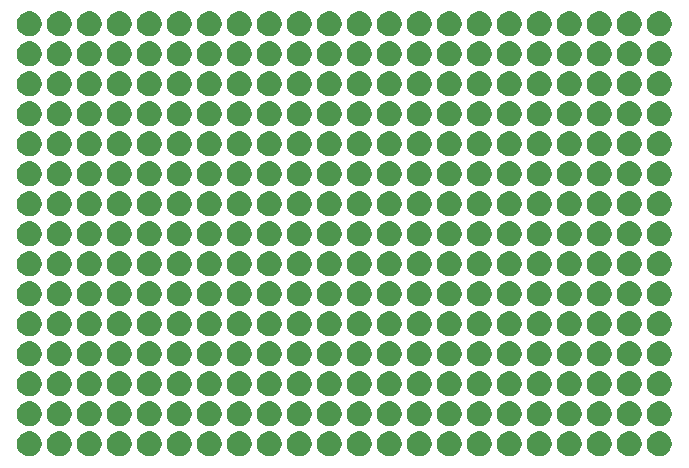
<source format=gbr>
G04 #@! TF.GenerationSoftware,KiCad,Pcbnew,5.1.5+dfsg1-2build2*
G04 #@! TF.CreationDate,2022-07-24T21:21:58-05:00*
G04 #@! TF.ProjectId,MCU_PROTO_SPORTCAM,4d43555f-5052-44f5-944f-5f53504f5254,rev?*
G04 #@! TF.SameCoordinates,Original*
G04 #@! TF.FileFunction,Soldermask,Bot*
G04 #@! TF.FilePolarity,Negative*
%FSLAX46Y46*%
G04 Gerber Fmt 4.6, Leading zero omitted, Abs format (unit mm)*
G04 Created by KiCad (PCBNEW 5.1.5+dfsg1-2build2) date 2022-07-24 21:21:58*
%MOMM*%
%LPD*%
G04 APERTURE LIST*
%ADD10C,0.100000*%
G04 APERTURE END LIST*
D10*
G36*
X127547864Y-137479389D02*
G01*
X127739133Y-137558615D01*
X127739135Y-137558616D01*
X127911273Y-137673635D01*
X128057665Y-137820027D01*
X128172685Y-137992167D01*
X128251911Y-138183436D01*
X128292300Y-138386484D01*
X128292300Y-138593516D01*
X128251911Y-138796564D01*
X128172685Y-138987833D01*
X128172684Y-138987835D01*
X128057665Y-139159973D01*
X127911273Y-139306365D01*
X127739135Y-139421384D01*
X127739134Y-139421385D01*
X127739133Y-139421385D01*
X127547864Y-139500611D01*
X127344816Y-139541000D01*
X127137784Y-139541000D01*
X126934736Y-139500611D01*
X126743467Y-139421385D01*
X126743466Y-139421385D01*
X126743465Y-139421384D01*
X126571327Y-139306365D01*
X126424935Y-139159973D01*
X126309916Y-138987835D01*
X126309915Y-138987833D01*
X126230689Y-138796564D01*
X126190300Y-138593516D01*
X126190300Y-138386484D01*
X126230689Y-138183436D01*
X126309915Y-137992167D01*
X126424935Y-137820027D01*
X126571327Y-137673635D01*
X126743465Y-137558616D01*
X126743467Y-137558615D01*
X126934736Y-137479389D01*
X127137784Y-137439000D01*
X127344816Y-137439000D01*
X127547864Y-137479389D01*
G37*
G36*
X142787864Y-137479389D02*
G01*
X142979133Y-137558615D01*
X142979135Y-137558616D01*
X143151273Y-137673635D01*
X143297665Y-137820027D01*
X143412685Y-137992167D01*
X143491911Y-138183436D01*
X143532300Y-138386484D01*
X143532300Y-138593516D01*
X143491911Y-138796564D01*
X143412685Y-138987833D01*
X143412684Y-138987835D01*
X143297665Y-139159973D01*
X143151273Y-139306365D01*
X142979135Y-139421384D01*
X142979134Y-139421385D01*
X142979133Y-139421385D01*
X142787864Y-139500611D01*
X142584816Y-139541000D01*
X142377784Y-139541000D01*
X142174736Y-139500611D01*
X141983467Y-139421385D01*
X141983466Y-139421385D01*
X141983465Y-139421384D01*
X141811327Y-139306365D01*
X141664935Y-139159973D01*
X141549916Y-138987835D01*
X141549915Y-138987833D01*
X141470689Y-138796564D01*
X141430300Y-138593516D01*
X141430300Y-138386484D01*
X141470689Y-138183436D01*
X141549915Y-137992167D01*
X141664935Y-137820027D01*
X141811327Y-137673635D01*
X141983465Y-137558616D01*
X141983467Y-137558615D01*
X142174736Y-137479389D01*
X142377784Y-137439000D01*
X142584816Y-137439000D01*
X142787864Y-137479389D01*
G37*
G36*
X109767864Y-137479389D02*
G01*
X109959133Y-137558615D01*
X109959135Y-137558616D01*
X110131273Y-137673635D01*
X110277665Y-137820027D01*
X110392685Y-137992167D01*
X110471911Y-138183436D01*
X110512300Y-138386484D01*
X110512300Y-138593516D01*
X110471911Y-138796564D01*
X110392685Y-138987833D01*
X110392684Y-138987835D01*
X110277665Y-139159973D01*
X110131273Y-139306365D01*
X109959135Y-139421384D01*
X109959134Y-139421385D01*
X109959133Y-139421385D01*
X109767864Y-139500611D01*
X109564816Y-139541000D01*
X109357784Y-139541000D01*
X109154736Y-139500611D01*
X108963467Y-139421385D01*
X108963466Y-139421385D01*
X108963465Y-139421384D01*
X108791327Y-139306365D01*
X108644935Y-139159973D01*
X108529916Y-138987835D01*
X108529915Y-138987833D01*
X108450689Y-138796564D01*
X108410300Y-138593516D01*
X108410300Y-138386484D01*
X108450689Y-138183436D01*
X108529915Y-137992167D01*
X108644935Y-137820027D01*
X108791327Y-137673635D01*
X108963465Y-137558616D01*
X108963467Y-137558615D01*
X109154736Y-137479389D01*
X109357784Y-137439000D01*
X109564816Y-137439000D01*
X109767864Y-137479389D01*
G37*
G36*
X107227864Y-137479389D02*
G01*
X107419133Y-137558615D01*
X107419135Y-137558616D01*
X107591273Y-137673635D01*
X107737665Y-137820027D01*
X107852685Y-137992167D01*
X107931911Y-138183436D01*
X107972300Y-138386484D01*
X107972300Y-138593516D01*
X107931911Y-138796564D01*
X107852685Y-138987833D01*
X107852684Y-138987835D01*
X107737665Y-139159973D01*
X107591273Y-139306365D01*
X107419135Y-139421384D01*
X107419134Y-139421385D01*
X107419133Y-139421385D01*
X107227864Y-139500611D01*
X107024816Y-139541000D01*
X106817784Y-139541000D01*
X106614736Y-139500611D01*
X106423467Y-139421385D01*
X106423466Y-139421385D01*
X106423465Y-139421384D01*
X106251327Y-139306365D01*
X106104935Y-139159973D01*
X105989916Y-138987835D01*
X105989915Y-138987833D01*
X105910689Y-138796564D01*
X105870300Y-138593516D01*
X105870300Y-138386484D01*
X105910689Y-138183436D01*
X105989915Y-137992167D01*
X106104935Y-137820027D01*
X106251327Y-137673635D01*
X106423465Y-137558616D01*
X106423467Y-137558615D01*
X106614736Y-137479389D01*
X106817784Y-137439000D01*
X107024816Y-137439000D01*
X107227864Y-137479389D01*
G37*
G36*
X104687864Y-137479389D02*
G01*
X104879133Y-137558615D01*
X104879135Y-137558616D01*
X105051273Y-137673635D01*
X105197665Y-137820027D01*
X105312685Y-137992167D01*
X105391911Y-138183436D01*
X105432300Y-138386484D01*
X105432300Y-138593516D01*
X105391911Y-138796564D01*
X105312685Y-138987833D01*
X105312684Y-138987835D01*
X105197665Y-139159973D01*
X105051273Y-139306365D01*
X104879135Y-139421384D01*
X104879134Y-139421385D01*
X104879133Y-139421385D01*
X104687864Y-139500611D01*
X104484816Y-139541000D01*
X104277784Y-139541000D01*
X104074736Y-139500611D01*
X103883467Y-139421385D01*
X103883466Y-139421385D01*
X103883465Y-139421384D01*
X103711327Y-139306365D01*
X103564935Y-139159973D01*
X103449916Y-138987835D01*
X103449915Y-138987833D01*
X103370689Y-138796564D01*
X103330300Y-138593516D01*
X103330300Y-138386484D01*
X103370689Y-138183436D01*
X103449915Y-137992167D01*
X103564935Y-137820027D01*
X103711327Y-137673635D01*
X103883465Y-137558616D01*
X103883467Y-137558615D01*
X104074736Y-137479389D01*
X104277784Y-137439000D01*
X104484816Y-137439000D01*
X104687864Y-137479389D01*
G37*
G36*
X102147864Y-137479389D02*
G01*
X102339133Y-137558615D01*
X102339135Y-137558616D01*
X102511273Y-137673635D01*
X102657665Y-137820027D01*
X102772685Y-137992167D01*
X102851911Y-138183436D01*
X102892300Y-138386484D01*
X102892300Y-138593516D01*
X102851911Y-138796564D01*
X102772685Y-138987833D01*
X102772684Y-138987835D01*
X102657665Y-139159973D01*
X102511273Y-139306365D01*
X102339135Y-139421384D01*
X102339134Y-139421385D01*
X102339133Y-139421385D01*
X102147864Y-139500611D01*
X101944816Y-139541000D01*
X101737784Y-139541000D01*
X101534736Y-139500611D01*
X101343467Y-139421385D01*
X101343466Y-139421385D01*
X101343465Y-139421384D01*
X101171327Y-139306365D01*
X101024935Y-139159973D01*
X100909916Y-138987835D01*
X100909915Y-138987833D01*
X100830689Y-138796564D01*
X100790300Y-138593516D01*
X100790300Y-138386484D01*
X100830689Y-138183436D01*
X100909915Y-137992167D01*
X101024935Y-137820027D01*
X101171327Y-137673635D01*
X101343465Y-137558616D01*
X101343467Y-137558615D01*
X101534736Y-137479389D01*
X101737784Y-137439000D01*
X101944816Y-137439000D01*
X102147864Y-137479389D01*
G37*
G36*
X130087864Y-137479389D02*
G01*
X130279133Y-137558615D01*
X130279135Y-137558616D01*
X130451273Y-137673635D01*
X130597665Y-137820027D01*
X130712685Y-137992167D01*
X130791911Y-138183436D01*
X130832300Y-138386484D01*
X130832300Y-138593516D01*
X130791911Y-138796564D01*
X130712685Y-138987833D01*
X130712684Y-138987835D01*
X130597665Y-139159973D01*
X130451273Y-139306365D01*
X130279135Y-139421384D01*
X130279134Y-139421385D01*
X130279133Y-139421385D01*
X130087864Y-139500611D01*
X129884816Y-139541000D01*
X129677784Y-139541000D01*
X129474736Y-139500611D01*
X129283467Y-139421385D01*
X129283466Y-139421385D01*
X129283465Y-139421384D01*
X129111327Y-139306365D01*
X128964935Y-139159973D01*
X128849916Y-138987835D01*
X128849915Y-138987833D01*
X128770689Y-138796564D01*
X128730300Y-138593516D01*
X128730300Y-138386484D01*
X128770689Y-138183436D01*
X128849915Y-137992167D01*
X128964935Y-137820027D01*
X129111327Y-137673635D01*
X129283465Y-137558616D01*
X129283467Y-137558615D01*
X129474736Y-137479389D01*
X129677784Y-137439000D01*
X129884816Y-137439000D01*
X130087864Y-137479389D01*
G37*
G36*
X155487864Y-137479389D02*
G01*
X155679133Y-137558615D01*
X155679135Y-137558616D01*
X155851273Y-137673635D01*
X155997665Y-137820027D01*
X156112685Y-137992167D01*
X156191911Y-138183436D01*
X156232300Y-138386484D01*
X156232300Y-138593516D01*
X156191911Y-138796564D01*
X156112685Y-138987833D01*
X156112684Y-138987835D01*
X155997665Y-139159973D01*
X155851273Y-139306365D01*
X155679135Y-139421384D01*
X155679134Y-139421385D01*
X155679133Y-139421385D01*
X155487864Y-139500611D01*
X155284816Y-139541000D01*
X155077784Y-139541000D01*
X154874736Y-139500611D01*
X154683467Y-139421385D01*
X154683466Y-139421385D01*
X154683465Y-139421384D01*
X154511327Y-139306365D01*
X154364935Y-139159973D01*
X154249916Y-138987835D01*
X154249915Y-138987833D01*
X154170689Y-138796564D01*
X154130300Y-138593516D01*
X154130300Y-138386484D01*
X154170689Y-138183436D01*
X154249915Y-137992167D01*
X154364935Y-137820027D01*
X154511327Y-137673635D01*
X154683465Y-137558616D01*
X154683467Y-137558615D01*
X154874736Y-137479389D01*
X155077784Y-137439000D01*
X155284816Y-137439000D01*
X155487864Y-137479389D01*
G37*
G36*
X150407864Y-137479389D02*
G01*
X150599133Y-137558615D01*
X150599135Y-137558616D01*
X150771273Y-137673635D01*
X150917665Y-137820027D01*
X151032685Y-137992167D01*
X151111911Y-138183436D01*
X151152300Y-138386484D01*
X151152300Y-138593516D01*
X151111911Y-138796564D01*
X151032685Y-138987833D01*
X151032684Y-138987835D01*
X150917665Y-139159973D01*
X150771273Y-139306365D01*
X150599135Y-139421384D01*
X150599134Y-139421385D01*
X150599133Y-139421385D01*
X150407864Y-139500611D01*
X150204816Y-139541000D01*
X149997784Y-139541000D01*
X149794736Y-139500611D01*
X149603467Y-139421385D01*
X149603466Y-139421385D01*
X149603465Y-139421384D01*
X149431327Y-139306365D01*
X149284935Y-139159973D01*
X149169916Y-138987835D01*
X149169915Y-138987833D01*
X149090689Y-138796564D01*
X149050300Y-138593516D01*
X149050300Y-138386484D01*
X149090689Y-138183436D01*
X149169915Y-137992167D01*
X149284935Y-137820027D01*
X149431327Y-137673635D01*
X149603465Y-137558616D01*
X149603467Y-137558615D01*
X149794736Y-137479389D01*
X149997784Y-137439000D01*
X150204816Y-137439000D01*
X150407864Y-137479389D01*
G37*
G36*
X147867864Y-137479389D02*
G01*
X148059133Y-137558615D01*
X148059135Y-137558616D01*
X148231273Y-137673635D01*
X148377665Y-137820027D01*
X148492685Y-137992167D01*
X148571911Y-138183436D01*
X148612300Y-138386484D01*
X148612300Y-138593516D01*
X148571911Y-138796564D01*
X148492685Y-138987833D01*
X148492684Y-138987835D01*
X148377665Y-139159973D01*
X148231273Y-139306365D01*
X148059135Y-139421384D01*
X148059134Y-139421385D01*
X148059133Y-139421385D01*
X147867864Y-139500611D01*
X147664816Y-139541000D01*
X147457784Y-139541000D01*
X147254736Y-139500611D01*
X147063467Y-139421385D01*
X147063466Y-139421385D01*
X147063465Y-139421384D01*
X146891327Y-139306365D01*
X146744935Y-139159973D01*
X146629916Y-138987835D01*
X146629915Y-138987833D01*
X146550689Y-138796564D01*
X146510300Y-138593516D01*
X146510300Y-138386484D01*
X146550689Y-138183436D01*
X146629915Y-137992167D01*
X146744935Y-137820027D01*
X146891327Y-137673635D01*
X147063465Y-137558616D01*
X147063467Y-137558615D01*
X147254736Y-137479389D01*
X147457784Y-137439000D01*
X147664816Y-137439000D01*
X147867864Y-137479389D01*
G37*
G36*
X145327864Y-137479389D02*
G01*
X145519133Y-137558615D01*
X145519135Y-137558616D01*
X145691273Y-137673635D01*
X145837665Y-137820027D01*
X145952685Y-137992167D01*
X146031911Y-138183436D01*
X146072300Y-138386484D01*
X146072300Y-138593516D01*
X146031911Y-138796564D01*
X145952685Y-138987833D01*
X145952684Y-138987835D01*
X145837665Y-139159973D01*
X145691273Y-139306365D01*
X145519135Y-139421384D01*
X145519134Y-139421385D01*
X145519133Y-139421385D01*
X145327864Y-139500611D01*
X145124816Y-139541000D01*
X144917784Y-139541000D01*
X144714736Y-139500611D01*
X144523467Y-139421385D01*
X144523466Y-139421385D01*
X144523465Y-139421384D01*
X144351327Y-139306365D01*
X144204935Y-139159973D01*
X144089916Y-138987835D01*
X144089915Y-138987833D01*
X144010689Y-138796564D01*
X143970300Y-138593516D01*
X143970300Y-138386484D01*
X144010689Y-138183436D01*
X144089915Y-137992167D01*
X144204935Y-137820027D01*
X144351327Y-137673635D01*
X144523465Y-137558616D01*
X144523467Y-137558615D01*
X144714736Y-137479389D01*
X144917784Y-137439000D01*
X145124816Y-137439000D01*
X145327864Y-137479389D01*
G37*
G36*
X152947864Y-137479389D02*
G01*
X153139133Y-137558615D01*
X153139135Y-137558616D01*
X153311273Y-137673635D01*
X153457665Y-137820027D01*
X153572685Y-137992167D01*
X153651911Y-138183436D01*
X153692300Y-138386484D01*
X153692300Y-138593516D01*
X153651911Y-138796564D01*
X153572685Y-138987833D01*
X153572684Y-138987835D01*
X153457665Y-139159973D01*
X153311273Y-139306365D01*
X153139135Y-139421384D01*
X153139134Y-139421385D01*
X153139133Y-139421385D01*
X152947864Y-139500611D01*
X152744816Y-139541000D01*
X152537784Y-139541000D01*
X152334736Y-139500611D01*
X152143467Y-139421385D01*
X152143466Y-139421385D01*
X152143465Y-139421384D01*
X151971327Y-139306365D01*
X151824935Y-139159973D01*
X151709916Y-138987835D01*
X151709915Y-138987833D01*
X151630689Y-138796564D01*
X151590300Y-138593516D01*
X151590300Y-138386484D01*
X151630689Y-138183436D01*
X151709915Y-137992167D01*
X151824935Y-137820027D01*
X151971327Y-137673635D01*
X152143465Y-137558616D01*
X152143467Y-137558615D01*
X152334736Y-137479389D01*
X152537784Y-137439000D01*
X152744816Y-137439000D01*
X152947864Y-137479389D01*
G37*
G36*
X137707864Y-137479389D02*
G01*
X137899133Y-137558615D01*
X137899135Y-137558616D01*
X138071273Y-137673635D01*
X138217665Y-137820027D01*
X138332685Y-137992167D01*
X138411911Y-138183436D01*
X138452300Y-138386484D01*
X138452300Y-138593516D01*
X138411911Y-138796564D01*
X138332685Y-138987833D01*
X138332684Y-138987835D01*
X138217665Y-139159973D01*
X138071273Y-139306365D01*
X137899135Y-139421384D01*
X137899134Y-139421385D01*
X137899133Y-139421385D01*
X137707864Y-139500611D01*
X137504816Y-139541000D01*
X137297784Y-139541000D01*
X137094736Y-139500611D01*
X136903467Y-139421385D01*
X136903466Y-139421385D01*
X136903465Y-139421384D01*
X136731327Y-139306365D01*
X136584935Y-139159973D01*
X136469916Y-138987835D01*
X136469915Y-138987833D01*
X136390689Y-138796564D01*
X136350300Y-138593516D01*
X136350300Y-138386484D01*
X136390689Y-138183436D01*
X136469915Y-137992167D01*
X136584935Y-137820027D01*
X136731327Y-137673635D01*
X136903465Y-137558616D01*
X136903467Y-137558615D01*
X137094736Y-137479389D01*
X137297784Y-137439000D01*
X137504816Y-137439000D01*
X137707864Y-137479389D01*
G37*
G36*
X140247864Y-137479389D02*
G01*
X140439133Y-137558615D01*
X140439135Y-137558616D01*
X140611273Y-137673635D01*
X140757665Y-137820027D01*
X140872685Y-137992167D01*
X140951911Y-138183436D01*
X140992300Y-138386484D01*
X140992300Y-138593516D01*
X140951911Y-138796564D01*
X140872685Y-138987833D01*
X140872684Y-138987835D01*
X140757665Y-139159973D01*
X140611273Y-139306365D01*
X140439135Y-139421384D01*
X140439134Y-139421385D01*
X140439133Y-139421385D01*
X140247864Y-139500611D01*
X140044816Y-139541000D01*
X139837784Y-139541000D01*
X139634736Y-139500611D01*
X139443467Y-139421385D01*
X139443466Y-139421385D01*
X139443465Y-139421384D01*
X139271327Y-139306365D01*
X139124935Y-139159973D01*
X139009916Y-138987835D01*
X139009915Y-138987833D01*
X138930689Y-138796564D01*
X138890300Y-138593516D01*
X138890300Y-138386484D01*
X138930689Y-138183436D01*
X139009915Y-137992167D01*
X139124935Y-137820027D01*
X139271327Y-137673635D01*
X139443465Y-137558616D01*
X139443467Y-137558615D01*
X139634736Y-137479389D01*
X139837784Y-137439000D01*
X140044816Y-137439000D01*
X140247864Y-137479389D01*
G37*
G36*
X112307864Y-137479389D02*
G01*
X112499133Y-137558615D01*
X112499135Y-137558616D01*
X112671273Y-137673635D01*
X112817665Y-137820027D01*
X112932685Y-137992167D01*
X113011911Y-138183436D01*
X113052300Y-138386484D01*
X113052300Y-138593516D01*
X113011911Y-138796564D01*
X112932685Y-138987833D01*
X112932684Y-138987835D01*
X112817665Y-139159973D01*
X112671273Y-139306365D01*
X112499135Y-139421384D01*
X112499134Y-139421385D01*
X112499133Y-139421385D01*
X112307864Y-139500611D01*
X112104816Y-139541000D01*
X111897784Y-139541000D01*
X111694736Y-139500611D01*
X111503467Y-139421385D01*
X111503466Y-139421385D01*
X111503465Y-139421384D01*
X111331327Y-139306365D01*
X111184935Y-139159973D01*
X111069916Y-138987835D01*
X111069915Y-138987833D01*
X110990689Y-138796564D01*
X110950300Y-138593516D01*
X110950300Y-138386484D01*
X110990689Y-138183436D01*
X111069915Y-137992167D01*
X111184935Y-137820027D01*
X111331327Y-137673635D01*
X111503465Y-137558616D01*
X111503467Y-137558615D01*
X111694736Y-137479389D01*
X111897784Y-137439000D01*
X112104816Y-137439000D01*
X112307864Y-137479389D01*
G37*
G36*
X114847864Y-137479389D02*
G01*
X115039133Y-137558615D01*
X115039135Y-137558616D01*
X115211273Y-137673635D01*
X115357665Y-137820027D01*
X115472685Y-137992167D01*
X115551911Y-138183436D01*
X115592300Y-138386484D01*
X115592300Y-138593516D01*
X115551911Y-138796564D01*
X115472685Y-138987833D01*
X115472684Y-138987835D01*
X115357665Y-139159973D01*
X115211273Y-139306365D01*
X115039135Y-139421384D01*
X115039134Y-139421385D01*
X115039133Y-139421385D01*
X114847864Y-139500611D01*
X114644816Y-139541000D01*
X114437784Y-139541000D01*
X114234736Y-139500611D01*
X114043467Y-139421385D01*
X114043466Y-139421385D01*
X114043465Y-139421384D01*
X113871327Y-139306365D01*
X113724935Y-139159973D01*
X113609916Y-138987835D01*
X113609915Y-138987833D01*
X113530689Y-138796564D01*
X113490300Y-138593516D01*
X113490300Y-138386484D01*
X113530689Y-138183436D01*
X113609915Y-137992167D01*
X113724935Y-137820027D01*
X113871327Y-137673635D01*
X114043465Y-137558616D01*
X114043467Y-137558615D01*
X114234736Y-137479389D01*
X114437784Y-137439000D01*
X114644816Y-137439000D01*
X114847864Y-137479389D01*
G37*
G36*
X117387864Y-137479389D02*
G01*
X117579133Y-137558615D01*
X117579135Y-137558616D01*
X117751273Y-137673635D01*
X117897665Y-137820027D01*
X118012685Y-137992167D01*
X118091911Y-138183436D01*
X118132300Y-138386484D01*
X118132300Y-138593516D01*
X118091911Y-138796564D01*
X118012685Y-138987833D01*
X118012684Y-138987835D01*
X117897665Y-139159973D01*
X117751273Y-139306365D01*
X117579135Y-139421384D01*
X117579134Y-139421385D01*
X117579133Y-139421385D01*
X117387864Y-139500611D01*
X117184816Y-139541000D01*
X116977784Y-139541000D01*
X116774736Y-139500611D01*
X116583467Y-139421385D01*
X116583466Y-139421385D01*
X116583465Y-139421384D01*
X116411327Y-139306365D01*
X116264935Y-139159973D01*
X116149916Y-138987835D01*
X116149915Y-138987833D01*
X116070689Y-138796564D01*
X116030300Y-138593516D01*
X116030300Y-138386484D01*
X116070689Y-138183436D01*
X116149915Y-137992167D01*
X116264935Y-137820027D01*
X116411327Y-137673635D01*
X116583465Y-137558616D01*
X116583467Y-137558615D01*
X116774736Y-137479389D01*
X116977784Y-137439000D01*
X117184816Y-137439000D01*
X117387864Y-137479389D01*
G37*
G36*
X119927864Y-137479389D02*
G01*
X120119133Y-137558615D01*
X120119135Y-137558616D01*
X120291273Y-137673635D01*
X120437665Y-137820027D01*
X120552685Y-137992167D01*
X120631911Y-138183436D01*
X120672300Y-138386484D01*
X120672300Y-138593516D01*
X120631911Y-138796564D01*
X120552685Y-138987833D01*
X120552684Y-138987835D01*
X120437665Y-139159973D01*
X120291273Y-139306365D01*
X120119135Y-139421384D01*
X120119134Y-139421385D01*
X120119133Y-139421385D01*
X119927864Y-139500611D01*
X119724816Y-139541000D01*
X119517784Y-139541000D01*
X119314736Y-139500611D01*
X119123467Y-139421385D01*
X119123466Y-139421385D01*
X119123465Y-139421384D01*
X118951327Y-139306365D01*
X118804935Y-139159973D01*
X118689916Y-138987835D01*
X118689915Y-138987833D01*
X118610689Y-138796564D01*
X118570300Y-138593516D01*
X118570300Y-138386484D01*
X118610689Y-138183436D01*
X118689915Y-137992167D01*
X118804935Y-137820027D01*
X118951327Y-137673635D01*
X119123465Y-137558616D01*
X119123467Y-137558615D01*
X119314736Y-137479389D01*
X119517784Y-137439000D01*
X119724816Y-137439000D01*
X119927864Y-137479389D01*
G37*
G36*
X122467864Y-137479389D02*
G01*
X122659133Y-137558615D01*
X122659135Y-137558616D01*
X122831273Y-137673635D01*
X122977665Y-137820027D01*
X123092685Y-137992167D01*
X123171911Y-138183436D01*
X123212300Y-138386484D01*
X123212300Y-138593516D01*
X123171911Y-138796564D01*
X123092685Y-138987833D01*
X123092684Y-138987835D01*
X122977665Y-139159973D01*
X122831273Y-139306365D01*
X122659135Y-139421384D01*
X122659134Y-139421385D01*
X122659133Y-139421385D01*
X122467864Y-139500611D01*
X122264816Y-139541000D01*
X122057784Y-139541000D01*
X121854736Y-139500611D01*
X121663467Y-139421385D01*
X121663466Y-139421385D01*
X121663465Y-139421384D01*
X121491327Y-139306365D01*
X121344935Y-139159973D01*
X121229916Y-138987835D01*
X121229915Y-138987833D01*
X121150689Y-138796564D01*
X121110300Y-138593516D01*
X121110300Y-138386484D01*
X121150689Y-138183436D01*
X121229915Y-137992167D01*
X121344935Y-137820027D01*
X121491327Y-137673635D01*
X121663465Y-137558616D01*
X121663467Y-137558615D01*
X121854736Y-137479389D01*
X122057784Y-137439000D01*
X122264816Y-137439000D01*
X122467864Y-137479389D01*
G37*
G36*
X125007864Y-137479389D02*
G01*
X125199133Y-137558615D01*
X125199135Y-137558616D01*
X125371273Y-137673635D01*
X125517665Y-137820027D01*
X125632685Y-137992167D01*
X125711911Y-138183436D01*
X125752300Y-138386484D01*
X125752300Y-138593516D01*
X125711911Y-138796564D01*
X125632685Y-138987833D01*
X125632684Y-138987835D01*
X125517665Y-139159973D01*
X125371273Y-139306365D01*
X125199135Y-139421384D01*
X125199134Y-139421385D01*
X125199133Y-139421385D01*
X125007864Y-139500611D01*
X124804816Y-139541000D01*
X124597784Y-139541000D01*
X124394736Y-139500611D01*
X124203467Y-139421385D01*
X124203466Y-139421385D01*
X124203465Y-139421384D01*
X124031327Y-139306365D01*
X123884935Y-139159973D01*
X123769916Y-138987835D01*
X123769915Y-138987833D01*
X123690689Y-138796564D01*
X123650300Y-138593516D01*
X123650300Y-138386484D01*
X123690689Y-138183436D01*
X123769915Y-137992167D01*
X123884935Y-137820027D01*
X124031327Y-137673635D01*
X124203465Y-137558616D01*
X124203467Y-137558615D01*
X124394736Y-137479389D01*
X124597784Y-137439000D01*
X124804816Y-137439000D01*
X125007864Y-137479389D01*
G37*
G36*
X132627864Y-137479389D02*
G01*
X132819133Y-137558615D01*
X132819135Y-137558616D01*
X132991273Y-137673635D01*
X133137665Y-137820027D01*
X133252685Y-137992167D01*
X133331911Y-138183436D01*
X133372300Y-138386484D01*
X133372300Y-138593516D01*
X133331911Y-138796564D01*
X133252685Y-138987833D01*
X133252684Y-138987835D01*
X133137665Y-139159973D01*
X132991273Y-139306365D01*
X132819135Y-139421384D01*
X132819134Y-139421385D01*
X132819133Y-139421385D01*
X132627864Y-139500611D01*
X132424816Y-139541000D01*
X132217784Y-139541000D01*
X132014736Y-139500611D01*
X131823467Y-139421385D01*
X131823466Y-139421385D01*
X131823465Y-139421384D01*
X131651327Y-139306365D01*
X131504935Y-139159973D01*
X131389916Y-138987835D01*
X131389915Y-138987833D01*
X131310689Y-138796564D01*
X131270300Y-138593516D01*
X131270300Y-138386484D01*
X131310689Y-138183436D01*
X131389915Y-137992167D01*
X131504935Y-137820027D01*
X131651327Y-137673635D01*
X131823465Y-137558616D01*
X131823467Y-137558615D01*
X132014736Y-137479389D01*
X132217784Y-137439000D01*
X132424816Y-137439000D01*
X132627864Y-137479389D01*
G37*
G36*
X135167864Y-137479389D02*
G01*
X135359133Y-137558615D01*
X135359135Y-137558616D01*
X135531273Y-137673635D01*
X135677665Y-137820027D01*
X135792685Y-137992167D01*
X135871911Y-138183436D01*
X135912300Y-138386484D01*
X135912300Y-138593516D01*
X135871911Y-138796564D01*
X135792685Y-138987833D01*
X135792684Y-138987835D01*
X135677665Y-139159973D01*
X135531273Y-139306365D01*
X135359135Y-139421384D01*
X135359134Y-139421385D01*
X135359133Y-139421385D01*
X135167864Y-139500611D01*
X134964816Y-139541000D01*
X134757784Y-139541000D01*
X134554736Y-139500611D01*
X134363467Y-139421385D01*
X134363466Y-139421385D01*
X134363465Y-139421384D01*
X134191327Y-139306365D01*
X134044935Y-139159973D01*
X133929916Y-138987835D01*
X133929915Y-138987833D01*
X133850689Y-138796564D01*
X133810300Y-138593516D01*
X133810300Y-138386484D01*
X133850689Y-138183436D01*
X133929915Y-137992167D01*
X134044935Y-137820027D01*
X134191327Y-137673635D01*
X134363465Y-137558616D01*
X134363467Y-137558615D01*
X134554736Y-137479389D01*
X134757784Y-137439000D01*
X134964816Y-137439000D01*
X135167864Y-137479389D01*
G37*
G36*
X155487864Y-134939389D02*
G01*
X155679133Y-135018615D01*
X155679135Y-135018616D01*
X155851273Y-135133635D01*
X155997665Y-135280027D01*
X156112685Y-135452167D01*
X156191911Y-135643436D01*
X156232300Y-135846484D01*
X156232300Y-136053516D01*
X156191911Y-136256564D01*
X156112685Y-136447833D01*
X156112684Y-136447835D01*
X155997665Y-136619973D01*
X155851273Y-136766365D01*
X155679135Y-136881384D01*
X155679134Y-136881385D01*
X155679133Y-136881385D01*
X155487864Y-136960611D01*
X155284816Y-137001000D01*
X155077784Y-137001000D01*
X154874736Y-136960611D01*
X154683467Y-136881385D01*
X154683466Y-136881385D01*
X154683465Y-136881384D01*
X154511327Y-136766365D01*
X154364935Y-136619973D01*
X154249916Y-136447835D01*
X154249915Y-136447833D01*
X154170689Y-136256564D01*
X154130300Y-136053516D01*
X154130300Y-135846484D01*
X154170689Y-135643436D01*
X154249915Y-135452167D01*
X154364935Y-135280027D01*
X154511327Y-135133635D01*
X154683465Y-135018616D01*
X154683467Y-135018615D01*
X154874736Y-134939389D01*
X155077784Y-134899000D01*
X155284816Y-134899000D01*
X155487864Y-134939389D01*
G37*
G36*
X130087864Y-134939389D02*
G01*
X130279133Y-135018615D01*
X130279135Y-135018616D01*
X130451273Y-135133635D01*
X130597665Y-135280027D01*
X130712685Y-135452167D01*
X130791911Y-135643436D01*
X130832300Y-135846484D01*
X130832300Y-136053516D01*
X130791911Y-136256564D01*
X130712685Y-136447833D01*
X130712684Y-136447835D01*
X130597665Y-136619973D01*
X130451273Y-136766365D01*
X130279135Y-136881384D01*
X130279134Y-136881385D01*
X130279133Y-136881385D01*
X130087864Y-136960611D01*
X129884816Y-137001000D01*
X129677784Y-137001000D01*
X129474736Y-136960611D01*
X129283467Y-136881385D01*
X129283466Y-136881385D01*
X129283465Y-136881384D01*
X129111327Y-136766365D01*
X128964935Y-136619973D01*
X128849916Y-136447835D01*
X128849915Y-136447833D01*
X128770689Y-136256564D01*
X128730300Y-136053516D01*
X128730300Y-135846484D01*
X128770689Y-135643436D01*
X128849915Y-135452167D01*
X128964935Y-135280027D01*
X129111327Y-135133635D01*
X129283465Y-135018616D01*
X129283467Y-135018615D01*
X129474736Y-134939389D01*
X129677784Y-134899000D01*
X129884816Y-134899000D01*
X130087864Y-134939389D01*
G37*
G36*
X132627864Y-134939389D02*
G01*
X132819133Y-135018615D01*
X132819135Y-135018616D01*
X132991273Y-135133635D01*
X133137665Y-135280027D01*
X133252685Y-135452167D01*
X133331911Y-135643436D01*
X133372300Y-135846484D01*
X133372300Y-136053516D01*
X133331911Y-136256564D01*
X133252685Y-136447833D01*
X133252684Y-136447835D01*
X133137665Y-136619973D01*
X132991273Y-136766365D01*
X132819135Y-136881384D01*
X132819134Y-136881385D01*
X132819133Y-136881385D01*
X132627864Y-136960611D01*
X132424816Y-137001000D01*
X132217784Y-137001000D01*
X132014736Y-136960611D01*
X131823467Y-136881385D01*
X131823466Y-136881385D01*
X131823465Y-136881384D01*
X131651327Y-136766365D01*
X131504935Y-136619973D01*
X131389916Y-136447835D01*
X131389915Y-136447833D01*
X131310689Y-136256564D01*
X131270300Y-136053516D01*
X131270300Y-135846484D01*
X131310689Y-135643436D01*
X131389915Y-135452167D01*
X131504935Y-135280027D01*
X131651327Y-135133635D01*
X131823465Y-135018616D01*
X131823467Y-135018615D01*
X132014736Y-134939389D01*
X132217784Y-134899000D01*
X132424816Y-134899000D01*
X132627864Y-134939389D01*
G37*
G36*
X135167864Y-134939389D02*
G01*
X135359133Y-135018615D01*
X135359135Y-135018616D01*
X135531273Y-135133635D01*
X135677665Y-135280027D01*
X135792685Y-135452167D01*
X135871911Y-135643436D01*
X135912300Y-135846484D01*
X135912300Y-136053516D01*
X135871911Y-136256564D01*
X135792685Y-136447833D01*
X135792684Y-136447835D01*
X135677665Y-136619973D01*
X135531273Y-136766365D01*
X135359135Y-136881384D01*
X135359134Y-136881385D01*
X135359133Y-136881385D01*
X135167864Y-136960611D01*
X134964816Y-137001000D01*
X134757784Y-137001000D01*
X134554736Y-136960611D01*
X134363467Y-136881385D01*
X134363466Y-136881385D01*
X134363465Y-136881384D01*
X134191327Y-136766365D01*
X134044935Y-136619973D01*
X133929916Y-136447835D01*
X133929915Y-136447833D01*
X133850689Y-136256564D01*
X133810300Y-136053516D01*
X133810300Y-135846484D01*
X133850689Y-135643436D01*
X133929915Y-135452167D01*
X134044935Y-135280027D01*
X134191327Y-135133635D01*
X134363465Y-135018616D01*
X134363467Y-135018615D01*
X134554736Y-134939389D01*
X134757784Y-134899000D01*
X134964816Y-134899000D01*
X135167864Y-134939389D01*
G37*
G36*
X137707864Y-134939389D02*
G01*
X137899133Y-135018615D01*
X137899135Y-135018616D01*
X138071273Y-135133635D01*
X138217665Y-135280027D01*
X138332685Y-135452167D01*
X138411911Y-135643436D01*
X138452300Y-135846484D01*
X138452300Y-136053516D01*
X138411911Y-136256564D01*
X138332685Y-136447833D01*
X138332684Y-136447835D01*
X138217665Y-136619973D01*
X138071273Y-136766365D01*
X137899135Y-136881384D01*
X137899134Y-136881385D01*
X137899133Y-136881385D01*
X137707864Y-136960611D01*
X137504816Y-137001000D01*
X137297784Y-137001000D01*
X137094736Y-136960611D01*
X136903467Y-136881385D01*
X136903466Y-136881385D01*
X136903465Y-136881384D01*
X136731327Y-136766365D01*
X136584935Y-136619973D01*
X136469916Y-136447835D01*
X136469915Y-136447833D01*
X136390689Y-136256564D01*
X136350300Y-136053516D01*
X136350300Y-135846484D01*
X136390689Y-135643436D01*
X136469915Y-135452167D01*
X136584935Y-135280027D01*
X136731327Y-135133635D01*
X136903465Y-135018616D01*
X136903467Y-135018615D01*
X137094736Y-134939389D01*
X137297784Y-134899000D01*
X137504816Y-134899000D01*
X137707864Y-134939389D01*
G37*
G36*
X140247864Y-134939389D02*
G01*
X140439133Y-135018615D01*
X140439135Y-135018616D01*
X140611273Y-135133635D01*
X140757665Y-135280027D01*
X140872685Y-135452167D01*
X140951911Y-135643436D01*
X140992300Y-135846484D01*
X140992300Y-136053516D01*
X140951911Y-136256564D01*
X140872685Y-136447833D01*
X140872684Y-136447835D01*
X140757665Y-136619973D01*
X140611273Y-136766365D01*
X140439135Y-136881384D01*
X140439134Y-136881385D01*
X140439133Y-136881385D01*
X140247864Y-136960611D01*
X140044816Y-137001000D01*
X139837784Y-137001000D01*
X139634736Y-136960611D01*
X139443467Y-136881385D01*
X139443466Y-136881385D01*
X139443465Y-136881384D01*
X139271327Y-136766365D01*
X139124935Y-136619973D01*
X139009916Y-136447835D01*
X139009915Y-136447833D01*
X138930689Y-136256564D01*
X138890300Y-136053516D01*
X138890300Y-135846484D01*
X138930689Y-135643436D01*
X139009915Y-135452167D01*
X139124935Y-135280027D01*
X139271327Y-135133635D01*
X139443465Y-135018616D01*
X139443467Y-135018615D01*
X139634736Y-134939389D01*
X139837784Y-134899000D01*
X140044816Y-134899000D01*
X140247864Y-134939389D01*
G37*
G36*
X142787864Y-134939389D02*
G01*
X142979133Y-135018615D01*
X142979135Y-135018616D01*
X143151273Y-135133635D01*
X143297665Y-135280027D01*
X143412685Y-135452167D01*
X143491911Y-135643436D01*
X143532300Y-135846484D01*
X143532300Y-136053516D01*
X143491911Y-136256564D01*
X143412685Y-136447833D01*
X143412684Y-136447835D01*
X143297665Y-136619973D01*
X143151273Y-136766365D01*
X142979135Y-136881384D01*
X142979134Y-136881385D01*
X142979133Y-136881385D01*
X142787864Y-136960611D01*
X142584816Y-137001000D01*
X142377784Y-137001000D01*
X142174736Y-136960611D01*
X141983467Y-136881385D01*
X141983466Y-136881385D01*
X141983465Y-136881384D01*
X141811327Y-136766365D01*
X141664935Y-136619973D01*
X141549916Y-136447835D01*
X141549915Y-136447833D01*
X141470689Y-136256564D01*
X141430300Y-136053516D01*
X141430300Y-135846484D01*
X141470689Y-135643436D01*
X141549915Y-135452167D01*
X141664935Y-135280027D01*
X141811327Y-135133635D01*
X141983465Y-135018616D01*
X141983467Y-135018615D01*
X142174736Y-134939389D01*
X142377784Y-134899000D01*
X142584816Y-134899000D01*
X142787864Y-134939389D01*
G37*
G36*
X145327864Y-134939389D02*
G01*
X145519133Y-135018615D01*
X145519135Y-135018616D01*
X145691273Y-135133635D01*
X145837665Y-135280027D01*
X145952685Y-135452167D01*
X146031911Y-135643436D01*
X146072300Y-135846484D01*
X146072300Y-136053516D01*
X146031911Y-136256564D01*
X145952685Y-136447833D01*
X145952684Y-136447835D01*
X145837665Y-136619973D01*
X145691273Y-136766365D01*
X145519135Y-136881384D01*
X145519134Y-136881385D01*
X145519133Y-136881385D01*
X145327864Y-136960611D01*
X145124816Y-137001000D01*
X144917784Y-137001000D01*
X144714736Y-136960611D01*
X144523467Y-136881385D01*
X144523466Y-136881385D01*
X144523465Y-136881384D01*
X144351327Y-136766365D01*
X144204935Y-136619973D01*
X144089916Y-136447835D01*
X144089915Y-136447833D01*
X144010689Y-136256564D01*
X143970300Y-136053516D01*
X143970300Y-135846484D01*
X144010689Y-135643436D01*
X144089915Y-135452167D01*
X144204935Y-135280027D01*
X144351327Y-135133635D01*
X144523465Y-135018616D01*
X144523467Y-135018615D01*
X144714736Y-134939389D01*
X144917784Y-134899000D01*
X145124816Y-134899000D01*
X145327864Y-134939389D01*
G37*
G36*
X147867864Y-134939389D02*
G01*
X148059133Y-135018615D01*
X148059135Y-135018616D01*
X148231273Y-135133635D01*
X148377665Y-135280027D01*
X148492685Y-135452167D01*
X148571911Y-135643436D01*
X148612300Y-135846484D01*
X148612300Y-136053516D01*
X148571911Y-136256564D01*
X148492685Y-136447833D01*
X148492684Y-136447835D01*
X148377665Y-136619973D01*
X148231273Y-136766365D01*
X148059135Y-136881384D01*
X148059134Y-136881385D01*
X148059133Y-136881385D01*
X147867864Y-136960611D01*
X147664816Y-137001000D01*
X147457784Y-137001000D01*
X147254736Y-136960611D01*
X147063467Y-136881385D01*
X147063466Y-136881385D01*
X147063465Y-136881384D01*
X146891327Y-136766365D01*
X146744935Y-136619973D01*
X146629916Y-136447835D01*
X146629915Y-136447833D01*
X146550689Y-136256564D01*
X146510300Y-136053516D01*
X146510300Y-135846484D01*
X146550689Y-135643436D01*
X146629915Y-135452167D01*
X146744935Y-135280027D01*
X146891327Y-135133635D01*
X147063465Y-135018616D01*
X147063467Y-135018615D01*
X147254736Y-134939389D01*
X147457784Y-134899000D01*
X147664816Y-134899000D01*
X147867864Y-134939389D01*
G37*
G36*
X150407864Y-134939389D02*
G01*
X150599133Y-135018615D01*
X150599135Y-135018616D01*
X150771273Y-135133635D01*
X150917665Y-135280027D01*
X151032685Y-135452167D01*
X151111911Y-135643436D01*
X151152300Y-135846484D01*
X151152300Y-136053516D01*
X151111911Y-136256564D01*
X151032685Y-136447833D01*
X151032684Y-136447835D01*
X150917665Y-136619973D01*
X150771273Y-136766365D01*
X150599135Y-136881384D01*
X150599134Y-136881385D01*
X150599133Y-136881385D01*
X150407864Y-136960611D01*
X150204816Y-137001000D01*
X149997784Y-137001000D01*
X149794736Y-136960611D01*
X149603467Y-136881385D01*
X149603466Y-136881385D01*
X149603465Y-136881384D01*
X149431327Y-136766365D01*
X149284935Y-136619973D01*
X149169916Y-136447835D01*
X149169915Y-136447833D01*
X149090689Y-136256564D01*
X149050300Y-136053516D01*
X149050300Y-135846484D01*
X149090689Y-135643436D01*
X149169915Y-135452167D01*
X149284935Y-135280027D01*
X149431327Y-135133635D01*
X149603465Y-135018616D01*
X149603467Y-135018615D01*
X149794736Y-134939389D01*
X149997784Y-134899000D01*
X150204816Y-134899000D01*
X150407864Y-134939389D01*
G37*
G36*
X152947864Y-134939389D02*
G01*
X153139133Y-135018615D01*
X153139135Y-135018616D01*
X153311273Y-135133635D01*
X153457665Y-135280027D01*
X153572685Y-135452167D01*
X153651911Y-135643436D01*
X153692300Y-135846484D01*
X153692300Y-136053516D01*
X153651911Y-136256564D01*
X153572685Y-136447833D01*
X153572684Y-136447835D01*
X153457665Y-136619973D01*
X153311273Y-136766365D01*
X153139135Y-136881384D01*
X153139134Y-136881385D01*
X153139133Y-136881385D01*
X152947864Y-136960611D01*
X152744816Y-137001000D01*
X152537784Y-137001000D01*
X152334736Y-136960611D01*
X152143467Y-136881385D01*
X152143466Y-136881385D01*
X152143465Y-136881384D01*
X151971327Y-136766365D01*
X151824935Y-136619973D01*
X151709916Y-136447835D01*
X151709915Y-136447833D01*
X151630689Y-136256564D01*
X151590300Y-136053516D01*
X151590300Y-135846484D01*
X151630689Y-135643436D01*
X151709915Y-135452167D01*
X151824935Y-135280027D01*
X151971327Y-135133635D01*
X152143465Y-135018616D01*
X152143467Y-135018615D01*
X152334736Y-134939389D01*
X152537784Y-134899000D01*
X152744816Y-134899000D01*
X152947864Y-134939389D01*
G37*
G36*
X104687864Y-134939389D02*
G01*
X104879133Y-135018615D01*
X104879135Y-135018616D01*
X105051273Y-135133635D01*
X105197665Y-135280027D01*
X105312685Y-135452167D01*
X105391911Y-135643436D01*
X105432300Y-135846484D01*
X105432300Y-136053516D01*
X105391911Y-136256564D01*
X105312685Y-136447833D01*
X105312684Y-136447835D01*
X105197665Y-136619973D01*
X105051273Y-136766365D01*
X104879135Y-136881384D01*
X104879134Y-136881385D01*
X104879133Y-136881385D01*
X104687864Y-136960611D01*
X104484816Y-137001000D01*
X104277784Y-137001000D01*
X104074736Y-136960611D01*
X103883467Y-136881385D01*
X103883466Y-136881385D01*
X103883465Y-136881384D01*
X103711327Y-136766365D01*
X103564935Y-136619973D01*
X103449916Y-136447835D01*
X103449915Y-136447833D01*
X103370689Y-136256564D01*
X103330300Y-136053516D01*
X103330300Y-135846484D01*
X103370689Y-135643436D01*
X103449915Y-135452167D01*
X103564935Y-135280027D01*
X103711327Y-135133635D01*
X103883465Y-135018616D01*
X103883467Y-135018615D01*
X104074736Y-134939389D01*
X104277784Y-134899000D01*
X104484816Y-134899000D01*
X104687864Y-134939389D01*
G37*
G36*
X122467864Y-134939389D02*
G01*
X122659133Y-135018615D01*
X122659135Y-135018616D01*
X122831273Y-135133635D01*
X122977665Y-135280027D01*
X123092685Y-135452167D01*
X123171911Y-135643436D01*
X123212300Y-135846484D01*
X123212300Y-136053516D01*
X123171911Y-136256564D01*
X123092685Y-136447833D01*
X123092684Y-136447835D01*
X122977665Y-136619973D01*
X122831273Y-136766365D01*
X122659135Y-136881384D01*
X122659134Y-136881385D01*
X122659133Y-136881385D01*
X122467864Y-136960611D01*
X122264816Y-137001000D01*
X122057784Y-137001000D01*
X121854736Y-136960611D01*
X121663467Y-136881385D01*
X121663466Y-136881385D01*
X121663465Y-136881384D01*
X121491327Y-136766365D01*
X121344935Y-136619973D01*
X121229916Y-136447835D01*
X121229915Y-136447833D01*
X121150689Y-136256564D01*
X121110300Y-136053516D01*
X121110300Y-135846484D01*
X121150689Y-135643436D01*
X121229915Y-135452167D01*
X121344935Y-135280027D01*
X121491327Y-135133635D01*
X121663465Y-135018616D01*
X121663467Y-135018615D01*
X121854736Y-134939389D01*
X122057784Y-134899000D01*
X122264816Y-134899000D01*
X122467864Y-134939389D01*
G37*
G36*
X127547864Y-134939389D02*
G01*
X127739133Y-135018615D01*
X127739135Y-135018616D01*
X127911273Y-135133635D01*
X128057665Y-135280027D01*
X128172685Y-135452167D01*
X128251911Y-135643436D01*
X128292300Y-135846484D01*
X128292300Y-136053516D01*
X128251911Y-136256564D01*
X128172685Y-136447833D01*
X128172684Y-136447835D01*
X128057665Y-136619973D01*
X127911273Y-136766365D01*
X127739135Y-136881384D01*
X127739134Y-136881385D01*
X127739133Y-136881385D01*
X127547864Y-136960611D01*
X127344816Y-137001000D01*
X127137784Y-137001000D01*
X126934736Y-136960611D01*
X126743467Y-136881385D01*
X126743466Y-136881385D01*
X126743465Y-136881384D01*
X126571327Y-136766365D01*
X126424935Y-136619973D01*
X126309916Y-136447835D01*
X126309915Y-136447833D01*
X126230689Y-136256564D01*
X126190300Y-136053516D01*
X126190300Y-135846484D01*
X126230689Y-135643436D01*
X126309915Y-135452167D01*
X126424935Y-135280027D01*
X126571327Y-135133635D01*
X126743465Y-135018616D01*
X126743467Y-135018615D01*
X126934736Y-134939389D01*
X127137784Y-134899000D01*
X127344816Y-134899000D01*
X127547864Y-134939389D01*
G37*
G36*
X125007864Y-134939389D02*
G01*
X125199133Y-135018615D01*
X125199135Y-135018616D01*
X125371273Y-135133635D01*
X125517665Y-135280027D01*
X125632685Y-135452167D01*
X125711911Y-135643436D01*
X125752300Y-135846484D01*
X125752300Y-136053516D01*
X125711911Y-136256564D01*
X125632685Y-136447833D01*
X125632684Y-136447835D01*
X125517665Y-136619973D01*
X125371273Y-136766365D01*
X125199135Y-136881384D01*
X125199134Y-136881385D01*
X125199133Y-136881385D01*
X125007864Y-136960611D01*
X124804816Y-137001000D01*
X124597784Y-137001000D01*
X124394736Y-136960611D01*
X124203467Y-136881385D01*
X124203466Y-136881385D01*
X124203465Y-136881384D01*
X124031327Y-136766365D01*
X123884935Y-136619973D01*
X123769916Y-136447835D01*
X123769915Y-136447833D01*
X123690689Y-136256564D01*
X123650300Y-136053516D01*
X123650300Y-135846484D01*
X123690689Y-135643436D01*
X123769915Y-135452167D01*
X123884935Y-135280027D01*
X124031327Y-135133635D01*
X124203465Y-135018616D01*
X124203467Y-135018615D01*
X124394736Y-134939389D01*
X124597784Y-134899000D01*
X124804816Y-134899000D01*
X125007864Y-134939389D01*
G37*
G36*
X107227864Y-134939389D02*
G01*
X107419133Y-135018615D01*
X107419135Y-135018616D01*
X107591273Y-135133635D01*
X107737665Y-135280027D01*
X107852685Y-135452167D01*
X107931911Y-135643436D01*
X107972300Y-135846484D01*
X107972300Y-136053516D01*
X107931911Y-136256564D01*
X107852685Y-136447833D01*
X107852684Y-136447835D01*
X107737665Y-136619973D01*
X107591273Y-136766365D01*
X107419135Y-136881384D01*
X107419134Y-136881385D01*
X107419133Y-136881385D01*
X107227864Y-136960611D01*
X107024816Y-137001000D01*
X106817784Y-137001000D01*
X106614736Y-136960611D01*
X106423467Y-136881385D01*
X106423466Y-136881385D01*
X106423465Y-136881384D01*
X106251327Y-136766365D01*
X106104935Y-136619973D01*
X105989916Y-136447835D01*
X105989915Y-136447833D01*
X105910689Y-136256564D01*
X105870300Y-136053516D01*
X105870300Y-135846484D01*
X105910689Y-135643436D01*
X105989915Y-135452167D01*
X106104935Y-135280027D01*
X106251327Y-135133635D01*
X106423465Y-135018616D01*
X106423467Y-135018615D01*
X106614736Y-134939389D01*
X106817784Y-134899000D01*
X107024816Y-134899000D01*
X107227864Y-134939389D01*
G37*
G36*
X119927864Y-134939389D02*
G01*
X120119133Y-135018615D01*
X120119135Y-135018616D01*
X120291273Y-135133635D01*
X120437665Y-135280027D01*
X120552685Y-135452167D01*
X120631911Y-135643436D01*
X120672300Y-135846484D01*
X120672300Y-136053516D01*
X120631911Y-136256564D01*
X120552685Y-136447833D01*
X120552684Y-136447835D01*
X120437665Y-136619973D01*
X120291273Y-136766365D01*
X120119135Y-136881384D01*
X120119134Y-136881385D01*
X120119133Y-136881385D01*
X119927864Y-136960611D01*
X119724816Y-137001000D01*
X119517784Y-137001000D01*
X119314736Y-136960611D01*
X119123467Y-136881385D01*
X119123466Y-136881385D01*
X119123465Y-136881384D01*
X118951327Y-136766365D01*
X118804935Y-136619973D01*
X118689916Y-136447835D01*
X118689915Y-136447833D01*
X118610689Y-136256564D01*
X118570300Y-136053516D01*
X118570300Y-135846484D01*
X118610689Y-135643436D01*
X118689915Y-135452167D01*
X118804935Y-135280027D01*
X118951327Y-135133635D01*
X119123465Y-135018616D01*
X119123467Y-135018615D01*
X119314736Y-134939389D01*
X119517784Y-134899000D01*
X119724816Y-134899000D01*
X119927864Y-134939389D01*
G37*
G36*
X117387864Y-134939389D02*
G01*
X117579133Y-135018615D01*
X117579135Y-135018616D01*
X117751273Y-135133635D01*
X117897665Y-135280027D01*
X118012685Y-135452167D01*
X118091911Y-135643436D01*
X118132300Y-135846484D01*
X118132300Y-136053516D01*
X118091911Y-136256564D01*
X118012685Y-136447833D01*
X118012684Y-136447835D01*
X117897665Y-136619973D01*
X117751273Y-136766365D01*
X117579135Y-136881384D01*
X117579134Y-136881385D01*
X117579133Y-136881385D01*
X117387864Y-136960611D01*
X117184816Y-137001000D01*
X116977784Y-137001000D01*
X116774736Y-136960611D01*
X116583467Y-136881385D01*
X116583466Y-136881385D01*
X116583465Y-136881384D01*
X116411327Y-136766365D01*
X116264935Y-136619973D01*
X116149916Y-136447835D01*
X116149915Y-136447833D01*
X116070689Y-136256564D01*
X116030300Y-136053516D01*
X116030300Y-135846484D01*
X116070689Y-135643436D01*
X116149915Y-135452167D01*
X116264935Y-135280027D01*
X116411327Y-135133635D01*
X116583465Y-135018616D01*
X116583467Y-135018615D01*
X116774736Y-134939389D01*
X116977784Y-134899000D01*
X117184816Y-134899000D01*
X117387864Y-134939389D01*
G37*
G36*
X114847864Y-134939389D02*
G01*
X115039133Y-135018615D01*
X115039135Y-135018616D01*
X115211273Y-135133635D01*
X115357665Y-135280027D01*
X115472685Y-135452167D01*
X115551911Y-135643436D01*
X115592300Y-135846484D01*
X115592300Y-136053516D01*
X115551911Y-136256564D01*
X115472685Y-136447833D01*
X115472684Y-136447835D01*
X115357665Y-136619973D01*
X115211273Y-136766365D01*
X115039135Y-136881384D01*
X115039134Y-136881385D01*
X115039133Y-136881385D01*
X114847864Y-136960611D01*
X114644816Y-137001000D01*
X114437784Y-137001000D01*
X114234736Y-136960611D01*
X114043467Y-136881385D01*
X114043466Y-136881385D01*
X114043465Y-136881384D01*
X113871327Y-136766365D01*
X113724935Y-136619973D01*
X113609916Y-136447835D01*
X113609915Y-136447833D01*
X113530689Y-136256564D01*
X113490300Y-136053516D01*
X113490300Y-135846484D01*
X113530689Y-135643436D01*
X113609915Y-135452167D01*
X113724935Y-135280027D01*
X113871327Y-135133635D01*
X114043465Y-135018616D01*
X114043467Y-135018615D01*
X114234736Y-134939389D01*
X114437784Y-134899000D01*
X114644816Y-134899000D01*
X114847864Y-134939389D01*
G37*
G36*
X112307864Y-134939389D02*
G01*
X112499133Y-135018615D01*
X112499135Y-135018616D01*
X112671273Y-135133635D01*
X112817665Y-135280027D01*
X112932685Y-135452167D01*
X113011911Y-135643436D01*
X113052300Y-135846484D01*
X113052300Y-136053516D01*
X113011911Y-136256564D01*
X112932685Y-136447833D01*
X112932684Y-136447835D01*
X112817665Y-136619973D01*
X112671273Y-136766365D01*
X112499135Y-136881384D01*
X112499134Y-136881385D01*
X112499133Y-136881385D01*
X112307864Y-136960611D01*
X112104816Y-137001000D01*
X111897784Y-137001000D01*
X111694736Y-136960611D01*
X111503467Y-136881385D01*
X111503466Y-136881385D01*
X111503465Y-136881384D01*
X111331327Y-136766365D01*
X111184935Y-136619973D01*
X111069916Y-136447835D01*
X111069915Y-136447833D01*
X110990689Y-136256564D01*
X110950300Y-136053516D01*
X110950300Y-135846484D01*
X110990689Y-135643436D01*
X111069915Y-135452167D01*
X111184935Y-135280027D01*
X111331327Y-135133635D01*
X111503465Y-135018616D01*
X111503467Y-135018615D01*
X111694736Y-134939389D01*
X111897784Y-134899000D01*
X112104816Y-134899000D01*
X112307864Y-134939389D01*
G37*
G36*
X109767864Y-134939389D02*
G01*
X109959133Y-135018615D01*
X109959135Y-135018616D01*
X110131273Y-135133635D01*
X110277665Y-135280027D01*
X110392685Y-135452167D01*
X110471911Y-135643436D01*
X110512300Y-135846484D01*
X110512300Y-136053516D01*
X110471911Y-136256564D01*
X110392685Y-136447833D01*
X110392684Y-136447835D01*
X110277665Y-136619973D01*
X110131273Y-136766365D01*
X109959135Y-136881384D01*
X109959134Y-136881385D01*
X109959133Y-136881385D01*
X109767864Y-136960611D01*
X109564816Y-137001000D01*
X109357784Y-137001000D01*
X109154736Y-136960611D01*
X108963467Y-136881385D01*
X108963466Y-136881385D01*
X108963465Y-136881384D01*
X108791327Y-136766365D01*
X108644935Y-136619973D01*
X108529916Y-136447835D01*
X108529915Y-136447833D01*
X108450689Y-136256564D01*
X108410300Y-136053516D01*
X108410300Y-135846484D01*
X108450689Y-135643436D01*
X108529915Y-135452167D01*
X108644935Y-135280027D01*
X108791327Y-135133635D01*
X108963465Y-135018616D01*
X108963467Y-135018615D01*
X109154736Y-134939389D01*
X109357784Y-134899000D01*
X109564816Y-134899000D01*
X109767864Y-134939389D01*
G37*
G36*
X102147864Y-134939389D02*
G01*
X102339133Y-135018615D01*
X102339135Y-135018616D01*
X102511273Y-135133635D01*
X102657665Y-135280027D01*
X102772685Y-135452167D01*
X102851911Y-135643436D01*
X102892300Y-135846484D01*
X102892300Y-136053516D01*
X102851911Y-136256564D01*
X102772685Y-136447833D01*
X102772684Y-136447835D01*
X102657665Y-136619973D01*
X102511273Y-136766365D01*
X102339135Y-136881384D01*
X102339134Y-136881385D01*
X102339133Y-136881385D01*
X102147864Y-136960611D01*
X101944816Y-137001000D01*
X101737784Y-137001000D01*
X101534736Y-136960611D01*
X101343467Y-136881385D01*
X101343466Y-136881385D01*
X101343465Y-136881384D01*
X101171327Y-136766365D01*
X101024935Y-136619973D01*
X100909916Y-136447835D01*
X100909915Y-136447833D01*
X100830689Y-136256564D01*
X100790300Y-136053516D01*
X100790300Y-135846484D01*
X100830689Y-135643436D01*
X100909915Y-135452167D01*
X101024935Y-135280027D01*
X101171327Y-135133635D01*
X101343465Y-135018616D01*
X101343467Y-135018615D01*
X101534736Y-134939389D01*
X101737784Y-134899000D01*
X101944816Y-134899000D01*
X102147864Y-134939389D01*
G37*
G36*
X109767864Y-132399389D02*
G01*
X109959133Y-132478615D01*
X109959135Y-132478616D01*
X110131273Y-132593635D01*
X110277665Y-132740027D01*
X110392685Y-132912167D01*
X110471911Y-133103436D01*
X110512300Y-133306484D01*
X110512300Y-133513516D01*
X110471911Y-133716564D01*
X110392685Y-133907833D01*
X110392684Y-133907835D01*
X110277665Y-134079973D01*
X110131273Y-134226365D01*
X109959135Y-134341384D01*
X109959134Y-134341385D01*
X109959133Y-134341385D01*
X109767864Y-134420611D01*
X109564816Y-134461000D01*
X109357784Y-134461000D01*
X109154736Y-134420611D01*
X108963467Y-134341385D01*
X108963466Y-134341385D01*
X108963465Y-134341384D01*
X108791327Y-134226365D01*
X108644935Y-134079973D01*
X108529916Y-133907835D01*
X108529915Y-133907833D01*
X108450689Y-133716564D01*
X108410300Y-133513516D01*
X108410300Y-133306484D01*
X108450689Y-133103436D01*
X108529915Y-132912167D01*
X108644935Y-132740027D01*
X108791327Y-132593635D01*
X108963465Y-132478616D01*
X108963467Y-132478615D01*
X109154736Y-132399389D01*
X109357784Y-132359000D01*
X109564816Y-132359000D01*
X109767864Y-132399389D01*
G37*
G36*
X135167864Y-132399389D02*
G01*
X135359133Y-132478615D01*
X135359135Y-132478616D01*
X135531273Y-132593635D01*
X135677665Y-132740027D01*
X135792685Y-132912167D01*
X135871911Y-133103436D01*
X135912300Y-133306484D01*
X135912300Y-133513516D01*
X135871911Y-133716564D01*
X135792685Y-133907833D01*
X135792684Y-133907835D01*
X135677665Y-134079973D01*
X135531273Y-134226365D01*
X135359135Y-134341384D01*
X135359134Y-134341385D01*
X135359133Y-134341385D01*
X135167864Y-134420611D01*
X134964816Y-134461000D01*
X134757784Y-134461000D01*
X134554736Y-134420611D01*
X134363467Y-134341385D01*
X134363466Y-134341385D01*
X134363465Y-134341384D01*
X134191327Y-134226365D01*
X134044935Y-134079973D01*
X133929916Y-133907835D01*
X133929915Y-133907833D01*
X133850689Y-133716564D01*
X133810300Y-133513516D01*
X133810300Y-133306484D01*
X133850689Y-133103436D01*
X133929915Y-132912167D01*
X134044935Y-132740027D01*
X134191327Y-132593635D01*
X134363465Y-132478616D01*
X134363467Y-132478615D01*
X134554736Y-132399389D01*
X134757784Y-132359000D01*
X134964816Y-132359000D01*
X135167864Y-132399389D01*
G37*
G36*
X132627864Y-132399389D02*
G01*
X132819133Y-132478615D01*
X132819135Y-132478616D01*
X132991273Y-132593635D01*
X133137665Y-132740027D01*
X133252685Y-132912167D01*
X133331911Y-133103436D01*
X133372300Y-133306484D01*
X133372300Y-133513516D01*
X133331911Y-133716564D01*
X133252685Y-133907833D01*
X133252684Y-133907835D01*
X133137665Y-134079973D01*
X132991273Y-134226365D01*
X132819135Y-134341384D01*
X132819134Y-134341385D01*
X132819133Y-134341385D01*
X132627864Y-134420611D01*
X132424816Y-134461000D01*
X132217784Y-134461000D01*
X132014736Y-134420611D01*
X131823467Y-134341385D01*
X131823466Y-134341385D01*
X131823465Y-134341384D01*
X131651327Y-134226365D01*
X131504935Y-134079973D01*
X131389916Y-133907835D01*
X131389915Y-133907833D01*
X131310689Y-133716564D01*
X131270300Y-133513516D01*
X131270300Y-133306484D01*
X131310689Y-133103436D01*
X131389915Y-132912167D01*
X131504935Y-132740027D01*
X131651327Y-132593635D01*
X131823465Y-132478616D01*
X131823467Y-132478615D01*
X132014736Y-132399389D01*
X132217784Y-132359000D01*
X132424816Y-132359000D01*
X132627864Y-132399389D01*
G37*
G36*
X130087864Y-132399389D02*
G01*
X130279133Y-132478615D01*
X130279135Y-132478616D01*
X130451273Y-132593635D01*
X130597665Y-132740027D01*
X130712685Y-132912167D01*
X130791911Y-133103436D01*
X130832300Y-133306484D01*
X130832300Y-133513516D01*
X130791911Y-133716564D01*
X130712685Y-133907833D01*
X130712684Y-133907835D01*
X130597665Y-134079973D01*
X130451273Y-134226365D01*
X130279135Y-134341384D01*
X130279134Y-134341385D01*
X130279133Y-134341385D01*
X130087864Y-134420611D01*
X129884816Y-134461000D01*
X129677784Y-134461000D01*
X129474736Y-134420611D01*
X129283467Y-134341385D01*
X129283466Y-134341385D01*
X129283465Y-134341384D01*
X129111327Y-134226365D01*
X128964935Y-134079973D01*
X128849916Y-133907835D01*
X128849915Y-133907833D01*
X128770689Y-133716564D01*
X128730300Y-133513516D01*
X128730300Y-133306484D01*
X128770689Y-133103436D01*
X128849915Y-132912167D01*
X128964935Y-132740027D01*
X129111327Y-132593635D01*
X129283465Y-132478616D01*
X129283467Y-132478615D01*
X129474736Y-132399389D01*
X129677784Y-132359000D01*
X129884816Y-132359000D01*
X130087864Y-132399389D01*
G37*
G36*
X137707864Y-132399389D02*
G01*
X137899133Y-132478615D01*
X137899135Y-132478616D01*
X138071273Y-132593635D01*
X138217665Y-132740027D01*
X138332685Y-132912167D01*
X138411911Y-133103436D01*
X138452300Y-133306484D01*
X138452300Y-133513516D01*
X138411911Y-133716564D01*
X138332685Y-133907833D01*
X138332684Y-133907835D01*
X138217665Y-134079973D01*
X138071273Y-134226365D01*
X137899135Y-134341384D01*
X137899134Y-134341385D01*
X137899133Y-134341385D01*
X137707864Y-134420611D01*
X137504816Y-134461000D01*
X137297784Y-134461000D01*
X137094736Y-134420611D01*
X136903467Y-134341385D01*
X136903466Y-134341385D01*
X136903465Y-134341384D01*
X136731327Y-134226365D01*
X136584935Y-134079973D01*
X136469916Y-133907835D01*
X136469915Y-133907833D01*
X136390689Y-133716564D01*
X136350300Y-133513516D01*
X136350300Y-133306484D01*
X136390689Y-133103436D01*
X136469915Y-132912167D01*
X136584935Y-132740027D01*
X136731327Y-132593635D01*
X136903465Y-132478616D01*
X136903467Y-132478615D01*
X137094736Y-132399389D01*
X137297784Y-132359000D01*
X137504816Y-132359000D01*
X137707864Y-132399389D01*
G37*
G36*
X127547864Y-132399389D02*
G01*
X127739133Y-132478615D01*
X127739135Y-132478616D01*
X127911273Y-132593635D01*
X128057665Y-132740027D01*
X128172685Y-132912167D01*
X128251911Y-133103436D01*
X128292300Y-133306484D01*
X128292300Y-133513516D01*
X128251911Y-133716564D01*
X128172685Y-133907833D01*
X128172684Y-133907835D01*
X128057665Y-134079973D01*
X127911273Y-134226365D01*
X127739135Y-134341384D01*
X127739134Y-134341385D01*
X127739133Y-134341385D01*
X127547864Y-134420611D01*
X127344816Y-134461000D01*
X127137784Y-134461000D01*
X126934736Y-134420611D01*
X126743467Y-134341385D01*
X126743466Y-134341385D01*
X126743465Y-134341384D01*
X126571327Y-134226365D01*
X126424935Y-134079973D01*
X126309916Y-133907835D01*
X126309915Y-133907833D01*
X126230689Y-133716564D01*
X126190300Y-133513516D01*
X126190300Y-133306484D01*
X126230689Y-133103436D01*
X126309915Y-132912167D01*
X126424935Y-132740027D01*
X126571327Y-132593635D01*
X126743465Y-132478616D01*
X126743467Y-132478615D01*
X126934736Y-132399389D01*
X127137784Y-132359000D01*
X127344816Y-132359000D01*
X127547864Y-132399389D01*
G37*
G36*
X125007864Y-132399389D02*
G01*
X125199133Y-132478615D01*
X125199135Y-132478616D01*
X125371273Y-132593635D01*
X125517665Y-132740027D01*
X125632685Y-132912167D01*
X125711911Y-133103436D01*
X125752300Y-133306484D01*
X125752300Y-133513516D01*
X125711911Y-133716564D01*
X125632685Y-133907833D01*
X125632684Y-133907835D01*
X125517665Y-134079973D01*
X125371273Y-134226365D01*
X125199135Y-134341384D01*
X125199134Y-134341385D01*
X125199133Y-134341385D01*
X125007864Y-134420611D01*
X124804816Y-134461000D01*
X124597784Y-134461000D01*
X124394736Y-134420611D01*
X124203467Y-134341385D01*
X124203466Y-134341385D01*
X124203465Y-134341384D01*
X124031327Y-134226365D01*
X123884935Y-134079973D01*
X123769916Y-133907835D01*
X123769915Y-133907833D01*
X123690689Y-133716564D01*
X123650300Y-133513516D01*
X123650300Y-133306484D01*
X123690689Y-133103436D01*
X123769915Y-132912167D01*
X123884935Y-132740027D01*
X124031327Y-132593635D01*
X124203465Y-132478616D01*
X124203467Y-132478615D01*
X124394736Y-132399389D01*
X124597784Y-132359000D01*
X124804816Y-132359000D01*
X125007864Y-132399389D01*
G37*
G36*
X119927864Y-132399389D02*
G01*
X120119133Y-132478615D01*
X120119135Y-132478616D01*
X120291273Y-132593635D01*
X120437665Y-132740027D01*
X120552685Y-132912167D01*
X120631911Y-133103436D01*
X120672300Y-133306484D01*
X120672300Y-133513516D01*
X120631911Y-133716564D01*
X120552685Y-133907833D01*
X120552684Y-133907835D01*
X120437665Y-134079973D01*
X120291273Y-134226365D01*
X120119135Y-134341384D01*
X120119134Y-134341385D01*
X120119133Y-134341385D01*
X119927864Y-134420611D01*
X119724816Y-134461000D01*
X119517784Y-134461000D01*
X119314736Y-134420611D01*
X119123467Y-134341385D01*
X119123466Y-134341385D01*
X119123465Y-134341384D01*
X118951327Y-134226365D01*
X118804935Y-134079973D01*
X118689916Y-133907835D01*
X118689915Y-133907833D01*
X118610689Y-133716564D01*
X118570300Y-133513516D01*
X118570300Y-133306484D01*
X118610689Y-133103436D01*
X118689915Y-132912167D01*
X118804935Y-132740027D01*
X118951327Y-132593635D01*
X119123465Y-132478616D01*
X119123467Y-132478615D01*
X119314736Y-132399389D01*
X119517784Y-132359000D01*
X119724816Y-132359000D01*
X119927864Y-132399389D01*
G37*
G36*
X117387864Y-132399389D02*
G01*
X117579133Y-132478615D01*
X117579135Y-132478616D01*
X117751273Y-132593635D01*
X117897665Y-132740027D01*
X118012685Y-132912167D01*
X118091911Y-133103436D01*
X118132300Y-133306484D01*
X118132300Y-133513516D01*
X118091911Y-133716564D01*
X118012685Y-133907833D01*
X118012684Y-133907835D01*
X117897665Y-134079973D01*
X117751273Y-134226365D01*
X117579135Y-134341384D01*
X117579134Y-134341385D01*
X117579133Y-134341385D01*
X117387864Y-134420611D01*
X117184816Y-134461000D01*
X116977784Y-134461000D01*
X116774736Y-134420611D01*
X116583467Y-134341385D01*
X116583466Y-134341385D01*
X116583465Y-134341384D01*
X116411327Y-134226365D01*
X116264935Y-134079973D01*
X116149916Y-133907835D01*
X116149915Y-133907833D01*
X116070689Y-133716564D01*
X116030300Y-133513516D01*
X116030300Y-133306484D01*
X116070689Y-133103436D01*
X116149915Y-132912167D01*
X116264935Y-132740027D01*
X116411327Y-132593635D01*
X116583465Y-132478616D01*
X116583467Y-132478615D01*
X116774736Y-132399389D01*
X116977784Y-132359000D01*
X117184816Y-132359000D01*
X117387864Y-132399389D01*
G37*
G36*
X114847864Y-132399389D02*
G01*
X115039133Y-132478615D01*
X115039135Y-132478616D01*
X115211273Y-132593635D01*
X115357665Y-132740027D01*
X115472685Y-132912167D01*
X115551911Y-133103436D01*
X115592300Y-133306484D01*
X115592300Y-133513516D01*
X115551911Y-133716564D01*
X115472685Y-133907833D01*
X115472684Y-133907835D01*
X115357665Y-134079973D01*
X115211273Y-134226365D01*
X115039135Y-134341384D01*
X115039134Y-134341385D01*
X115039133Y-134341385D01*
X114847864Y-134420611D01*
X114644816Y-134461000D01*
X114437784Y-134461000D01*
X114234736Y-134420611D01*
X114043467Y-134341385D01*
X114043466Y-134341385D01*
X114043465Y-134341384D01*
X113871327Y-134226365D01*
X113724935Y-134079973D01*
X113609916Y-133907835D01*
X113609915Y-133907833D01*
X113530689Y-133716564D01*
X113490300Y-133513516D01*
X113490300Y-133306484D01*
X113530689Y-133103436D01*
X113609915Y-132912167D01*
X113724935Y-132740027D01*
X113871327Y-132593635D01*
X114043465Y-132478616D01*
X114043467Y-132478615D01*
X114234736Y-132399389D01*
X114437784Y-132359000D01*
X114644816Y-132359000D01*
X114847864Y-132399389D01*
G37*
G36*
X112307864Y-132399389D02*
G01*
X112499133Y-132478615D01*
X112499135Y-132478616D01*
X112671273Y-132593635D01*
X112817665Y-132740027D01*
X112932685Y-132912167D01*
X113011911Y-133103436D01*
X113052300Y-133306484D01*
X113052300Y-133513516D01*
X113011911Y-133716564D01*
X112932685Y-133907833D01*
X112932684Y-133907835D01*
X112817665Y-134079973D01*
X112671273Y-134226365D01*
X112499135Y-134341384D01*
X112499134Y-134341385D01*
X112499133Y-134341385D01*
X112307864Y-134420611D01*
X112104816Y-134461000D01*
X111897784Y-134461000D01*
X111694736Y-134420611D01*
X111503467Y-134341385D01*
X111503466Y-134341385D01*
X111503465Y-134341384D01*
X111331327Y-134226365D01*
X111184935Y-134079973D01*
X111069916Y-133907835D01*
X111069915Y-133907833D01*
X110990689Y-133716564D01*
X110950300Y-133513516D01*
X110950300Y-133306484D01*
X110990689Y-133103436D01*
X111069915Y-132912167D01*
X111184935Y-132740027D01*
X111331327Y-132593635D01*
X111503465Y-132478616D01*
X111503467Y-132478615D01*
X111694736Y-132399389D01*
X111897784Y-132359000D01*
X112104816Y-132359000D01*
X112307864Y-132399389D01*
G37*
G36*
X107227864Y-132399389D02*
G01*
X107419133Y-132478615D01*
X107419135Y-132478616D01*
X107591273Y-132593635D01*
X107737665Y-132740027D01*
X107852685Y-132912167D01*
X107931911Y-133103436D01*
X107972300Y-133306484D01*
X107972300Y-133513516D01*
X107931911Y-133716564D01*
X107852685Y-133907833D01*
X107852684Y-133907835D01*
X107737665Y-134079973D01*
X107591273Y-134226365D01*
X107419135Y-134341384D01*
X107419134Y-134341385D01*
X107419133Y-134341385D01*
X107227864Y-134420611D01*
X107024816Y-134461000D01*
X106817784Y-134461000D01*
X106614736Y-134420611D01*
X106423467Y-134341385D01*
X106423466Y-134341385D01*
X106423465Y-134341384D01*
X106251327Y-134226365D01*
X106104935Y-134079973D01*
X105989916Y-133907835D01*
X105989915Y-133907833D01*
X105910689Y-133716564D01*
X105870300Y-133513516D01*
X105870300Y-133306484D01*
X105910689Y-133103436D01*
X105989915Y-132912167D01*
X106104935Y-132740027D01*
X106251327Y-132593635D01*
X106423465Y-132478616D01*
X106423467Y-132478615D01*
X106614736Y-132399389D01*
X106817784Y-132359000D01*
X107024816Y-132359000D01*
X107227864Y-132399389D01*
G37*
G36*
X152947864Y-132399389D02*
G01*
X153139133Y-132478615D01*
X153139135Y-132478616D01*
X153311273Y-132593635D01*
X153457665Y-132740027D01*
X153572685Y-132912167D01*
X153651911Y-133103436D01*
X153692300Y-133306484D01*
X153692300Y-133513516D01*
X153651911Y-133716564D01*
X153572685Y-133907833D01*
X153572684Y-133907835D01*
X153457665Y-134079973D01*
X153311273Y-134226365D01*
X153139135Y-134341384D01*
X153139134Y-134341385D01*
X153139133Y-134341385D01*
X152947864Y-134420611D01*
X152744816Y-134461000D01*
X152537784Y-134461000D01*
X152334736Y-134420611D01*
X152143467Y-134341385D01*
X152143466Y-134341385D01*
X152143465Y-134341384D01*
X151971327Y-134226365D01*
X151824935Y-134079973D01*
X151709916Y-133907835D01*
X151709915Y-133907833D01*
X151630689Y-133716564D01*
X151590300Y-133513516D01*
X151590300Y-133306484D01*
X151630689Y-133103436D01*
X151709915Y-132912167D01*
X151824935Y-132740027D01*
X151971327Y-132593635D01*
X152143465Y-132478616D01*
X152143467Y-132478615D01*
X152334736Y-132399389D01*
X152537784Y-132359000D01*
X152744816Y-132359000D01*
X152947864Y-132399389D01*
G37*
G36*
X150407864Y-132399389D02*
G01*
X150599133Y-132478615D01*
X150599135Y-132478616D01*
X150771273Y-132593635D01*
X150917665Y-132740027D01*
X151032685Y-132912167D01*
X151111911Y-133103436D01*
X151152300Y-133306484D01*
X151152300Y-133513516D01*
X151111911Y-133716564D01*
X151032685Y-133907833D01*
X151032684Y-133907835D01*
X150917665Y-134079973D01*
X150771273Y-134226365D01*
X150599135Y-134341384D01*
X150599134Y-134341385D01*
X150599133Y-134341385D01*
X150407864Y-134420611D01*
X150204816Y-134461000D01*
X149997784Y-134461000D01*
X149794736Y-134420611D01*
X149603467Y-134341385D01*
X149603466Y-134341385D01*
X149603465Y-134341384D01*
X149431327Y-134226365D01*
X149284935Y-134079973D01*
X149169916Y-133907835D01*
X149169915Y-133907833D01*
X149090689Y-133716564D01*
X149050300Y-133513516D01*
X149050300Y-133306484D01*
X149090689Y-133103436D01*
X149169915Y-132912167D01*
X149284935Y-132740027D01*
X149431327Y-132593635D01*
X149603465Y-132478616D01*
X149603467Y-132478615D01*
X149794736Y-132399389D01*
X149997784Y-132359000D01*
X150204816Y-132359000D01*
X150407864Y-132399389D01*
G37*
G36*
X147867864Y-132399389D02*
G01*
X148059133Y-132478615D01*
X148059135Y-132478616D01*
X148231273Y-132593635D01*
X148377665Y-132740027D01*
X148492685Y-132912167D01*
X148571911Y-133103436D01*
X148612300Y-133306484D01*
X148612300Y-133513516D01*
X148571911Y-133716564D01*
X148492685Y-133907833D01*
X148492684Y-133907835D01*
X148377665Y-134079973D01*
X148231273Y-134226365D01*
X148059135Y-134341384D01*
X148059134Y-134341385D01*
X148059133Y-134341385D01*
X147867864Y-134420611D01*
X147664816Y-134461000D01*
X147457784Y-134461000D01*
X147254736Y-134420611D01*
X147063467Y-134341385D01*
X147063466Y-134341385D01*
X147063465Y-134341384D01*
X146891327Y-134226365D01*
X146744935Y-134079973D01*
X146629916Y-133907835D01*
X146629915Y-133907833D01*
X146550689Y-133716564D01*
X146510300Y-133513516D01*
X146510300Y-133306484D01*
X146550689Y-133103436D01*
X146629915Y-132912167D01*
X146744935Y-132740027D01*
X146891327Y-132593635D01*
X147063465Y-132478616D01*
X147063467Y-132478615D01*
X147254736Y-132399389D01*
X147457784Y-132359000D01*
X147664816Y-132359000D01*
X147867864Y-132399389D01*
G37*
G36*
X155487864Y-132399389D02*
G01*
X155679133Y-132478615D01*
X155679135Y-132478616D01*
X155851273Y-132593635D01*
X155997665Y-132740027D01*
X156112685Y-132912167D01*
X156191911Y-133103436D01*
X156232300Y-133306484D01*
X156232300Y-133513516D01*
X156191911Y-133716564D01*
X156112685Y-133907833D01*
X156112684Y-133907835D01*
X155997665Y-134079973D01*
X155851273Y-134226365D01*
X155679135Y-134341384D01*
X155679134Y-134341385D01*
X155679133Y-134341385D01*
X155487864Y-134420611D01*
X155284816Y-134461000D01*
X155077784Y-134461000D01*
X154874736Y-134420611D01*
X154683467Y-134341385D01*
X154683466Y-134341385D01*
X154683465Y-134341384D01*
X154511327Y-134226365D01*
X154364935Y-134079973D01*
X154249916Y-133907835D01*
X154249915Y-133907833D01*
X154170689Y-133716564D01*
X154130300Y-133513516D01*
X154130300Y-133306484D01*
X154170689Y-133103436D01*
X154249915Y-132912167D01*
X154364935Y-132740027D01*
X154511327Y-132593635D01*
X154683465Y-132478616D01*
X154683467Y-132478615D01*
X154874736Y-132399389D01*
X155077784Y-132359000D01*
X155284816Y-132359000D01*
X155487864Y-132399389D01*
G37*
G36*
X145327864Y-132399389D02*
G01*
X145519133Y-132478615D01*
X145519135Y-132478616D01*
X145691273Y-132593635D01*
X145837665Y-132740027D01*
X145952685Y-132912167D01*
X146031911Y-133103436D01*
X146072300Y-133306484D01*
X146072300Y-133513516D01*
X146031911Y-133716564D01*
X145952685Y-133907833D01*
X145952684Y-133907835D01*
X145837665Y-134079973D01*
X145691273Y-134226365D01*
X145519135Y-134341384D01*
X145519134Y-134341385D01*
X145519133Y-134341385D01*
X145327864Y-134420611D01*
X145124816Y-134461000D01*
X144917784Y-134461000D01*
X144714736Y-134420611D01*
X144523467Y-134341385D01*
X144523466Y-134341385D01*
X144523465Y-134341384D01*
X144351327Y-134226365D01*
X144204935Y-134079973D01*
X144089916Y-133907835D01*
X144089915Y-133907833D01*
X144010689Y-133716564D01*
X143970300Y-133513516D01*
X143970300Y-133306484D01*
X144010689Y-133103436D01*
X144089915Y-132912167D01*
X144204935Y-132740027D01*
X144351327Y-132593635D01*
X144523465Y-132478616D01*
X144523467Y-132478615D01*
X144714736Y-132399389D01*
X144917784Y-132359000D01*
X145124816Y-132359000D01*
X145327864Y-132399389D01*
G37*
G36*
X142787864Y-132399389D02*
G01*
X142979133Y-132478615D01*
X142979135Y-132478616D01*
X143151273Y-132593635D01*
X143297665Y-132740027D01*
X143412685Y-132912167D01*
X143491911Y-133103436D01*
X143532300Y-133306484D01*
X143532300Y-133513516D01*
X143491911Y-133716564D01*
X143412685Y-133907833D01*
X143412684Y-133907835D01*
X143297665Y-134079973D01*
X143151273Y-134226365D01*
X142979135Y-134341384D01*
X142979134Y-134341385D01*
X142979133Y-134341385D01*
X142787864Y-134420611D01*
X142584816Y-134461000D01*
X142377784Y-134461000D01*
X142174736Y-134420611D01*
X141983467Y-134341385D01*
X141983466Y-134341385D01*
X141983465Y-134341384D01*
X141811327Y-134226365D01*
X141664935Y-134079973D01*
X141549916Y-133907835D01*
X141549915Y-133907833D01*
X141470689Y-133716564D01*
X141430300Y-133513516D01*
X141430300Y-133306484D01*
X141470689Y-133103436D01*
X141549915Y-132912167D01*
X141664935Y-132740027D01*
X141811327Y-132593635D01*
X141983465Y-132478616D01*
X141983467Y-132478615D01*
X142174736Y-132399389D01*
X142377784Y-132359000D01*
X142584816Y-132359000D01*
X142787864Y-132399389D01*
G37*
G36*
X140247864Y-132399389D02*
G01*
X140439133Y-132478615D01*
X140439135Y-132478616D01*
X140611273Y-132593635D01*
X140757665Y-132740027D01*
X140872685Y-132912167D01*
X140951911Y-133103436D01*
X140992300Y-133306484D01*
X140992300Y-133513516D01*
X140951911Y-133716564D01*
X140872685Y-133907833D01*
X140872684Y-133907835D01*
X140757665Y-134079973D01*
X140611273Y-134226365D01*
X140439135Y-134341384D01*
X140439134Y-134341385D01*
X140439133Y-134341385D01*
X140247864Y-134420611D01*
X140044816Y-134461000D01*
X139837784Y-134461000D01*
X139634736Y-134420611D01*
X139443467Y-134341385D01*
X139443466Y-134341385D01*
X139443465Y-134341384D01*
X139271327Y-134226365D01*
X139124935Y-134079973D01*
X139009916Y-133907835D01*
X139009915Y-133907833D01*
X138930689Y-133716564D01*
X138890300Y-133513516D01*
X138890300Y-133306484D01*
X138930689Y-133103436D01*
X139009915Y-132912167D01*
X139124935Y-132740027D01*
X139271327Y-132593635D01*
X139443465Y-132478616D01*
X139443467Y-132478615D01*
X139634736Y-132399389D01*
X139837784Y-132359000D01*
X140044816Y-132359000D01*
X140247864Y-132399389D01*
G37*
G36*
X102147864Y-132399389D02*
G01*
X102339133Y-132478615D01*
X102339135Y-132478616D01*
X102511273Y-132593635D01*
X102657665Y-132740027D01*
X102772685Y-132912167D01*
X102851911Y-133103436D01*
X102892300Y-133306484D01*
X102892300Y-133513516D01*
X102851911Y-133716564D01*
X102772685Y-133907833D01*
X102772684Y-133907835D01*
X102657665Y-134079973D01*
X102511273Y-134226365D01*
X102339135Y-134341384D01*
X102339134Y-134341385D01*
X102339133Y-134341385D01*
X102147864Y-134420611D01*
X101944816Y-134461000D01*
X101737784Y-134461000D01*
X101534736Y-134420611D01*
X101343467Y-134341385D01*
X101343466Y-134341385D01*
X101343465Y-134341384D01*
X101171327Y-134226365D01*
X101024935Y-134079973D01*
X100909916Y-133907835D01*
X100909915Y-133907833D01*
X100830689Y-133716564D01*
X100790300Y-133513516D01*
X100790300Y-133306484D01*
X100830689Y-133103436D01*
X100909915Y-132912167D01*
X101024935Y-132740027D01*
X101171327Y-132593635D01*
X101343465Y-132478616D01*
X101343467Y-132478615D01*
X101534736Y-132399389D01*
X101737784Y-132359000D01*
X101944816Y-132359000D01*
X102147864Y-132399389D01*
G37*
G36*
X122467864Y-132399389D02*
G01*
X122659133Y-132478615D01*
X122659135Y-132478616D01*
X122831273Y-132593635D01*
X122977665Y-132740027D01*
X123092685Y-132912167D01*
X123171911Y-133103436D01*
X123212300Y-133306484D01*
X123212300Y-133513516D01*
X123171911Y-133716564D01*
X123092685Y-133907833D01*
X123092684Y-133907835D01*
X122977665Y-134079973D01*
X122831273Y-134226365D01*
X122659135Y-134341384D01*
X122659134Y-134341385D01*
X122659133Y-134341385D01*
X122467864Y-134420611D01*
X122264816Y-134461000D01*
X122057784Y-134461000D01*
X121854736Y-134420611D01*
X121663467Y-134341385D01*
X121663466Y-134341385D01*
X121663465Y-134341384D01*
X121491327Y-134226365D01*
X121344935Y-134079973D01*
X121229916Y-133907835D01*
X121229915Y-133907833D01*
X121150689Y-133716564D01*
X121110300Y-133513516D01*
X121110300Y-133306484D01*
X121150689Y-133103436D01*
X121229915Y-132912167D01*
X121344935Y-132740027D01*
X121491327Y-132593635D01*
X121663465Y-132478616D01*
X121663467Y-132478615D01*
X121854736Y-132399389D01*
X122057784Y-132359000D01*
X122264816Y-132359000D01*
X122467864Y-132399389D01*
G37*
G36*
X104687864Y-132399389D02*
G01*
X104879133Y-132478615D01*
X104879135Y-132478616D01*
X105051273Y-132593635D01*
X105197665Y-132740027D01*
X105312685Y-132912167D01*
X105391911Y-133103436D01*
X105432300Y-133306484D01*
X105432300Y-133513516D01*
X105391911Y-133716564D01*
X105312685Y-133907833D01*
X105312684Y-133907835D01*
X105197665Y-134079973D01*
X105051273Y-134226365D01*
X104879135Y-134341384D01*
X104879134Y-134341385D01*
X104879133Y-134341385D01*
X104687864Y-134420611D01*
X104484816Y-134461000D01*
X104277784Y-134461000D01*
X104074736Y-134420611D01*
X103883467Y-134341385D01*
X103883466Y-134341385D01*
X103883465Y-134341384D01*
X103711327Y-134226365D01*
X103564935Y-134079973D01*
X103449916Y-133907835D01*
X103449915Y-133907833D01*
X103370689Y-133716564D01*
X103330300Y-133513516D01*
X103330300Y-133306484D01*
X103370689Y-133103436D01*
X103449915Y-132912167D01*
X103564935Y-132740027D01*
X103711327Y-132593635D01*
X103883465Y-132478616D01*
X103883467Y-132478615D01*
X104074736Y-132399389D01*
X104277784Y-132359000D01*
X104484816Y-132359000D01*
X104687864Y-132399389D01*
G37*
G36*
X127547864Y-129859389D02*
G01*
X127739133Y-129938615D01*
X127739135Y-129938616D01*
X127911273Y-130053635D01*
X128057665Y-130200027D01*
X128172685Y-130372167D01*
X128251911Y-130563436D01*
X128292300Y-130766484D01*
X128292300Y-130973516D01*
X128251911Y-131176564D01*
X128172685Y-131367833D01*
X128172684Y-131367835D01*
X128057665Y-131539973D01*
X127911273Y-131686365D01*
X127739135Y-131801384D01*
X127739134Y-131801385D01*
X127739133Y-131801385D01*
X127547864Y-131880611D01*
X127344816Y-131921000D01*
X127137784Y-131921000D01*
X126934736Y-131880611D01*
X126743467Y-131801385D01*
X126743466Y-131801385D01*
X126743465Y-131801384D01*
X126571327Y-131686365D01*
X126424935Y-131539973D01*
X126309916Y-131367835D01*
X126309915Y-131367833D01*
X126230689Y-131176564D01*
X126190300Y-130973516D01*
X126190300Y-130766484D01*
X126230689Y-130563436D01*
X126309915Y-130372167D01*
X126424935Y-130200027D01*
X126571327Y-130053635D01*
X126743465Y-129938616D01*
X126743467Y-129938615D01*
X126934736Y-129859389D01*
X127137784Y-129819000D01*
X127344816Y-129819000D01*
X127547864Y-129859389D01*
G37*
G36*
X132627864Y-129859389D02*
G01*
X132819133Y-129938615D01*
X132819135Y-129938616D01*
X132991273Y-130053635D01*
X133137665Y-130200027D01*
X133252685Y-130372167D01*
X133331911Y-130563436D01*
X133372300Y-130766484D01*
X133372300Y-130973516D01*
X133331911Y-131176564D01*
X133252685Y-131367833D01*
X133252684Y-131367835D01*
X133137665Y-131539973D01*
X132991273Y-131686365D01*
X132819135Y-131801384D01*
X132819134Y-131801385D01*
X132819133Y-131801385D01*
X132627864Y-131880611D01*
X132424816Y-131921000D01*
X132217784Y-131921000D01*
X132014736Y-131880611D01*
X131823467Y-131801385D01*
X131823466Y-131801385D01*
X131823465Y-131801384D01*
X131651327Y-131686365D01*
X131504935Y-131539973D01*
X131389916Y-131367835D01*
X131389915Y-131367833D01*
X131310689Y-131176564D01*
X131270300Y-130973516D01*
X131270300Y-130766484D01*
X131310689Y-130563436D01*
X131389915Y-130372167D01*
X131504935Y-130200027D01*
X131651327Y-130053635D01*
X131823465Y-129938616D01*
X131823467Y-129938615D01*
X132014736Y-129859389D01*
X132217784Y-129819000D01*
X132424816Y-129819000D01*
X132627864Y-129859389D01*
G37*
G36*
X135167864Y-129859389D02*
G01*
X135359133Y-129938615D01*
X135359135Y-129938616D01*
X135531273Y-130053635D01*
X135677665Y-130200027D01*
X135792685Y-130372167D01*
X135871911Y-130563436D01*
X135912300Y-130766484D01*
X135912300Y-130973516D01*
X135871911Y-131176564D01*
X135792685Y-131367833D01*
X135792684Y-131367835D01*
X135677665Y-131539973D01*
X135531273Y-131686365D01*
X135359135Y-131801384D01*
X135359134Y-131801385D01*
X135359133Y-131801385D01*
X135167864Y-131880611D01*
X134964816Y-131921000D01*
X134757784Y-131921000D01*
X134554736Y-131880611D01*
X134363467Y-131801385D01*
X134363466Y-131801385D01*
X134363465Y-131801384D01*
X134191327Y-131686365D01*
X134044935Y-131539973D01*
X133929916Y-131367835D01*
X133929915Y-131367833D01*
X133850689Y-131176564D01*
X133810300Y-130973516D01*
X133810300Y-130766484D01*
X133850689Y-130563436D01*
X133929915Y-130372167D01*
X134044935Y-130200027D01*
X134191327Y-130053635D01*
X134363465Y-129938616D01*
X134363467Y-129938615D01*
X134554736Y-129859389D01*
X134757784Y-129819000D01*
X134964816Y-129819000D01*
X135167864Y-129859389D01*
G37*
G36*
X137707864Y-129859389D02*
G01*
X137899133Y-129938615D01*
X137899135Y-129938616D01*
X138071273Y-130053635D01*
X138217665Y-130200027D01*
X138332685Y-130372167D01*
X138411911Y-130563436D01*
X138452300Y-130766484D01*
X138452300Y-130973516D01*
X138411911Y-131176564D01*
X138332685Y-131367833D01*
X138332684Y-131367835D01*
X138217665Y-131539973D01*
X138071273Y-131686365D01*
X137899135Y-131801384D01*
X137899134Y-131801385D01*
X137899133Y-131801385D01*
X137707864Y-131880611D01*
X137504816Y-131921000D01*
X137297784Y-131921000D01*
X137094736Y-131880611D01*
X136903467Y-131801385D01*
X136903466Y-131801385D01*
X136903465Y-131801384D01*
X136731327Y-131686365D01*
X136584935Y-131539973D01*
X136469916Y-131367835D01*
X136469915Y-131367833D01*
X136390689Y-131176564D01*
X136350300Y-130973516D01*
X136350300Y-130766484D01*
X136390689Y-130563436D01*
X136469915Y-130372167D01*
X136584935Y-130200027D01*
X136731327Y-130053635D01*
X136903465Y-129938616D01*
X136903467Y-129938615D01*
X137094736Y-129859389D01*
X137297784Y-129819000D01*
X137504816Y-129819000D01*
X137707864Y-129859389D01*
G37*
G36*
X140247864Y-129859389D02*
G01*
X140439133Y-129938615D01*
X140439135Y-129938616D01*
X140611273Y-130053635D01*
X140757665Y-130200027D01*
X140872685Y-130372167D01*
X140951911Y-130563436D01*
X140992300Y-130766484D01*
X140992300Y-130973516D01*
X140951911Y-131176564D01*
X140872685Y-131367833D01*
X140872684Y-131367835D01*
X140757665Y-131539973D01*
X140611273Y-131686365D01*
X140439135Y-131801384D01*
X140439134Y-131801385D01*
X140439133Y-131801385D01*
X140247864Y-131880611D01*
X140044816Y-131921000D01*
X139837784Y-131921000D01*
X139634736Y-131880611D01*
X139443467Y-131801385D01*
X139443466Y-131801385D01*
X139443465Y-131801384D01*
X139271327Y-131686365D01*
X139124935Y-131539973D01*
X139009916Y-131367835D01*
X139009915Y-131367833D01*
X138930689Y-131176564D01*
X138890300Y-130973516D01*
X138890300Y-130766484D01*
X138930689Y-130563436D01*
X139009915Y-130372167D01*
X139124935Y-130200027D01*
X139271327Y-130053635D01*
X139443465Y-129938616D01*
X139443467Y-129938615D01*
X139634736Y-129859389D01*
X139837784Y-129819000D01*
X140044816Y-129819000D01*
X140247864Y-129859389D01*
G37*
G36*
X142787864Y-129859389D02*
G01*
X142979133Y-129938615D01*
X142979135Y-129938616D01*
X143151273Y-130053635D01*
X143297665Y-130200027D01*
X143412685Y-130372167D01*
X143491911Y-130563436D01*
X143532300Y-130766484D01*
X143532300Y-130973516D01*
X143491911Y-131176564D01*
X143412685Y-131367833D01*
X143412684Y-131367835D01*
X143297665Y-131539973D01*
X143151273Y-131686365D01*
X142979135Y-131801384D01*
X142979134Y-131801385D01*
X142979133Y-131801385D01*
X142787864Y-131880611D01*
X142584816Y-131921000D01*
X142377784Y-131921000D01*
X142174736Y-131880611D01*
X141983467Y-131801385D01*
X141983466Y-131801385D01*
X141983465Y-131801384D01*
X141811327Y-131686365D01*
X141664935Y-131539973D01*
X141549916Y-131367835D01*
X141549915Y-131367833D01*
X141470689Y-131176564D01*
X141430300Y-130973516D01*
X141430300Y-130766484D01*
X141470689Y-130563436D01*
X141549915Y-130372167D01*
X141664935Y-130200027D01*
X141811327Y-130053635D01*
X141983465Y-129938616D01*
X141983467Y-129938615D01*
X142174736Y-129859389D01*
X142377784Y-129819000D01*
X142584816Y-129819000D01*
X142787864Y-129859389D01*
G37*
G36*
X145327864Y-129859389D02*
G01*
X145519133Y-129938615D01*
X145519135Y-129938616D01*
X145691273Y-130053635D01*
X145837665Y-130200027D01*
X145952685Y-130372167D01*
X146031911Y-130563436D01*
X146072300Y-130766484D01*
X146072300Y-130973516D01*
X146031911Y-131176564D01*
X145952685Y-131367833D01*
X145952684Y-131367835D01*
X145837665Y-131539973D01*
X145691273Y-131686365D01*
X145519135Y-131801384D01*
X145519134Y-131801385D01*
X145519133Y-131801385D01*
X145327864Y-131880611D01*
X145124816Y-131921000D01*
X144917784Y-131921000D01*
X144714736Y-131880611D01*
X144523467Y-131801385D01*
X144523466Y-131801385D01*
X144523465Y-131801384D01*
X144351327Y-131686365D01*
X144204935Y-131539973D01*
X144089916Y-131367835D01*
X144089915Y-131367833D01*
X144010689Y-131176564D01*
X143970300Y-130973516D01*
X143970300Y-130766484D01*
X144010689Y-130563436D01*
X144089915Y-130372167D01*
X144204935Y-130200027D01*
X144351327Y-130053635D01*
X144523465Y-129938616D01*
X144523467Y-129938615D01*
X144714736Y-129859389D01*
X144917784Y-129819000D01*
X145124816Y-129819000D01*
X145327864Y-129859389D01*
G37*
G36*
X147867864Y-129859389D02*
G01*
X148059133Y-129938615D01*
X148059135Y-129938616D01*
X148231273Y-130053635D01*
X148377665Y-130200027D01*
X148492685Y-130372167D01*
X148571911Y-130563436D01*
X148612300Y-130766484D01*
X148612300Y-130973516D01*
X148571911Y-131176564D01*
X148492685Y-131367833D01*
X148492684Y-131367835D01*
X148377665Y-131539973D01*
X148231273Y-131686365D01*
X148059135Y-131801384D01*
X148059134Y-131801385D01*
X148059133Y-131801385D01*
X147867864Y-131880611D01*
X147664816Y-131921000D01*
X147457784Y-131921000D01*
X147254736Y-131880611D01*
X147063467Y-131801385D01*
X147063466Y-131801385D01*
X147063465Y-131801384D01*
X146891327Y-131686365D01*
X146744935Y-131539973D01*
X146629916Y-131367835D01*
X146629915Y-131367833D01*
X146550689Y-131176564D01*
X146510300Y-130973516D01*
X146510300Y-130766484D01*
X146550689Y-130563436D01*
X146629915Y-130372167D01*
X146744935Y-130200027D01*
X146891327Y-130053635D01*
X147063465Y-129938616D01*
X147063467Y-129938615D01*
X147254736Y-129859389D01*
X147457784Y-129819000D01*
X147664816Y-129819000D01*
X147867864Y-129859389D01*
G37*
G36*
X150407864Y-129859389D02*
G01*
X150599133Y-129938615D01*
X150599135Y-129938616D01*
X150771273Y-130053635D01*
X150917665Y-130200027D01*
X151032685Y-130372167D01*
X151111911Y-130563436D01*
X151152300Y-130766484D01*
X151152300Y-130973516D01*
X151111911Y-131176564D01*
X151032685Y-131367833D01*
X151032684Y-131367835D01*
X150917665Y-131539973D01*
X150771273Y-131686365D01*
X150599135Y-131801384D01*
X150599134Y-131801385D01*
X150599133Y-131801385D01*
X150407864Y-131880611D01*
X150204816Y-131921000D01*
X149997784Y-131921000D01*
X149794736Y-131880611D01*
X149603467Y-131801385D01*
X149603466Y-131801385D01*
X149603465Y-131801384D01*
X149431327Y-131686365D01*
X149284935Y-131539973D01*
X149169916Y-131367835D01*
X149169915Y-131367833D01*
X149090689Y-131176564D01*
X149050300Y-130973516D01*
X149050300Y-130766484D01*
X149090689Y-130563436D01*
X149169915Y-130372167D01*
X149284935Y-130200027D01*
X149431327Y-130053635D01*
X149603465Y-129938616D01*
X149603467Y-129938615D01*
X149794736Y-129859389D01*
X149997784Y-129819000D01*
X150204816Y-129819000D01*
X150407864Y-129859389D01*
G37*
G36*
X152947864Y-129859389D02*
G01*
X153139133Y-129938615D01*
X153139135Y-129938616D01*
X153311273Y-130053635D01*
X153457665Y-130200027D01*
X153572685Y-130372167D01*
X153651911Y-130563436D01*
X153692300Y-130766484D01*
X153692300Y-130973516D01*
X153651911Y-131176564D01*
X153572685Y-131367833D01*
X153572684Y-131367835D01*
X153457665Y-131539973D01*
X153311273Y-131686365D01*
X153139135Y-131801384D01*
X153139134Y-131801385D01*
X153139133Y-131801385D01*
X152947864Y-131880611D01*
X152744816Y-131921000D01*
X152537784Y-131921000D01*
X152334736Y-131880611D01*
X152143467Y-131801385D01*
X152143466Y-131801385D01*
X152143465Y-131801384D01*
X151971327Y-131686365D01*
X151824935Y-131539973D01*
X151709916Y-131367835D01*
X151709915Y-131367833D01*
X151630689Y-131176564D01*
X151590300Y-130973516D01*
X151590300Y-130766484D01*
X151630689Y-130563436D01*
X151709915Y-130372167D01*
X151824935Y-130200027D01*
X151971327Y-130053635D01*
X152143465Y-129938616D01*
X152143467Y-129938615D01*
X152334736Y-129859389D01*
X152537784Y-129819000D01*
X152744816Y-129819000D01*
X152947864Y-129859389D01*
G37*
G36*
X130087864Y-129859389D02*
G01*
X130279133Y-129938615D01*
X130279135Y-129938616D01*
X130451273Y-130053635D01*
X130597665Y-130200027D01*
X130712685Y-130372167D01*
X130791911Y-130563436D01*
X130832300Y-130766484D01*
X130832300Y-130973516D01*
X130791911Y-131176564D01*
X130712685Y-131367833D01*
X130712684Y-131367835D01*
X130597665Y-131539973D01*
X130451273Y-131686365D01*
X130279135Y-131801384D01*
X130279134Y-131801385D01*
X130279133Y-131801385D01*
X130087864Y-131880611D01*
X129884816Y-131921000D01*
X129677784Y-131921000D01*
X129474736Y-131880611D01*
X129283467Y-131801385D01*
X129283466Y-131801385D01*
X129283465Y-131801384D01*
X129111327Y-131686365D01*
X128964935Y-131539973D01*
X128849916Y-131367835D01*
X128849915Y-131367833D01*
X128770689Y-131176564D01*
X128730300Y-130973516D01*
X128730300Y-130766484D01*
X128770689Y-130563436D01*
X128849915Y-130372167D01*
X128964935Y-130200027D01*
X129111327Y-130053635D01*
X129283465Y-129938616D01*
X129283467Y-129938615D01*
X129474736Y-129859389D01*
X129677784Y-129819000D01*
X129884816Y-129819000D01*
X130087864Y-129859389D01*
G37*
G36*
X155487864Y-129859389D02*
G01*
X155679133Y-129938615D01*
X155679135Y-129938616D01*
X155851273Y-130053635D01*
X155997665Y-130200027D01*
X156112685Y-130372167D01*
X156191911Y-130563436D01*
X156232300Y-130766484D01*
X156232300Y-130973516D01*
X156191911Y-131176564D01*
X156112685Y-131367833D01*
X156112684Y-131367835D01*
X155997665Y-131539973D01*
X155851273Y-131686365D01*
X155679135Y-131801384D01*
X155679134Y-131801385D01*
X155679133Y-131801385D01*
X155487864Y-131880611D01*
X155284816Y-131921000D01*
X155077784Y-131921000D01*
X154874736Y-131880611D01*
X154683467Y-131801385D01*
X154683466Y-131801385D01*
X154683465Y-131801384D01*
X154511327Y-131686365D01*
X154364935Y-131539973D01*
X154249916Y-131367835D01*
X154249915Y-131367833D01*
X154170689Y-131176564D01*
X154130300Y-130973516D01*
X154130300Y-130766484D01*
X154170689Y-130563436D01*
X154249915Y-130372167D01*
X154364935Y-130200027D01*
X154511327Y-130053635D01*
X154683465Y-129938616D01*
X154683467Y-129938615D01*
X154874736Y-129859389D01*
X155077784Y-129819000D01*
X155284816Y-129819000D01*
X155487864Y-129859389D01*
G37*
G36*
X102147864Y-129859389D02*
G01*
X102339133Y-129938615D01*
X102339135Y-129938616D01*
X102511273Y-130053635D01*
X102657665Y-130200027D01*
X102772685Y-130372167D01*
X102851911Y-130563436D01*
X102892300Y-130766484D01*
X102892300Y-130973516D01*
X102851911Y-131176564D01*
X102772685Y-131367833D01*
X102772684Y-131367835D01*
X102657665Y-131539973D01*
X102511273Y-131686365D01*
X102339135Y-131801384D01*
X102339134Y-131801385D01*
X102339133Y-131801385D01*
X102147864Y-131880611D01*
X101944816Y-131921000D01*
X101737784Y-131921000D01*
X101534736Y-131880611D01*
X101343467Y-131801385D01*
X101343466Y-131801385D01*
X101343465Y-131801384D01*
X101171327Y-131686365D01*
X101024935Y-131539973D01*
X100909916Y-131367835D01*
X100909915Y-131367833D01*
X100830689Y-131176564D01*
X100790300Y-130973516D01*
X100790300Y-130766484D01*
X100830689Y-130563436D01*
X100909915Y-130372167D01*
X101024935Y-130200027D01*
X101171327Y-130053635D01*
X101343465Y-129938616D01*
X101343467Y-129938615D01*
X101534736Y-129859389D01*
X101737784Y-129819000D01*
X101944816Y-129819000D01*
X102147864Y-129859389D01*
G37*
G36*
X125007864Y-129859389D02*
G01*
X125199133Y-129938615D01*
X125199135Y-129938616D01*
X125371273Y-130053635D01*
X125517665Y-130200027D01*
X125632685Y-130372167D01*
X125711911Y-130563436D01*
X125752300Y-130766484D01*
X125752300Y-130973516D01*
X125711911Y-131176564D01*
X125632685Y-131367833D01*
X125632684Y-131367835D01*
X125517665Y-131539973D01*
X125371273Y-131686365D01*
X125199135Y-131801384D01*
X125199134Y-131801385D01*
X125199133Y-131801385D01*
X125007864Y-131880611D01*
X124804816Y-131921000D01*
X124597784Y-131921000D01*
X124394736Y-131880611D01*
X124203467Y-131801385D01*
X124203466Y-131801385D01*
X124203465Y-131801384D01*
X124031327Y-131686365D01*
X123884935Y-131539973D01*
X123769916Y-131367835D01*
X123769915Y-131367833D01*
X123690689Y-131176564D01*
X123650300Y-130973516D01*
X123650300Y-130766484D01*
X123690689Y-130563436D01*
X123769915Y-130372167D01*
X123884935Y-130200027D01*
X124031327Y-130053635D01*
X124203465Y-129938616D01*
X124203467Y-129938615D01*
X124394736Y-129859389D01*
X124597784Y-129819000D01*
X124804816Y-129819000D01*
X125007864Y-129859389D01*
G37*
G36*
X122467864Y-129859389D02*
G01*
X122659133Y-129938615D01*
X122659135Y-129938616D01*
X122831273Y-130053635D01*
X122977665Y-130200027D01*
X123092685Y-130372167D01*
X123171911Y-130563436D01*
X123212300Y-130766484D01*
X123212300Y-130973516D01*
X123171911Y-131176564D01*
X123092685Y-131367833D01*
X123092684Y-131367835D01*
X122977665Y-131539973D01*
X122831273Y-131686365D01*
X122659135Y-131801384D01*
X122659134Y-131801385D01*
X122659133Y-131801385D01*
X122467864Y-131880611D01*
X122264816Y-131921000D01*
X122057784Y-131921000D01*
X121854736Y-131880611D01*
X121663467Y-131801385D01*
X121663466Y-131801385D01*
X121663465Y-131801384D01*
X121491327Y-131686365D01*
X121344935Y-131539973D01*
X121229916Y-131367835D01*
X121229915Y-131367833D01*
X121150689Y-131176564D01*
X121110300Y-130973516D01*
X121110300Y-130766484D01*
X121150689Y-130563436D01*
X121229915Y-130372167D01*
X121344935Y-130200027D01*
X121491327Y-130053635D01*
X121663465Y-129938616D01*
X121663467Y-129938615D01*
X121854736Y-129859389D01*
X122057784Y-129819000D01*
X122264816Y-129819000D01*
X122467864Y-129859389D01*
G37*
G36*
X119927864Y-129859389D02*
G01*
X120119133Y-129938615D01*
X120119135Y-129938616D01*
X120291273Y-130053635D01*
X120437665Y-130200027D01*
X120552685Y-130372167D01*
X120631911Y-130563436D01*
X120672300Y-130766484D01*
X120672300Y-130973516D01*
X120631911Y-131176564D01*
X120552685Y-131367833D01*
X120552684Y-131367835D01*
X120437665Y-131539973D01*
X120291273Y-131686365D01*
X120119135Y-131801384D01*
X120119134Y-131801385D01*
X120119133Y-131801385D01*
X119927864Y-131880611D01*
X119724816Y-131921000D01*
X119517784Y-131921000D01*
X119314736Y-131880611D01*
X119123467Y-131801385D01*
X119123466Y-131801385D01*
X119123465Y-131801384D01*
X118951327Y-131686365D01*
X118804935Y-131539973D01*
X118689916Y-131367835D01*
X118689915Y-131367833D01*
X118610689Y-131176564D01*
X118570300Y-130973516D01*
X118570300Y-130766484D01*
X118610689Y-130563436D01*
X118689915Y-130372167D01*
X118804935Y-130200027D01*
X118951327Y-130053635D01*
X119123465Y-129938616D01*
X119123467Y-129938615D01*
X119314736Y-129859389D01*
X119517784Y-129819000D01*
X119724816Y-129819000D01*
X119927864Y-129859389D01*
G37*
G36*
X117387864Y-129859389D02*
G01*
X117579133Y-129938615D01*
X117579135Y-129938616D01*
X117751273Y-130053635D01*
X117897665Y-130200027D01*
X118012685Y-130372167D01*
X118091911Y-130563436D01*
X118132300Y-130766484D01*
X118132300Y-130973516D01*
X118091911Y-131176564D01*
X118012685Y-131367833D01*
X118012684Y-131367835D01*
X117897665Y-131539973D01*
X117751273Y-131686365D01*
X117579135Y-131801384D01*
X117579134Y-131801385D01*
X117579133Y-131801385D01*
X117387864Y-131880611D01*
X117184816Y-131921000D01*
X116977784Y-131921000D01*
X116774736Y-131880611D01*
X116583467Y-131801385D01*
X116583466Y-131801385D01*
X116583465Y-131801384D01*
X116411327Y-131686365D01*
X116264935Y-131539973D01*
X116149916Y-131367835D01*
X116149915Y-131367833D01*
X116070689Y-131176564D01*
X116030300Y-130973516D01*
X116030300Y-130766484D01*
X116070689Y-130563436D01*
X116149915Y-130372167D01*
X116264935Y-130200027D01*
X116411327Y-130053635D01*
X116583465Y-129938616D01*
X116583467Y-129938615D01*
X116774736Y-129859389D01*
X116977784Y-129819000D01*
X117184816Y-129819000D01*
X117387864Y-129859389D01*
G37*
G36*
X114847864Y-129859389D02*
G01*
X115039133Y-129938615D01*
X115039135Y-129938616D01*
X115211273Y-130053635D01*
X115357665Y-130200027D01*
X115472685Y-130372167D01*
X115551911Y-130563436D01*
X115592300Y-130766484D01*
X115592300Y-130973516D01*
X115551911Y-131176564D01*
X115472685Y-131367833D01*
X115472684Y-131367835D01*
X115357665Y-131539973D01*
X115211273Y-131686365D01*
X115039135Y-131801384D01*
X115039134Y-131801385D01*
X115039133Y-131801385D01*
X114847864Y-131880611D01*
X114644816Y-131921000D01*
X114437784Y-131921000D01*
X114234736Y-131880611D01*
X114043467Y-131801385D01*
X114043466Y-131801385D01*
X114043465Y-131801384D01*
X113871327Y-131686365D01*
X113724935Y-131539973D01*
X113609916Y-131367835D01*
X113609915Y-131367833D01*
X113530689Y-131176564D01*
X113490300Y-130973516D01*
X113490300Y-130766484D01*
X113530689Y-130563436D01*
X113609915Y-130372167D01*
X113724935Y-130200027D01*
X113871327Y-130053635D01*
X114043465Y-129938616D01*
X114043467Y-129938615D01*
X114234736Y-129859389D01*
X114437784Y-129819000D01*
X114644816Y-129819000D01*
X114847864Y-129859389D01*
G37*
G36*
X112307864Y-129859389D02*
G01*
X112499133Y-129938615D01*
X112499135Y-129938616D01*
X112671273Y-130053635D01*
X112817665Y-130200027D01*
X112932685Y-130372167D01*
X113011911Y-130563436D01*
X113052300Y-130766484D01*
X113052300Y-130973516D01*
X113011911Y-131176564D01*
X112932685Y-131367833D01*
X112932684Y-131367835D01*
X112817665Y-131539973D01*
X112671273Y-131686365D01*
X112499135Y-131801384D01*
X112499134Y-131801385D01*
X112499133Y-131801385D01*
X112307864Y-131880611D01*
X112104816Y-131921000D01*
X111897784Y-131921000D01*
X111694736Y-131880611D01*
X111503467Y-131801385D01*
X111503466Y-131801385D01*
X111503465Y-131801384D01*
X111331327Y-131686365D01*
X111184935Y-131539973D01*
X111069916Y-131367835D01*
X111069915Y-131367833D01*
X110990689Y-131176564D01*
X110950300Y-130973516D01*
X110950300Y-130766484D01*
X110990689Y-130563436D01*
X111069915Y-130372167D01*
X111184935Y-130200027D01*
X111331327Y-130053635D01*
X111503465Y-129938616D01*
X111503467Y-129938615D01*
X111694736Y-129859389D01*
X111897784Y-129819000D01*
X112104816Y-129819000D01*
X112307864Y-129859389D01*
G37*
G36*
X109767864Y-129859389D02*
G01*
X109959133Y-129938615D01*
X109959135Y-129938616D01*
X110131273Y-130053635D01*
X110277665Y-130200027D01*
X110392685Y-130372167D01*
X110471911Y-130563436D01*
X110512300Y-130766484D01*
X110512300Y-130973516D01*
X110471911Y-131176564D01*
X110392685Y-131367833D01*
X110392684Y-131367835D01*
X110277665Y-131539973D01*
X110131273Y-131686365D01*
X109959135Y-131801384D01*
X109959134Y-131801385D01*
X109959133Y-131801385D01*
X109767864Y-131880611D01*
X109564816Y-131921000D01*
X109357784Y-131921000D01*
X109154736Y-131880611D01*
X108963467Y-131801385D01*
X108963466Y-131801385D01*
X108963465Y-131801384D01*
X108791327Y-131686365D01*
X108644935Y-131539973D01*
X108529916Y-131367835D01*
X108529915Y-131367833D01*
X108450689Y-131176564D01*
X108410300Y-130973516D01*
X108410300Y-130766484D01*
X108450689Y-130563436D01*
X108529915Y-130372167D01*
X108644935Y-130200027D01*
X108791327Y-130053635D01*
X108963465Y-129938616D01*
X108963467Y-129938615D01*
X109154736Y-129859389D01*
X109357784Y-129819000D01*
X109564816Y-129819000D01*
X109767864Y-129859389D01*
G37*
G36*
X107227864Y-129859389D02*
G01*
X107419133Y-129938615D01*
X107419135Y-129938616D01*
X107591273Y-130053635D01*
X107737665Y-130200027D01*
X107852685Y-130372167D01*
X107931911Y-130563436D01*
X107972300Y-130766484D01*
X107972300Y-130973516D01*
X107931911Y-131176564D01*
X107852685Y-131367833D01*
X107852684Y-131367835D01*
X107737665Y-131539973D01*
X107591273Y-131686365D01*
X107419135Y-131801384D01*
X107419134Y-131801385D01*
X107419133Y-131801385D01*
X107227864Y-131880611D01*
X107024816Y-131921000D01*
X106817784Y-131921000D01*
X106614736Y-131880611D01*
X106423467Y-131801385D01*
X106423466Y-131801385D01*
X106423465Y-131801384D01*
X106251327Y-131686365D01*
X106104935Y-131539973D01*
X105989916Y-131367835D01*
X105989915Y-131367833D01*
X105910689Y-131176564D01*
X105870300Y-130973516D01*
X105870300Y-130766484D01*
X105910689Y-130563436D01*
X105989915Y-130372167D01*
X106104935Y-130200027D01*
X106251327Y-130053635D01*
X106423465Y-129938616D01*
X106423467Y-129938615D01*
X106614736Y-129859389D01*
X106817784Y-129819000D01*
X107024816Y-129819000D01*
X107227864Y-129859389D01*
G37*
G36*
X104687864Y-129859389D02*
G01*
X104879133Y-129938615D01*
X104879135Y-129938616D01*
X105051273Y-130053635D01*
X105197665Y-130200027D01*
X105312685Y-130372167D01*
X105391911Y-130563436D01*
X105432300Y-130766484D01*
X105432300Y-130973516D01*
X105391911Y-131176564D01*
X105312685Y-131367833D01*
X105312684Y-131367835D01*
X105197665Y-131539973D01*
X105051273Y-131686365D01*
X104879135Y-131801384D01*
X104879134Y-131801385D01*
X104879133Y-131801385D01*
X104687864Y-131880611D01*
X104484816Y-131921000D01*
X104277784Y-131921000D01*
X104074736Y-131880611D01*
X103883467Y-131801385D01*
X103883466Y-131801385D01*
X103883465Y-131801384D01*
X103711327Y-131686365D01*
X103564935Y-131539973D01*
X103449916Y-131367835D01*
X103449915Y-131367833D01*
X103370689Y-131176564D01*
X103330300Y-130973516D01*
X103330300Y-130766484D01*
X103370689Y-130563436D01*
X103449915Y-130372167D01*
X103564935Y-130200027D01*
X103711327Y-130053635D01*
X103883465Y-129938616D01*
X103883467Y-129938615D01*
X104074736Y-129859389D01*
X104277784Y-129819000D01*
X104484816Y-129819000D01*
X104687864Y-129859389D01*
G37*
G36*
X127547864Y-127319389D02*
G01*
X127739133Y-127398615D01*
X127739135Y-127398616D01*
X127911273Y-127513635D01*
X128057665Y-127660027D01*
X128172685Y-127832167D01*
X128251911Y-128023436D01*
X128292300Y-128226484D01*
X128292300Y-128433516D01*
X128251911Y-128636564D01*
X128172685Y-128827833D01*
X128172684Y-128827835D01*
X128057665Y-128999973D01*
X127911273Y-129146365D01*
X127739135Y-129261384D01*
X127739134Y-129261385D01*
X127739133Y-129261385D01*
X127547864Y-129340611D01*
X127344816Y-129381000D01*
X127137784Y-129381000D01*
X126934736Y-129340611D01*
X126743467Y-129261385D01*
X126743466Y-129261385D01*
X126743465Y-129261384D01*
X126571327Y-129146365D01*
X126424935Y-128999973D01*
X126309916Y-128827835D01*
X126309915Y-128827833D01*
X126230689Y-128636564D01*
X126190300Y-128433516D01*
X126190300Y-128226484D01*
X126230689Y-128023436D01*
X126309915Y-127832167D01*
X126424935Y-127660027D01*
X126571327Y-127513635D01*
X126743465Y-127398616D01*
X126743467Y-127398615D01*
X126934736Y-127319389D01*
X127137784Y-127279000D01*
X127344816Y-127279000D01*
X127547864Y-127319389D01*
G37*
G36*
X122467864Y-127319389D02*
G01*
X122659133Y-127398615D01*
X122659135Y-127398616D01*
X122831273Y-127513635D01*
X122977665Y-127660027D01*
X123092685Y-127832167D01*
X123171911Y-128023436D01*
X123212300Y-128226484D01*
X123212300Y-128433516D01*
X123171911Y-128636564D01*
X123092685Y-128827833D01*
X123092684Y-128827835D01*
X122977665Y-128999973D01*
X122831273Y-129146365D01*
X122659135Y-129261384D01*
X122659134Y-129261385D01*
X122659133Y-129261385D01*
X122467864Y-129340611D01*
X122264816Y-129381000D01*
X122057784Y-129381000D01*
X121854736Y-129340611D01*
X121663467Y-129261385D01*
X121663466Y-129261385D01*
X121663465Y-129261384D01*
X121491327Y-129146365D01*
X121344935Y-128999973D01*
X121229916Y-128827835D01*
X121229915Y-128827833D01*
X121150689Y-128636564D01*
X121110300Y-128433516D01*
X121110300Y-128226484D01*
X121150689Y-128023436D01*
X121229915Y-127832167D01*
X121344935Y-127660027D01*
X121491327Y-127513635D01*
X121663465Y-127398616D01*
X121663467Y-127398615D01*
X121854736Y-127319389D01*
X122057784Y-127279000D01*
X122264816Y-127279000D01*
X122467864Y-127319389D01*
G37*
G36*
X119927864Y-127319389D02*
G01*
X120119133Y-127398615D01*
X120119135Y-127398616D01*
X120291273Y-127513635D01*
X120437665Y-127660027D01*
X120552685Y-127832167D01*
X120631911Y-128023436D01*
X120672300Y-128226484D01*
X120672300Y-128433516D01*
X120631911Y-128636564D01*
X120552685Y-128827833D01*
X120552684Y-128827835D01*
X120437665Y-128999973D01*
X120291273Y-129146365D01*
X120119135Y-129261384D01*
X120119134Y-129261385D01*
X120119133Y-129261385D01*
X119927864Y-129340611D01*
X119724816Y-129381000D01*
X119517784Y-129381000D01*
X119314736Y-129340611D01*
X119123467Y-129261385D01*
X119123466Y-129261385D01*
X119123465Y-129261384D01*
X118951327Y-129146365D01*
X118804935Y-128999973D01*
X118689916Y-128827835D01*
X118689915Y-128827833D01*
X118610689Y-128636564D01*
X118570300Y-128433516D01*
X118570300Y-128226484D01*
X118610689Y-128023436D01*
X118689915Y-127832167D01*
X118804935Y-127660027D01*
X118951327Y-127513635D01*
X119123465Y-127398616D01*
X119123467Y-127398615D01*
X119314736Y-127319389D01*
X119517784Y-127279000D01*
X119724816Y-127279000D01*
X119927864Y-127319389D01*
G37*
G36*
X117387864Y-127319389D02*
G01*
X117579133Y-127398615D01*
X117579135Y-127398616D01*
X117751273Y-127513635D01*
X117897665Y-127660027D01*
X118012685Y-127832167D01*
X118091911Y-128023436D01*
X118132300Y-128226484D01*
X118132300Y-128433516D01*
X118091911Y-128636564D01*
X118012685Y-128827833D01*
X118012684Y-128827835D01*
X117897665Y-128999973D01*
X117751273Y-129146365D01*
X117579135Y-129261384D01*
X117579134Y-129261385D01*
X117579133Y-129261385D01*
X117387864Y-129340611D01*
X117184816Y-129381000D01*
X116977784Y-129381000D01*
X116774736Y-129340611D01*
X116583467Y-129261385D01*
X116583466Y-129261385D01*
X116583465Y-129261384D01*
X116411327Y-129146365D01*
X116264935Y-128999973D01*
X116149916Y-128827835D01*
X116149915Y-128827833D01*
X116070689Y-128636564D01*
X116030300Y-128433516D01*
X116030300Y-128226484D01*
X116070689Y-128023436D01*
X116149915Y-127832167D01*
X116264935Y-127660027D01*
X116411327Y-127513635D01*
X116583465Y-127398616D01*
X116583467Y-127398615D01*
X116774736Y-127319389D01*
X116977784Y-127279000D01*
X117184816Y-127279000D01*
X117387864Y-127319389D01*
G37*
G36*
X114847864Y-127319389D02*
G01*
X115039133Y-127398615D01*
X115039135Y-127398616D01*
X115211273Y-127513635D01*
X115357665Y-127660027D01*
X115472685Y-127832167D01*
X115551911Y-128023436D01*
X115592300Y-128226484D01*
X115592300Y-128433516D01*
X115551911Y-128636564D01*
X115472685Y-128827833D01*
X115472684Y-128827835D01*
X115357665Y-128999973D01*
X115211273Y-129146365D01*
X115039135Y-129261384D01*
X115039134Y-129261385D01*
X115039133Y-129261385D01*
X114847864Y-129340611D01*
X114644816Y-129381000D01*
X114437784Y-129381000D01*
X114234736Y-129340611D01*
X114043467Y-129261385D01*
X114043466Y-129261385D01*
X114043465Y-129261384D01*
X113871327Y-129146365D01*
X113724935Y-128999973D01*
X113609916Y-128827835D01*
X113609915Y-128827833D01*
X113530689Y-128636564D01*
X113490300Y-128433516D01*
X113490300Y-128226484D01*
X113530689Y-128023436D01*
X113609915Y-127832167D01*
X113724935Y-127660027D01*
X113871327Y-127513635D01*
X114043465Y-127398616D01*
X114043467Y-127398615D01*
X114234736Y-127319389D01*
X114437784Y-127279000D01*
X114644816Y-127279000D01*
X114847864Y-127319389D01*
G37*
G36*
X112307864Y-127319389D02*
G01*
X112499133Y-127398615D01*
X112499135Y-127398616D01*
X112671273Y-127513635D01*
X112817665Y-127660027D01*
X112932685Y-127832167D01*
X113011911Y-128023436D01*
X113052300Y-128226484D01*
X113052300Y-128433516D01*
X113011911Y-128636564D01*
X112932685Y-128827833D01*
X112932684Y-128827835D01*
X112817665Y-128999973D01*
X112671273Y-129146365D01*
X112499135Y-129261384D01*
X112499134Y-129261385D01*
X112499133Y-129261385D01*
X112307864Y-129340611D01*
X112104816Y-129381000D01*
X111897784Y-129381000D01*
X111694736Y-129340611D01*
X111503467Y-129261385D01*
X111503466Y-129261385D01*
X111503465Y-129261384D01*
X111331327Y-129146365D01*
X111184935Y-128999973D01*
X111069916Y-128827835D01*
X111069915Y-128827833D01*
X110990689Y-128636564D01*
X110950300Y-128433516D01*
X110950300Y-128226484D01*
X110990689Y-128023436D01*
X111069915Y-127832167D01*
X111184935Y-127660027D01*
X111331327Y-127513635D01*
X111503465Y-127398616D01*
X111503467Y-127398615D01*
X111694736Y-127319389D01*
X111897784Y-127279000D01*
X112104816Y-127279000D01*
X112307864Y-127319389D01*
G37*
G36*
X109767864Y-127319389D02*
G01*
X109959133Y-127398615D01*
X109959135Y-127398616D01*
X110131273Y-127513635D01*
X110277665Y-127660027D01*
X110392685Y-127832167D01*
X110471911Y-128023436D01*
X110512300Y-128226484D01*
X110512300Y-128433516D01*
X110471911Y-128636564D01*
X110392685Y-128827833D01*
X110392684Y-128827835D01*
X110277665Y-128999973D01*
X110131273Y-129146365D01*
X109959135Y-129261384D01*
X109959134Y-129261385D01*
X109959133Y-129261385D01*
X109767864Y-129340611D01*
X109564816Y-129381000D01*
X109357784Y-129381000D01*
X109154736Y-129340611D01*
X108963467Y-129261385D01*
X108963466Y-129261385D01*
X108963465Y-129261384D01*
X108791327Y-129146365D01*
X108644935Y-128999973D01*
X108529916Y-128827835D01*
X108529915Y-128827833D01*
X108450689Y-128636564D01*
X108410300Y-128433516D01*
X108410300Y-128226484D01*
X108450689Y-128023436D01*
X108529915Y-127832167D01*
X108644935Y-127660027D01*
X108791327Y-127513635D01*
X108963465Y-127398616D01*
X108963467Y-127398615D01*
X109154736Y-127319389D01*
X109357784Y-127279000D01*
X109564816Y-127279000D01*
X109767864Y-127319389D01*
G37*
G36*
X107227864Y-127319389D02*
G01*
X107419133Y-127398615D01*
X107419135Y-127398616D01*
X107591273Y-127513635D01*
X107737665Y-127660027D01*
X107852685Y-127832167D01*
X107931911Y-128023436D01*
X107972300Y-128226484D01*
X107972300Y-128433516D01*
X107931911Y-128636564D01*
X107852685Y-128827833D01*
X107852684Y-128827835D01*
X107737665Y-128999973D01*
X107591273Y-129146365D01*
X107419135Y-129261384D01*
X107419134Y-129261385D01*
X107419133Y-129261385D01*
X107227864Y-129340611D01*
X107024816Y-129381000D01*
X106817784Y-129381000D01*
X106614736Y-129340611D01*
X106423467Y-129261385D01*
X106423466Y-129261385D01*
X106423465Y-129261384D01*
X106251327Y-129146365D01*
X106104935Y-128999973D01*
X105989916Y-128827835D01*
X105989915Y-128827833D01*
X105910689Y-128636564D01*
X105870300Y-128433516D01*
X105870300Y-128226484D01*
X105910689Y-128023436D01*
X105989915Y-127832167D01*
X106104935Y-127660027D01*
X106251327Y-127513635D01*
X106423465Y-127398616D01*
X106423467Y-127398615D01*
X106614736Y-127319389D01*
X106817784Y-127279000D01*
X107024816Y-127279000D01*
X107227864Y-127319389D01*
G37*
G36*
X104687864Y-127319389D02*
G01*
X104879133Y-127398615D01*
X104879135Y-127398616D01*
X105051273Y-127513635D01*
X105197665Y-127660027D01*
X105312685Y-127832167D01*
X105391911Y-128023436D01*
X105432300Y-128226484D01*
X105432300Y-128433516D01*
X105391911Y-128636564D01*
X105312685Y-128827833D01*
X105312684Y-128827835D01*
X105197665Y-128999973D01*
X105051273Y-129146365D01*
X104879135Y-129261384D01*
X104879134Y-129261385D01*
X104879133Y-129261385D01*
X104687864Y-129340611D01*
X104484816Y-129381000D01*
X104277784Y-129381000D01*
X104074736Y-129340611D01*
X103883467Y-129261385D01*
X103883466Y-129261385D01*
X103883465Y-129261384D01*
X103711327Y-129146365D01*
X103564935Y-128999973D01*
X103449916Y-128827835D01*
X103449915Y-128827833D01*
X103370689Y-128636564D01*
X103330300Y-128433516D01*
X103330300Y-128226484D01*
X103370689Y-128023436D01*
X103449915Y-127832167D01*
X103564935Y-127660027D01*
X103711327Y-127513635D01*
X103883465Y-127398616D01*
X103883467Y-127398615D01*
X104074736Y-127319389D01*
X104277784Y-127279000D01*
X104484816Y-127279000D01*
X104687864Y-127319389D01*
G37*
G36*
X102147864Y-127319389D02*
G01*
X102339133Y-127398615D01*
X102339135Y-127398616D01*
X102511273Y-127513635D01*
X102657665Y-127660027D01*
X102772685Y-127832167D01*
X102851911Y-128023436D01*
X102892300Y-128226484D01*
X102892300Y-128433516D01*
X102851911Y-128636564D01*
X102772685Y-128827833D01*
X102772684Y-128827835D01*
X102657665Y-128999973D01*
X102511273Y-129146365D01*
X102339135Y-129261384D01*
X102339134Y-129261385D01*
X102339133Y-129261385D01*
X102147864Y-129340611D01*
X101944816Y-129381000D01*
X101737784Y-129381000D01*
X101534736Y-129340611D01*
X101343467Y-129261385D01*
X101343466Y-129261385D01*
X101343465Y-129261384D01*
X101171327Y-129146365D01*
X101024935Y-128999973D01*
X100909916Y-128827835D01*
X100909915Y-128827833D01*
X100830689Y-128636564D01*
X100790300Y-128433516D01*
X100790300Y-128226484D01*
X100830689Y-128023436D01*
X100909915Y-127832167D01*
X101024935Y-127660027D01*
X101171327Y-127513635D01*
X101343465Y-127398616D01*
X101343467Y-127398615D01*
X101534736Y-127319389D01*
X101737784Y-127279000D01*
X101944816Y-127279000D01*
X102147864Y-127319389D01*
G37*
G36*
X125007864Y-127319389D02*
G01*
X125199133Y-127398615D01*
X125199135Y-127398616D01*
X125371273Y-127513635D01*
X125517665Y-127660027D01*
X125632685Y-127832167D01*
X125711911Y-128023436D01*
X125752300Y-128226484D01*
X125752300Y-128433516D01*
X125711911Y-128636564D01*
X125632685Y-128827833D01*
X125632684Y-128827835D01*
X125517665Y-128999973D01*
X125371273Y-129146365D01*
X125199135Y-129261384D01*
X125199134Y-129261385D01*
X125199133Y-129261385D01*
X125007864Y-129340611D01*
X124804816Y-129381000D01*
X124597784Y-129381000D01*
X124394736Y-129340611D01*
X124203467Y-129261385D01*
X124203466Y-129261385D01*
X124203465Y-129261384D01*
X124031327Y-129146365D01*
X123884935Y-128999973D01*
X123769916Y-128827835D01*
X123769915Y-128827833D01*
X123690689Y-128636564D01*
X123650300Y-128433516D01*
X123650300Y-128226484D01*
X123690689Y-128023436D01*
X123769915Y-127832167D01*
X123884935Y-127660027D01*
X124031327Y-127513635D01*
X124203465Y-127398616D01*
X124203467Y-127398615D01*
X124394736Y-127319389D01*
X124597784Y-127279000D01*
X124804816Y-127279000D01*
X125007864Y-127319389D01*
G37*
G36*
X135167864Y-127319389D02*
G01*
X135359133Y-127398615D01*
X135359135Y-127398616D01*
X135531273Y-127513635D01*
X135677665Y-127660027D01*
X135792685Y-127832167D01*
X135871911Y-128023436D01*
X135912300Y-128226484D01*
X135912300Y-128433516D01*
X135871911Y-128636564D01*
X135792685Y-128827833D01*
X135792684Y-128827835D01*
X135677665Y-128999973D01*
X135531273Y-129146365D01*
X135359135Y-129261384D01*
X135359134Y-129261385D01*
X135359133Y-129261385D01*
X135167864Y-129340611D01*
X134964816Y-129381000D01*
X134757784Y-129381000D01*
X134554736Y-129340611D01*
X134363467Y-129261385D01*
X134363466Y-129261385D01*
X134363465Y-129261384D01*
X134191327Y-129146365D01*
X134044935Y-128999973D01*
X133929916Y-128827835D01*
X133929915Y-128827833D01*
X133850689Y-128636564D01*
X133810300Y-128433516D01*
X133810300Y-128226484D01*
X133850689Y-128023436D01*
X133929915Y-127832167D01*
X134044935Y-127660027D01*
X134191327Y-127513635D01*
X134363465Y-127398616D01*
X134363467Y-127398615D01*
X134554736Y-127319389D01*
X134757784Y-127279000D01*
X134964816Y-127279000D01*
X135167864Y-127319389D01*
G37*
G36*
X132627864Y-127319389D02*
G01*
X132819133Y-127398615D01*
X132819135Y-127398616D01*
X132991273Y-127513635D01*
X133137665Y-127660027D01*
X133252685Y-127832167D01*
X133331911Y-128023436D01*
X133372300Y-128226484D01*
X133372300Y-128433516D01*
X133331911Y-128636564D01*
X133252685Y-128827833D01*
X133252684Y-128827835D01*
X133137665Y-128999973D01*
X132991273Y-129146365D01*
X132819135Y-129261384D01*
X132819134Y-129261385D01*
X132819133Y-129261385D01*
X132627864Y-129340611D01*
X132424816Y-129381000D01*
X132217784Y-129381000D01*
X132014736Y-129340611D01*
X131823467Y-129261385D01*
X131823466Y-129261385D01*
X131823465Y-129261384D01*
X131651327Y-129146365D01*
X131504935Y-128999973D01*
X131389916Y-128827835D01*
X131389915Y-128827833D01*
X131310689Y-128636564D01*
X131270300Y-128433516D01*
X131270300Y-128226484D01*
X131310689Y-128023436D01*
X131389915Y-127832167D01*
X131504935Y-127660027D01*
X131651327Y-127513635D01*
X131823465Y-127398616D01*
X131823467Y-127398615D01*
X132014736Y-127319389D01*
X132217784Y-127279000D01*
X132424816Y-127279000D01*
X132627864Y-127319389D01*
G37*
G36*
X130087864Y-127319389D02*
G01*
X130279133Y-127398615D01*
X130279135Y-127398616D01*
X130451273Y-127513635D01*
X130597665Y-127660027D01*
X130712685Y-127832167D01*
X130791911Y-128023436D01*
X130832300Y-128226484D01*
X130832300Y-128433516D01*
X130791911Y-128636564D01*
X130712685Y-128827833D01*
X130712684Y-128827835D01*
X130597665Y-128999973D01*
X130451273Y-129146365D01*
X130279135Y-129261384D01*
X130279134Y-129261385D01*
X130279133Y-129261385D01*
X130087864Y-129340611D01*
X129884816Y-129381000D01*
X129677784Y-129381000D01*
X129474736Y-129340611D01*
X129283467Y-129261385D01*
X129283466Y-129261385D01*
X129283465Y-129261384D01*
X129111327Y-129146365D01*
X128964935Y-128999973D01*
X128849916Y-128827835D01*
X128849915Y-128827833D01*
X128770689Y-128636564D01*
X128730300Y-128433516D01*
X128730300Y-128226484D01*
X128770689Y-128023436D01*
X128849915Y-127832167D01*
X128964935Y-127660027D01*
X129111327Y-127513635D01*
X129283465Y-127398616D01*
X129283467Y-127398615D01*
X129474736Y-127319389D01*
X129677784Y-127279000D01*
X129884816Y-127279000D01*
X130087864Y-127319389D01*
G37*
G36*
X155487864Y-127319389D02*
G01*
X155679133Y-127398615D01*
X155679135Y-127398616D01*
X155851273Y-127513635D01*
X155997665Y-127660027D01*
X156112685Y-127832167D01*
X156191911Y-128023436D01*
X156232300Y-128226484D01*
X156232300Y-128433516D01*
X156191911Y-128636564D01*
X156112685Y-128827833D01*
X156112684Y-128827835D01*
X155997665Y-128999973D01*
X155851273Y-129146365D01*
X155679135Y-129261384D01*
X155679134Y-129261385D01*
X155679133Y-129261385D01*
X155487864Y-129340611D01*
X155284816Y-129381000D01*
X155077784Y-129381000D01*
X154874736Y-129340611D01*
X154683467Y-129261385D01*
X154683466Y-129261385D01*
X154683465Y-129261384D01*
X154511327Y-129146365D01*
X154364935Y-128999973D01*
X154249916Y-128827835D01*
X154249915Y-128827833D01*
X154170689Y-128636564D01*
X154130300Y-128433516D01*
X154130300Y-128226484D01*
X154170689Y-128023436D01*
X154249915Y-127832167D01*
X154364935Y-127660027D01*
X154511327Y-127513635D01*
X154683465Y-127398616D01*
X154683467Y-127398615D01*
X154874736Y-127319389D01*
X155077784Y-127279000D01*
X155284816Y-127279000D01*
X155487864Y-127319389D01*
G37*
G36*
X152947864Y-127319389D02*
G01*
X153139133Y-127398615D01*
X153139135Y-127398616D01*
X153311273Y-127513635D01*
X153457665Y-127660027D01*
X153572685Y-127832167D01*
X153651911Y-128023436D01*
X153692300Y-128226484D01*
X153692300Y-128433516D01*
X153651911Y-128636564D01*
X153572685Y-128827833D01*
X153572684Y-128827835D01*
X153457665Y-128999973D01*
X153311273Y-129146365D01*
X153139135Y-129261384D01*
X153139134Y-129261385D01*
X153139133Y-129261385D01*
X152947864Y-129340611D01*
X152744816Y-129381000D01*
X152537784Y-129381000D01*
X152334736Y-129340611D01*
X152143467Y-129261385D01*
X152143466Y-129261385D01*
X152143465Y-129261384D01*
X151971327Y-129146365D01*
X151824935Y-128999973D01*
X151709916Y-128827835D01*
X151709915Y-128827833D01*
X151630689Y-128636564D01*
X151590300Y-128433516D01*
X151590300Y-128226484D01*
X151630689Y-128023436D01*
X151709915Y-127832167D01*
X151824935Y-127660027D01*
X151971327Y-127513635D01*
X152143465Y-127398616D01*
X152143467Y-127398615D01*
X152334736Y-127319389D01*
X152537784Y-127279000D01*
X152744816Y-127279000D01*
X152947864Y-127319389D01*
G37*
G36*
X150407864Y-127319389D02*
G01*
X150599133Y-127398615D01*
X150599135Y-127398616D01*
X150771273Y-127513635D01*
X150917665Y-127660027D01*
X151032685Y-127832167D01*
X151111911Y-128023436D01*
X151152300Y-128226484D01*
X151152300Y-128433516D01*
X151111911Y-128636564D01*
X151032685Y-128827833D01*
X151032684Y-128827835D01*
X150917665Y-128999973D01*
X150771273Y-129146365D01*
X150599135Y-129261384D01*
X150599134Y-129261385D01*
X150599133Y-129261385D01*
X150407864Y-129340611D01*
X150204816Y-129381000D01*
X149997784Y-129381000D01*
X149794736Y-129340611D01*
X149603467Y-129261385D01*
X149603466Y-129261385D01*
X149603465Y-129261384D01*
X149431327Y-129146365D01*
X149284935Y-128999973D01*
X149169916Y-128827835D01*
X149169915Y-128827833D01*
X149090689Y-128636564D01*
X149050300Y-128433516D01*
X149050300Y-128226484D01*
X149090689Y-128023436D01*
X149169915Y-127832167D01*
X149284935Y-127660027D01*
X149431327Y-127513635D01*
X149603465Y-127398616D01*
X149603467Y-127398615D01*
X149794736Y-127319389D01*
X149997784Y-127279000D01*
X150204816Y-127279000D01*
X150407864Y-127319389D01*
G37*
G36*
X147867864Y-127319389D02*
G01*
X148059133Y-127398615D01*
X148059135Y-127398616D01*
X148231273Y-127513635D01*
X148377665Y-127660027D01*
X148492685Y-127832167D01*
X148571911Y-128023436D01*
X148612300Y-128226484D01*
X148612300Y-128433516D01*
X148571911Y-128636564D01*
X148492685Y-128827833D01*
X148492684Y-128827835D01*
X148377665Y-128999973D01*
X148231273Y-129146365D01*
X148059135Y-129261384D01*
X148059134Y-129261385D01*
X148059133Y-129261385D01*
X147867864Y-129340611D01*
X147664816Y-129381000D01*
X147457784Y-129381000D01*
X147254736Y-129340611D01*
X147063467Y-129261385D01*
X147063466Y-129261385D01*
X147063465Y-129261384D01*
X146891327Y-129146365D01*
X146744935Y-128999973D01*
X146629916Y-128827835D01*
X146629915Y-128827833D01*
X146550689Y-128636564D01*
X146510300Y-128433516D01*
X146510300Y-128226484D01*
X146550689Y-128023436D01*
X146629915Y-127832167D01*
X146744935Y-127660027D01*
X146891327Y-127513635D01*
X147063465Y-127398616D01*
X147063467Y-127398615D01*
X147254736Y-127319389D01*
X147457784Y-127279000D01*
X147664816Y-127279000D01*
X147867864Y-127319389D01*
G37*
G36*
X145327864Y-127319389D02*
G01*
X145519133Y-127398615D01*
X145519135Y-127398616D01*
X145691273Y-127513635D01*
X145837665Y-127660027D01*
X145952685Y-127832167D01*
X146031911Y-128023436D01*
X146072300Y-128226484D01*
X146072300Y-128433516D01*
X146031911Y-128636564D01*
X145952685Y-128827833D01*
X145952684Y-128827835D01*
X145837665Y-128999973D01*
X145691273Y-129146365D01*
X145519135Y-129261384D01*
X145519134Y-129261385D01*
X145519133Y-129261385D01*
X145327864Y-129340611D01*
X145124816Y-129381000D01*
X144917784Y-129381000D01*
X144714736Y-129340611D01*
X144523467Y-129261385D01*
X144523466Y-129261385D01*
X144523465Y-129261384D01*
X144351327Y-129146365D01*
X144204935Y-128999973D01*
X144089916Y-128827835D01*
X144089915Y-128827833D01*
X144010689Y-128636564D01*
X143970300Y-128433516D01*
X143970300Y-128226484D01*
X144010689Y-128023436D01*
X144089915Y-127832167D01*
X144204935Y-127660027D01*
X144351327Y-127513635D01*
X144523465Y-127398616D01*
X144523467Y-127398615D01*
X144714736Y-127319389D01*
X144917784Y-127279000D01*
X145124816Y-127279000D01*
X145327864Y-127319389D01*
G37*
G36*
X142787864Y-127319389D02*
G01*
X142979133Y-127398615D01*
X142979135Y-127398616D01*
X143151273Y-127513635D01*
X143297665Y-127660027D01*
X143412685Y-127832167D01*
X143491911Y-128023436D01*
X143532300Y-128226484D01*
X143532300Y-128433516D01*
X143491911Y-128636564D01*
X143412685Y-128827833D01*
X143412684Y-128827835D01*
X143297665Y-128999973D01*
X143151273Y-129146365D01*
X142979135Y-129261384D01*
X142979134Y-129261385D01*
X142979133Y-129261385D01*
X142787864Y-129340611D01*
X142584816Y-129381000D01*
X142377784Y-129381000D01*
X142174736Y-129340611D01*
X141983467Y-129261385D01*
X141983466Y-129261385D01*
X141983465Y-129261384D01*
X141811327Y-129146365D01*
X141664935Y-128999973D01*
X141549916Y-128827835D01*
X141549915Y-128827833D01*
X141470689Y-128636564D01*
X141430300Y-128433516D01*
X141430300Y-128226484D01*
X141470689Y-128023436D01*
X141549915Y-127832167D01*
X141664935Y-127660027D01*
X141811327Y-127513635D01*
X141983465Y-127398616D01*
X141983467Y-127398615D01*
X142174736Y-127319389D01*
X142377784Y-127279000D01*
X142584816Y-127279000D01*
X142787864Y-127319389D01*
G37*
G36*
X140247864Y-127319389D02*
G01*
X140439133Y-127398615D01*
X140439135Y-127398616D01*
X140611273Y-127513635D01*
X140757665Y-127660027D01*
X140872685Y-127832167D01*
X140951911Y-128023436D01*
X140992300Y-128226484D01*
X140992300Y-128433516D01*
X140951911Y-128636564D01*
X140872685Y-128827833D01*
X140872684Y-128827835D01*
X140757665Y-128999973D01*
X140611273Y-129146365D01*
X140439135Y-129261384D01*
X140439134Y-129261385D01*
X140439133Y-129261385D01*
X140247864Y-129340611D01*
X140044816Y-129381000D01*
X139837784Y-129381000D01*
X139634736Y-129340611D01*
X139443467Y-129261385D01*
X139443466Y-129261385D01*
X139443465Y-129261384D01*
X139271327Y-129146365D01*
X139124935Y-128999973D01*
X139009916Y-128827835D01*
X139009915Y-128827833D01*
X138930689Y-128636564D01*
X138890300Y-128433516D01*
X138890300Y-128226484D01*
X138930689Y-128023436D01*
X139009915Y-127832167D01*
X139124935Y-127660027D01*
X139271327Y-127513635D01*
X139443465Y-127398616D01*
X139443467Y-127398615D01*
X139634736Y-127319389D01*
X139837784Y-127279000D01*
X140044816Y-127279000D01*
X140247864Y-127319389D01*
G37*
G36*
X137707864Y-127319389D02*
G01*
X137899133Y-127398615D01*
X137899135Y-127398616D01*
X138071273Y-127513635D01*
X138217665Y-127660027D01*
X138332685Y-127832167D01*
X138411911Y-128023436D01*
X138452300Y-128226484D01*
X138452300Y-128433516D01*
X138411911Y-128636564D01*
X138332685Y-128827833D01*
X138332684Y-128827835D01*
X138217665Y-128999973D01*
X138071273Y-129146365D01*
X137899135Y-129261384D01*
X137899134Y-129261385D01*
X137899133Y-129261385D01*
X137707864Y-129340611D01*
X137504816Y-129381000D01*
X137297784Y-129381000D01*
X137094736Y-129340611D01*
X136903467Y-129261385D01*
X136903466Y-129261385D01*
X136903465Y-129261384D01*
X136731327Y-129146365D01*
X136584935Y-128999973D01*
X136469916Y-128827835D01*
X136469915Y-128827833D01*
X136390689Y-128636564D01*
X136350300Y-128433516D01*
X136350300Y-128226484D01*
X136390689Y-128023436D01*
X136469915Y-127832167D01*
X136584935Y-127660027D01*
X136731327Y-127513635D01*
X136903465Y-127398616D01*
X136903467Y-127398615D01*
X137094736Y-127319389D01*
X137297784Y-127279000D01*
X137504816Y-127279000D01*
X137707864Y-127319389D01*
G37*
G36*
X130087864Y-124779389D02*
G01*
X130279133Y-124858615D01*
X130279135Y-124858616D01*
X130451273Y-124973635D01*
X130597665Y-125120027D01*
X130712685Y-125292167D01*
X130791911Y-125483436D01*
X130832300Y-125686484D01*
X130832300Y-125893516D01*
X130791911Y-126096564D01*
X130712685Y-126287833D01*
X130712684Y-126287835D01*
X130597665Y-126459973D01*
X130451273Y-126606365D01*
X130279135Y-126721384D01*
X130279134Y-126721385D01*
X130279133Y-126721385D01*
X130087864Y-126800611D01*
X129884816Y-126841000D01*
X129677784Y-126841000D01*
X129474736Y-126800611D01*
X129283467Y-126721385D01*
X129283466Y-126721385D01*
X129283465Y-126721384D01*
X129111327Y-126606365D01*
X128964935Y-126459973D01*
X128849916Y-126287835D01*
X128849915Y-126287833D01*
X128770689Y-126096564D01*
X128730300Y-125893516D01*
X128730300Y-125686484D01*
X128770689Y-125483436D01*
X128849915Y-125292167D01*
X128964935Y-125120027D01*
X129111327Y-124973635D01*
X129283465Y-124858616D01*
X129283467Y-124858615D01*
X129474736Y-124779389D01*
X129677784Y-124739000D01*
X129884816Y-124739000D01*
X130087864Y-124779389D01*
G37*
G36*
X127547864Y-124779389D02*
G01*
X127739133Y-124858615D01*
X127739135Y-124858616D01*
X127911273Y-124973635D01*
X128057665Y-125120027D01*
X128172685Y-125292167D01*
X128251911Y-125483436D01*
X128292300Y-125686484D01*
X128292300Y-125893516D01*
X128251911Y-126096564D01*
X128172685Y-126287833D01*
X128172684Y-126287835D01*
X128057665Y-126459973D01*
X127911273Y-126606365D01*
X127739135Y-126721384D01*
X127739134Y-126721385D01*
X127739133Y-126721385D01*
X127547864Y-126800611D01*
X127344816Y-126841000D01*
X127137784Y-126841000D01*
X126934736Y-126800611D01*
X126743467Y-126721385D01*
X126743466Y-126721385D01*
X126743465Y-126721384D01*
X126571327Y-126606365D01*
X126424935Y-126459973D01*
X126309916Y-126287835D01*
X126309915Y-126287833D01*
X126230689Y-126096564D01*
X126190300Y-125893516D01*
X126190300Y-125686484D01*
X126230689Y-125483436D01*
X126309915Y-125292167D01*
X126424935Y-125120027D01*
X126571327Y-124973635D01*
X126743465Y-124858616D01*
X126743467Y-124858615D01*
X126934736Y-124779389D01*
X127137784Y-124739000D01*
X127344816Y-124739000D01*
X127547864Y-124779389D01*
G37*
G36*
X125007864Y-124779389D02*
G01*
X125199133Y-124858615D01*
X125199135Y-124858616D01*
X125371273Y-124973635D01*
X125517665Y-125120027D01*
X125632685Y-125292167D01*
X125711911Y-125483436D01*
X125752300Y-125686484D01*
X125752300Y-125893516D01*
X125711911Y-126096564D01*
X125632685Y-126287833D01*
X125632684Y-126287835D01*
X125517665Y-126459973D01*
X125371273Y-126606365D01*
X125199135Y-126721384D01*
X125199134Y-126721385D01*
X125199133Y-126721385D01*
X125007864Y-126800611D01*
X124804816Y-126841000D01*
X124597784Y-126841000D01*
X124394736Y-126800611D01*
X124203467Y-126721385D01*
X124203466Y-126721385D01*
X124203465Y-126721384D01*
X124031327Y-126606365D01*
X123884935Y-126459973D01*
X123769916Y-126287835D01*
X123769915Y-126287833D01*
X123690689Y-126096564D01*
X123650300Y-125893516D01*
X123650300Y-125686484D01*
X123690689Y-125483436D01*
X123769915Y-125292167D01*
X123884935Y-125120027D01*
X124031327Y-124973635D01*
X124203465Y-124858616D01*
X124203467Y-124858615D01*
X124394736Y-124779389D01*
X124597784Y-124739000D01*
X124804816Y-124739000D01*
X125007864Y-124779389D01*
G37*
G36*
X122467864Y-124779389D02*
G01*
X122659133Y-124858615D01*
X122659135Y-124858616D01*
X122831273Y-124973635D01*
X122977665Y-125120027D01*
X123092685Y-125292167D01*
X123171911Y-125483436D01*
X123212300Y-125686484D01*
X123212300Y-125893516D01*
X123171911Y-126096564D01*
X123092685Y-126287833D01*
X123092684Y-126287835D01*
X122977665Y-126459973D01*
X122831273Y-126606365D01*
X122659135Y-126721384D01*
X122659134Y-126721385D01*
X122659133Y-126721385D01*
X122467864Y-126800611D01*
X122264816Y-126841000D01*
X122057784Y-126841000D01*
X121854736Y-126800611D01*
X121663467Y-126721385D01*
X121663466Y-126721385D01*
X121663465Y-126721384D01*
X121491327Y-126606365D01*
X121344935Y-126459973D01*
X121229916Y-126287835D01*
X121229915Y-126287833D01*
X121150689Y-126096564D01*
X121110300Y-125893516D01*
X121110300Y-125686484D01*
X121150689Y-125483436D01*
X121229915Y-125292167D01*
X121344935Y-125120027D01*
X121491327Y-124973635D01*
X121663465Y-124858616D01*
X121663467Y-124858615D01*
X121854736Y-124779389D01*
X122057784Y-124739000D01*
X122264816Y-124739000D01*
X122467864Y-124779389D01*
G37*
G36*
X119927864Y-124779389D02*
G01*
X120119133Y-124858615D01*
X120119135Y-124858616D01*
X120291273Y-124973635D01*
X120437665Y-125120027D01*
X120552685Y-125292167D01*
X120631911Y-125483436D01*
X120672300Y-125686484D01*
X120672300Y-125893516D01*
X120631911Y-126096564D01*
X120552685Y-126287833D01*
X120552684Y-126287835D01*
X120437665Y-126459973D01*
X120291273Y-126606365D01*
X120119135Y-126721384D01*
X120119134Y-126721385D01*
X120119133Y-126721385D01*
X119927864Y-126800611D01*
X119724816Y-126841000D01*
X119517784Y-126841000D01*
X119314736Y-126800611D01*
X119123467Y-126721385D01*
X119123466Y-126721385D01*
X119123465Y-126721384D01*
X118951327Y-126606365D01*
X118804935Y-126459973D01*
X118689916Y-126287835D01*
X118689915Y-126287833D01*
X118610689Y-126096564D01*
X118570300Y-125893516D01*
X118570300Y-125686484D01*
X118610689Y-125483436D01*
X118689915Y-125292167D01*
X118804935Y-125120027D01*
X118951327Y-124973635D01*
X119123465Y-124858616D01*
X119123467Y-124858615D01*
X119314736Y-124779389D01*
X119517784Y-124739000D01*
X119724816Y-124739000D01*
X119927864Y-124779389D01*
G37*
G36*
X117387864Y-124779389D02*
G01*
X117579133Y-124858615D01*
X117579135Y-124858616D01*
X117751273Y-124973635D01*
X117897665Y-125120027D01*
X118012685Y-125292167D01*
X118091911Y-125483436D01*
X118132300Y-125686484D01*
X118132300Y-125893516D01*
X118091911Y-126096564D01*
X118012685Y-126287833D01*
X118012684Y-126287835D01*
X117897665Y-126459973D01*
X117751273Y-126606365D01*
X117579135Y-126721384D01*
X117579134Y-126721385D01*
X117579133Y-126721385D01*
X117387864Y-126800611D01*
X117184816Y-126841000D01*
X116977784Y-126841000D01*
X116774736Y-126800611D01*
X116583467Y-126721385D01*
X116583466Y-126721385D01*
X116583465Y-126721384D01*
X116411327Y-126606365D01*
X116264935Y-126459973D01*
X116149916Y-126287835D01*
X116149915Y-126287833D01*
X116070689Y-126096564D01*
X116030300Y-125893516D01*
X116030300Y-125686484D01*
X116070689Y-125483436D01*
X116149915Y-125292167D01*
X116264935Y-125120027D01*
X116411327Y-124973635D01*
X116583465Y-124858616D01*
X116583467Y-124858615D01*
X116774736Y-124779389D01*
X116977784Y-124739000D01*
X117184816Y-124739000D01*
X117387864Y-124779389D01*
G37*
G36*
X114847864Y-124779389D02*
G01*
X115039133Y-124858615D01*
X115039135Y-124858616D01*
X115211273Y-124973635D01*
X115357665Y-125120027D01*
X115472685Y-125292167D01*
X115551911Y-125483436D01*
X115592300Y-125686484D01*
X115592300Y-125893516D01*
X115551911Y-126096564D01*
X115472685Y-126287833D01*
X115472684Y-126287835D01*
X115357665Y-126459973D01*
X115211273Y-126606365D01*
X115039135Y-126721384D01*
X115039134Y-126721385D01*
X115039133Y-126721385D01*
X114847864Y-126800611D01*
X114644816Y-126841000D01*
X114437784Y-126841000D01*
X114234736Y-126800611D01*
X114043467Y-126721385D01*
X114043466Y-126721385D01*
X114043465Y-126721384D01*
X113871327Y-126606365D01*
X113724935Y-126459973D01*
X113609916Y-126287835D01*
X113609915Y-126287833D01*
X113530689Y-126096564D01*
X113490300Y-125893516D01*
X113490300Y-125686484D01*
X113530689Y-125483436D01*
X113609915Y-125292167D01*
X113724935Y-125120027D01*
X113871327Y-124973635D01*
X114043465Y-124858616D01*
X114043467Y-124858615D01*
X114234736Y-124779389D01*
X114437784Y-124739000D01*
X114644816Y-124739000D01*
X114847864Y-124779389D01*
G37*
G36*
X112307864Y-124779389D02*
G01*
X112499133Y-124858615D01*
X112499135Y-124858616D01*
X112671273Y-124973635D01*
X112817665Y-125120027D01*
X112932685Y-125292167D01*
X113011911Y-125483436D01*
X113052300Y-125686484D01*
X113052300Y-125893516D01*
X113011911Y-126096564D01*
X112932685Y-126287833D01*
X112932684Y-126287835D01*
X112817665Y-126459973D01*
X112671273Y-126606365D01*
X112499135Y-126721384D01*
X112499134Y-126721385D01*
X112499133Y-126721385D01*
X112307864Y-126800611D01*
X112104816Y-126841000D01*
X111897784Y-126841000D01*
X111694736Y-126800611D01*
X111503467Y-126721385D01*
X111503466Y-126721385D01*
X111503465Y-126721384D01*
X111331327Y-126606365D01*
X111184935Y-126459973D01*
X111069916Y-126287835D01*
X111069915Y-126287833D01*
X110990689Y-126096564D01*
X110950300Y-125893516D01*
X110950300Y-125686484D01*
X110990689Y-125483436D01*
X111069915Y-125292167D01*
X111184935Y-125120027D01*
X111331327Y-124973635D01*
X111503465Y-124858616D01*
X111503467Y-124858615D01*
X111694736Y-124779389D01*
X111897784Y-124739000D01*
X112104816Y-124739000D01*
X112307864Y-124779389D01*
G37*
G36*
X109767864Y-124779389D02*
G01*
X109959133Y-124858615D01*
X109959135Y-124858616D01*
X110131273Y-124973635D01*
X110277665Y-125120027D01*
X110392685Y-125292167D01*
X110471911Y-125483436D01*
X110512300Y-125686484D01*
X110512300Y-125893516D01*
X110471911Y-126096564D01*
X110392685Y-126287833D01*
X110392684Y-126287835D01*
X110277665Y-126459973D01*
X110131273Y-126606365D01*
X109959135Y-126721384D01*
X109959134Y-126721385D01*
X109959133Y-126721385D01*
X109767864Y-126800611D01*
X109564816Y-126841000D01*
X109357784Y-126841000D01*
X109154736Y-126800611D01*
X108963467Y-126721385D01*
X108963466Y-126721385D01*
X108963465Y-126721384D01*
X108791327Y-126606365D01*
X108644935Y-126459973D01*
X108529916Y-126287835D01*
X108529915Y-126287833D01*
X108450689Y-126096564D01*
X108410300Y-125893516D01*
X108410300Y-125686484D01*
X108450689Y-125483436D01*
X108529915Y-125292167D01*
X108644935Y-125120027D01*
X108791327Y-124973635D01*
X108963465Y-124858616D01*
X108963467Y-124858615D01*
X109154736Y-124779389D01*
X109357784Y-124739000D01*
X109564816Y-124739000D01*
X109767864Y-124779389D01*
G37*
G36*
X107227864Y-124779389D02*
G01*
X107419133Y-124858615D01*
X107419135Y-124858616D01*
X107591273Y-124973635D01*
X107737665Y-125120027D01*
X107852685Y-125292167D01*
X107931911Y-125483436D01*
X107972300Y-125686484D01*
X107972300Y-125893516D01*
X107931911Y-126096564D01*
X107852685Y-126287833D01*
X107852684Y-126287835D01*
X107737665Y-126459973D01*
X107591273Y-126606365D01*
X107419135Y-126721384D01*
X107419134Y-126721385D01*
X107419133Y-126721385D01*
X107227864Y-126800611D01*
X107024816Y-126841000D01*
X106817784Y-126841000D01*
X106614736Y-126800611D01*
X106423467Y-126721385D01*
X106423466Y-126721385D01*
X106423465Y-126721384D01*
X106251327Y-126606365D01*
X106104935Y-126459973D01*
X105989916Y-126287835D01*
X105989915Y-126287833D01*
X105910689Y-126096564D01*
X105870300Y-125893516D01*
X105870300Y-125686484D01*
X105910689Y-125483436D01*
X105989915Y-125292167D01*
X106104935Y-125120027D01*
X106251327Y-124973635D01*
X106423465Y-124858616D01*
X106423467Y-124858615D01*
X106614736Y-124779389D01*
X106817784Y-124739000D01*
X107024816Y-124739000D01*
X107227864Y-124779389D01*
G37*
G36*
X104687864Y-124779389D02*
G01*
X104879133Y-124858615D01*
X104879135Y-124858616D01*
X105051273Y-124973635D01*
X105197665Y-125120027D01*
X105312685Y-125292167D01*
X105391911Y-125483436D01*
X105432300Y-125686484D01*
X105432300Y-125893516D01*
X105391911Y-126096564D01*
X105312685Y-126287833D01*
X105312684Y-126287835D01*
X105197665Y-126459973D01*
X105051273Y-126606365D01*
X104879135Y-126721384D01*
X104879134Y-126721385D01*
X104879133Y-126721385D01*
X104687864Y-126800611D01*
X104484816Y-126841000D01*
X104277784Y-126841000D01*
X104074736Y-126800611D01*
X103883467Y-126721385D01*
X103883466Y-126721385D01*
X103883465Y-126721384D01*
X103711327Y-126606365D01*
X103564935Y-126459973D01*
X103449916Y-126287835D01*
X103449915Y-126287833D01*
X103370689Y-126096564D01*
X103330300Y-125893516D01*
X103330300Y-125686484D01*
X103370689Y-125483436D01*
X103449915Y-125292167D01*
X103564935Y-125120027D01*
X103711327Y-124973635D01*
X103883465Y-124858616D01*
X103883467Y-124858615D01*
X104074736Y-124779389D01*
X104277784Y-124739000D01*
X104484816Y-124739000D01*
X104687864Y-124779389D01*
G37*
G36*
X132627864Y-124779389D02*
G01*
X132819133Y-124858615D01*
X132819135Y-124858616D01*
X132991273Y-124973635D01*
X133137665Y-125120027D01*
X133252685Y-125292167D01*
X133331911Y-125483436D01*
X133372300Y-125686484D01*
X133372300Y-125893516D01*
X133331911Y-126096564D01*
X133252685Y-126287833D01*
X133252684Y-126287835D01*
X133137665Y-126459973D01*
X132991273Y-126606365D01*
X132819135Y-126721384D01*
X132819134Y-126721385D01*
X132819133Y-126721385D01*
X132627864Y-126800611D01*
X132424816Y-126841000D01*
X132217784Y-126841000D01*
X132014736Y-126800611D01*
X131823467Y-126721385D01*
X131823466Y-126721385D01*
X131823465Y-126721384D01*
X131651327Y-126606365D01*
X131504935Y-126459973D01*
X131389916Y-126287835D01*
X131389915Y-126287833D01*
X131310689Y-126096564D01*
X131270300Y-125893516D01*
X131270300Y-125686484D01*
X131310689Y-125483436D01*
X131389915Y-125292167D01*
X131504935Y-125120027D01*
X131651327Y-124973635D01*
X131823465Y-124858616D01*
X131823467Y-124858615D01*
X132014736Y-124779389D01*
X132217784Y-124739000D01*
X132424816Y-124739000D01*
X132627864Y-124779389D01*
G37*
G36*
X150407864Y-124779389D02*
G01*
X150599133Y-124858615D01*
X150599135Y-124858616D01*
X150771273Y-124973635D01*
X150917665Y-125120027D01*
X151032685Y-125292167D01*
X151111911Y-125483436D01*
X151152300Y-125686484D01*
X151152300Y-125893516D01*
X151111911Y-126096564D01*
X151032685Y-126287833D01*
X151032684Y-126287835D01*
X150917665Y-126459973D01*
X150771273Y-126606365D01*
X150599135Y-126721384D01*
X150599134Y-126721385D01*
X150599133Y-126721385D01*
X150407864Y-126800611D01*
X150204816Y-126841000D01*
X149997784Y-126841000D01*
X149794736Y-126800611D01*
X149603467Y-126721385D01*
X149603466Y-126721385D01*
X149603465Y-126721384D01*
X149431327Y-126606365D01*
X149284935Y-126459973D01*
X149169916Y-126287835D01*
X149169915Y-126287833D01*
X149090689Y-126096564D01*
X149050300Y-125893516D01*
X149050300Y-125686484D01*
X149090689Y-125483436D01*
X149169915Y-125292167D01*
X149284935Y-125120027D01*
X149431327Y-124973635D01*
X149603465Y-124858616D01*
X149603467Y-124858615D01*
X149794736Y-124779389D01*
X149997784Y-124739000D01*
X150204816Y-124739000D01*
X150407864Y-124779389D01*
G37*
G36*
X152947864Y-124779389D02*
G01*
X153139133Y-124858615D01*
X153139135Y-124858616D01*
X153311273Y-124973635D01*
X153457665Y-125120027D01*
X153572685Y-125292167D01*
X153651911Y-125483436D01*
X153692300Y-125686484D01*
X153692300Y-125893516D01*
X153651911Y-126096564D01*
X153572685Y-126287833D01*
X153572684Y-126287835D01*
X153457665Y-126459973D01*
X153311273Y-126606365D01*
X153139135Y-126721384D01*
X153139134Y-126721385D01*
X153139133Y-126721385D01*
X152947864Y-126800611D01*
X152744816Y-126841000D01*
X152537784Y-126841000D01*
X152334736Y-126800611D01*
X152143467Y-126721385D01*
X152143466Y-126721385D01*
X152143465Y-126721384D01*
X151971327Y-126606365D01*
X151824935Y-126459973D01*
X151709916Y-126287835D01*
X151709915Y-126287833D01*
X151630689Y-126096564D01*
X151590300Y-125893516D01*
X151590300Y-125686484D01*
X151630689Y-125483436D01*
X151709915Y-125292167D01*
X151824935Y-125120027D01*
X151971327Y-124973635D01*
X152143465Y-124858616D01*
X152143467Y-124858615D01*
X152334736Y-124779389D01*
X152537784Y-124739000D01*
X152744816Y-124739000D01*
X152947864Y-124779389D01*
G37*
G36*
X155487864Y-124779389D02*
G01*
X155679133Y-124858615D01*
X155679135Y-124858616D01*
X155851273Y-124973635D01*
X155997665Y-125120027D01*
X156112685Y-125292167D01*
X156191911Y-125483436D01*
X156232300Y-125686484D01*
X156232300Y-125893516D01*
X156191911Y-126096564D01*
X156112685Y-126287833D01*
X156112684Y-126287835D01*
X155997665Y-126459973D01*
X155851273Y-126606365D01*
X155679135Y-126721384D01*
X155679134Y-126721385D01*
X155679133Y-126721385D01*
X155487864Y-126800611D01*
X155284816Y-126841000D01*
X155077784Y-126841000D01*
X154874736Y-126800611D01*
X154683467Y-126721385D01*
X154683466Y-126721385D01*
X154683465Y-126721384D01*
X154511327Y-126606365D01*
X154364935Y-126459973D01*
X154249916Y-126287835D01*
X154249915Y-126287833D01*
X154170689Y-126096564D01*
X154130300Y-125893516D01*
X154130300Y-125686484D01*
X154170689Y-125483436D01*
X154249915Y-125292167D01*
X154364935Y-125120027D01*
X154511327Y-124973635D01*
X154683465Y-124858616D01*
X154683467Y-124858615D01*
X154874736Y-124779389D01*
X155077784Y-124739000D01*
X155284816Y-124739000D01*
X155487864Y-124779389D01*
G37*
G36*
X140247864Y-124779389D02*
G01*
X140439133Y-124858615D01*
X140439135Y-124858616D01*
X140611273Y-124973635D01*
X140757665Y-125120027D01*
X140872685Y-125292167D01*
X140951911Y-125483436D01*
X140992300Y-125686484D01*
X140992300Y-125893516D01*
X140951911Y-126096564D01*
X140872685Y-126287833D01*
X140872684Y-126287835D01*
X140757665Y-126459973D01*
X140611273Y-126606365D01*
X140439135Y-126721384D01*
X140439134Y-126721385D01*
X140439133Y-126721385D01*
X140247864Y-126800611D01*
X140044816Y-126841000D01*
X139837784Y-126841000D01*
X139634736Y-126800611D01*
X139443467Y-126721385D01*
X139443466Y-126721385D01*
X139443465Y-126721384D01*
X139271327Y-126606365D01*
X139124935Y-126459973D01*
X139009916Y-126287835D01*
X139009915Y-126287833D01*
X138930689Y-126096564D01*
X138890300Y-125893516D01*
X138890300Y-125686484D01*
X138930689Y-125483436D01*
X139009915Y-125292167D01*
X139124935Y-125120027D01*
X139271327Y-124973635D01*
X139443465Y-124858616D01*
X139443467Y-124858615D01*
X139634736Y-124779389D01*
X139837784Y-124739000D01*
X140044816Y-124739000D01*
X140247864Y-124779389D01*
G37*
G36*
X137707864Y-124779389D02*
G01*
X137899133Y-124858615D01*
X137899135Y-124858616D01*
X138071273Y-124973635D01*
X138217665Y-125120027D01*
X138332685Y-125292167D01*
X138411911Y-125483436D01*
X138452300Y-125686484D01*
X138452300Y-125893516D01*
X138411911Y-126096564D01*
X138332685Y-126287833D01*
X138332684Y-126287835D01*
X138217665Y-126459973D01*
X138071273Y-126606365D01*
X137899135Y-126721384D01*
X137899134Y-126721385D01*
X137899133Y-126721385D01*
X137707864Y-126800611D01*
X137504816Y-126841000D01*
X137297784Y-126841000D01*
X137094736Y-126800611D01*
X136903467Y-126721385D01*
X136903466Y-126721385D01*
X136903465Y-126721384D01*
X136731327Y-126606365D01*
X136584935Y-126459973D01*
X136469916Y-126287835D01*
X136469915Y-126287833D01*
X136390689Y-126096564D01*
X136350300Y-125893516D01*
X136350300Y-125686484D01*
X136390689Y-125483436D01*
X136469915Y-125292167D01*
X136584935Y-125120027D01*
X136731327Y-124973635D01*
X136903465Y-124858616D01*
X136903467Y-124858615D01*
X137094736Y-124779389D01*
X137297784Y-124739000D01*
X137504816Y-124739000D01*
X137707864Y-124779389D01*
G37*
G36*
X135167864Y-124779389D02*
G01*
X135359133Y-124858615D01*
X135359135Y-124858616D01*
X135531273Y-124973635D01*
X135677665Y-125120027D01*
X135792685Y-125292167D01*
X135871911Y-125483436D01*
X135912300Y-125686484D01*
X135912300Y-125893516D01*
X135871911Y-126096564D01*
X135792685Y-126287833D01*
X135792684Y-126287835D01*
X135677665Y-126459973D01*
X135531273Y-126606365D01*
X135359135Y-126721384D01*
X135359134Y-126721385D01*
X135359133Y-126721385D01*
X135167864Y-126800611D01*
X134964816Y-126841000D01*
X134757784Y-126841000D01*
X134554736Y-126800611D01*
X134363467Y-126721385D01*
X134363466Y-126721385D01*
X134363465Y-126721384D01*
X134191327Y-126606365D01*
X134044935Y-126459973D01*
X133929916Y-126287835D01*
X133929915Y-126287833D01*
X133850689Y-126096564D01*
X133810300Y-125893516D01*
X133810300Y-125686484D01*
X133850689Y-125483436D01*
X133929915Y-125292167D01*
X134044935Y-125120027D01*
X134191327Y-124973635D01*
X134363465Y-124858616D01*
X134363467Y-124858615D01*
X134554736Y-124779389D01*
X134757784Y-124739000D01*
X134964816Y-124739000D01*
X135167864Y-124779389D01*
G37*
G36*
X102147864Y-124779389D02*
G01*
X102339133Y-124858615D01*
X102339135Y-124858616D01*
X102511273Y-124973635D01*
X102657665Y-125120027D01*
X102772685Y-125292167D01*
X102851911Y-125483436D01*
X102892300Y-125686484D01*
X102892300Y-125893516D01*
X102851911Y-126096564D01*
X102772685Y-126287833D01*
X102772684Y-126287835D01*
X102657665Y-126459973D01*
X102511273Y-126606365D01*
X102339135Y-126721384D01*
X102339134Y-126721385D01*
X102339133Y-126721385D01*
X102147864Y-126800611D01*
X101944816Y-126841000D01*
X101737784Y-126841000D01*
X101534736Y-126800611D01*
X101343467Y-126721385D01*
X101343466Y-126721385D01*
X101343465Y-126721384D01*
X101171327Y-126606365D01*
X101024935Y-126459973D01*
X100909916Y-126287835D01*
X100909915Y-126287833D01*
X100830689Y-126096564D01*
X100790300Y-125893516D01*
X100790300Y-125686484D01*
X100830689Y-125483436D01*
X100909915Y-125292167D01*
X101024935Y-125120027D01*
X101171327Y-124973635D01*
X101343465Y-124858616D01*
X101343467Y-124858615D01*
X101534736Y-124779389D01*
X101737784Y-124739000D01*
X101944816Y-124739000D01*
X102147864Y-124779389D01*
G37*
G36*
X147867864Y-124779389D02*
G01*
X148059133Y-124858615D01*
X148059135Y-124858616D01*
X148231273Y-124973635D01*
X148377665Y-125120027D01*
X148492685Y-125292167D01*
X148571911Y-125483436D01*
X148612300Y-125686484D01*
X148612300Y-125893516D01*
X148571911Y-126096564D01*
X148492685Y-126287833D01*
X148492684Y-126287835D01*
X148377665Y-126459973D01*
X148231273Y-126606365D01*
X148059135Y-126721384D01*
X148059134Y-126721385D01*
X148059133Y-126721385D01*
X147867864Y-126800611D01*
X147664816Y-126841000D01*
X147457784Y-126841000D01*
X147254736Y-126800611D01*
X147063467Y-126721385D01*
X147063466Y-126721385D01*
X147063465Y-126721384D01*
X146891327Y-126606365D01*
X146744935Y-126459973D01*
X146629916Y-126287835D01*
X146629915Y-126287833D01*
X146550689Y-126096564D01*
X146510300Y-125893516D01*
X146510300Y-125686484D01*
X146550689Y-125483436D01*
X146629915Y-125292167D01*
X146744935Y-125120027D01*
X146891327Y-124973635D01*
X147063465Y-124858616D01*
X147063467Y-124858615D01*
X147254736Y-124779389D01*
X147457784Y-124739000D01*
X147664816Y-124739000D01*
X147867864Y-124779389D01*
G37*
G36*
X145327864Y-124779389D02*
G01*
X145519133Y-124858615D01*
X145519135Y-124858616D01*
X145691273Y-124973635D01*
X145837665Y-125120027D01*
X145952685Y-125292167D01*
X146031911Y-125483436D01*
X146072300Y-125686484D01*
X146072300Y-125893516D01*
X146031911Y-126096564D01*
X145952685Y-126287833D01*
X145952684Y-126287835D01*
X145837665Y-126459973D01*
X145691273Y-126606365D01*
X145519135Y-126721384D01*
X145519134Y-126721385D01*
X145519133Y-126721385D01*
X145327864Y-126800611D01*
X145124816Y-126841000D01*
X144917784Y-126841000D01*
X144714736Y-126800611D01*
X144523467Y-126721385D01*
X144523466Y-126721385D01*
X144523465Y-126721384D01*
X144351327Y-126606365D01*
X144204935Y-126459973D01*
X144089916Y-126287835D01*
X144089915Y-126287833D01*
X144010689Y-126096564D01*
X143970300Y-125893516D01*
X143970300Y-125686484D01*
X144010689Y-125483436D01*
X144089915Y-125292167D01*
X144204935Y-125120027D01*
X144351327Y-124973635D01*
X144523465Y-124858616D01*
X144523467Y-124858615D01*
X144714736Y-124779389D01*
X144917784Y-124739000D01*
X145124816Y-124739000D01*
X145327864Y-124779389D01*
G37*
G36*
X142787864Y-124779389D02*
G01*
X142979133Y-124858615D01*
X142979135Y-124858616D01*
X143151273Y-124973635D01*
X143297665Y-125120027D01*
X143412685Y-125292167D01*
X143491911Y-125483436D01*
X143532300Y-125686484D01*
X143532300Y-125893516D01*
X143491911Y-126096564D01*
X143412685Y-126287833D01*
X143412684Y-126287835D01*
X143297665Y-126459973D01*
X143151273Y-126606365D01*
X142979135Y-126721384D01*
X142979134Y-126721385D01*
X142979133Y-126721385D01*
X142787864Y-126800611D01*
X142584816Y-126841000D01*
X142377784Y-126841000D01*
X142174736Y-126800611D01*
X141983467Y-126721385D01*
X141983466Y-126721385D01*
X141983465Y-126721384D01*
X141811327Y-126606365D01*
X141664935Y-126459973D01*
X141549916Y-126287835D01*
X141549915Y-126287833D01*
X141470689Y-126096564D01*
X141430300Y-125893516D01*
X141430300Y-125686484D01*
X141470689Y-125483436D01*
X141549915Y-125292167D01*
X141664935Y-125120027D01*
X141811327Y-124973635D01*
X141983465Y-124858616D01*
X141983467Y-124858615D01*
X142174736Y-124779389D01*
X142377784Y-124739000D01*
X142584816Y-124739000D01*
X142787864Y-124779389D01*
G37*
G36*
X125007864Y-122239389D02*
G01*
X125199133Y-122318615D01*
X125199135Y-122318616D01*
X125371273Y-122433635D01*
X125517665Y-122580027D01*
X125632685Y-122752167D01*
X125711911Y-122943436D01*
X125752300Y-123146484D01*
X125752300Y-123353516D01*
X125711911Y-123556564D01*
X125632685Y-123747833D01*
X125632684Y-123747835D01*
X125517665Y-123919973D01*
X125371273Y-124066365D01*
X125199135Y-124181384D01*
X125199134Y-124181385D01*
X125199133Y-124181385D01*
X125007864Y-124260611D01*
X124804816Y-124301000D01*
X124597784Y-124301000D01*
X124394736Y-124260611D01*
X124203467Y-124181385D01*
X124203466Y-124181385D01*
X124203465Y-124181384D01*
X124031327Y-124066365D01*
X123884935Y-123919973D01*
X123769916Y-123747835D01*
X123769915Y-123747833D01*
X123690689Y-123556564D01*
X123650300Y-123353516D01*
X123650300Y-123146484D01*
X123690689Y-122943436D01*
X123769915Y-122752167D01*
X123884935Y-122580027D01*
X124031327Y-122433635D01*
X124203465Y-122318616D01*
X124203467Y-122318615D01*
X124394736Y-122239389D01*
X124597784Y-122199000D01*
X124804816Y-122199000D01*
X125007864Y-122239389D01*
G37*
G36*
X132627864Y-122239389D02*
G01*
X132819133Y-122318615D01*
X132819135Y-122318616D01*
X132991273Y-122433635D01*
X133137665Y-122580027D01*
X133252685Y-122752167D01*
X133331911Y-122943436D01*
X133372300Y-123146484D01*
X133372300Y-123353516D01*
X133331911Y-123556564D01*
X133252685Y-123747833D01*
X133252684Y-123747835D01*
X133137665Y-123919973D01*
X132991273Y-124066365D01*
X132819135Y-124181384D01*
X132819134Y-124181385D01*
X132819133Y-124181385D01*
X132627864Y-124260611D01*
X132424816Y-124301000D01*
X132217784Y-124301000D01*
X132014736Y-124260611D01*
X131823467Y-124181385D01*
X131823466Y-124181385D01*
X131823465Y-124181384D01*
X131651327Y-124066365D01*
X131504935Y-123919973D01*
X131389916Y-123747835D01*
X131389915Y-123747833D01*
X131310689Y-123556564D01*
X131270300Y-123353516D01*
X131270300Y-123146484D01*
X131310689Y-122943436D01*
X131389915Y-122752167D01*
X131504935Y-122580027D01*
X131651327Y-122433635D01*
X131823465Y-122318616D01*
X131823467Y-122318615D01*
X132014736Y-122239389D01*
X132217784Y-122199000D01*
X132424816Y-122199000D01*
X132627864Y-122239389D01*
G37*
G36*
X135167864Y-122239389D02*
G01*
X135359133Y-122318615D01*
X135359135Y-122318616D01*
X135531273Y-122433635D01*
X135677665Y-122580027D01*
X135792685Y-122752167D01*
X135871911Y-122943436D01*
X135912300Y-123146484D01*
X135912300Y-123353516D01*
X135871911Y-123556564D01*
X135792685Y-123747833D01*
X135792684Y-123747835D01*
X135677665Y-123919973D01*
X135531273Y-124066365D01*
X135359135Y-124181384D01*
X135359134Y-124181385D01*
X135359133Y-124181385D01*
X135167864Y-124260611D01*
X134964816Y-124301000D01*
X134757784Y-124301000D01*
X134554736Y-124260611D01*
X134363467Y-124181385D01*
X134363466Y-124181385D01*
X134363465Y-124181384D01*
X134191327Y-124066365D01*
X134044935Y-123919973D01*
X133929916Y-123747835D01*
X133929915Y-123747833D01*
X133850689Y-123556564D01*
X133810300Y-123353516D01*
X133810300Y-123146484D01*
X133850689Y-122943436D01*
X133929915Y-122752167D01*
X134044935Y-122580027D01*
X134191327Y-122433635D01*
X134363465Y-122318616D01*
X134363467Y-122318615D01*
X134554736Y-122239389D01*
X134757784Y-122199000D01*
X134964816Y-122199000D01*
X135167864Y-122239389D01*
G37*
G36*
X137707864Y-122239389D02*
G01*
X137899133Y-122318615D01*
X137899135Y-122318616D01*
X138071273Y-122433635D01*
X138217665Y-122580027D01*
X138332685Y-122752167D01*
X138411911Y-122943436D01*
X138452300Y-123146484D01*
X138452300Y-123353516D01*
X138411911Y-123556564D01*
X138332685Y-123747833D01*
X138332684Y-123747835D01*
X138217665Y-123919973D01*
X138071273Y-124066365D01*
X137899135Y-124181384D01*
X137899134Y-124181385D01*
X137899133Y-124181385D01*
X137707864Y-124260611D01*
X137504816Y-124301000D01*
X137297784Y-124301000D01*
X137094736Y-124260611D01*
X136903467Y-124181385D01*
X136903466Y-124181385D01*
X136903465Y-124181384D01*
X136731327Y-124066365D01*
X136584935Y-123919973D01*
X136469916Y-123747835D01*
X136469915Y-123747833D01*
X136390689Y-123556564D01*
X136350300Y-123353516D01*
X136350300Y-123146484D01*
X136390689Y-122943436D01*
X136469915Y-122752167D01*
X136584935Y-122580027D01*
X136731327Y-122433635D01*
X136903465Y-122318616D01*
X136903467Y-122318615D01*
X137094736Y-122239389D01*
X137297784Y-122199000D01*
X137504816Y-122199000D01*
X137707864Y-122239389D01*
G37*
G36*
X140247864Y-122239389D02*
G01*
X140439133Y-122318615D01*
X140439135Y-122318616D01*
X140611273Y-122433635D01*
X140757665Y-122580027D01*
X140872685Y-122752167D01*
X140951911Y-122943436D01*
X140992300Y-123146484D01*
X140992300Y-123353516D01*
X140951911Y-123556564D01*
X140872685Y-123747833D01*
X140872684Y-123747835D01*
X140757665Y-123919973D01*
X140611273Y-124066365D01*
X140439135Y-124181384D01*
X140439134Y-124181385D01*
X140439133Y-124181385D01*
X140247864Y-124260611D01*
X140044816Y-124301000D01*
X139837784Y-124301000D01*
X139634736Y-124260611D01*
X139443467Y-124181385D01*
X139443466Y-124181385D01*
X139443465Y-124181384D01*
X139271327Y-124066365D01*
X139124935Y-123919973D01*
X139009916Y-123747835D01*
X139009915Y-123747833D01*
X138930689Y-123556564D01*
X138890300Y-123353516D01*
X138890300Y-123146484D01*
X138930689Y-122943436D01*
X139009915Y-122752167D01*
X139124935Y-122580027D01*
X139271327Y-122433635D01*
X139443465Y-122318616D01*
X139443467Y-122318615D01*
X139634736Y-122239389D01*
X139837784Y-122199000D01*
X140044816Y-122199000D01*
X140247864Y-122239389D01*
G37*
G36*
X142787864Y-122239389D02*
G01*
X142979133Y-122318615D01*
X142979135Y-122318616D01*
X143151273Y-122433635D01*
X143297665Y-122580027D01*
X143412685Y-122752167D01*
X143491911Y-122943436D01*
X143532300Y-123146484D01*
X143532300Y-123353516D01*
X143491911Y-123556564D01*
X143412685Y-123747833D01*
X143412684Y-123747835D01*
X143297665Y-123919973D01*
X143151273Y-124066365D01*
X142979135Y-124181384D01*
X142979134Y-124181385D01*
X142979133Y-124181385D01*
X142787864Y-124260611D01*
X142584816Y-124301000D01*
X142377784Y-124301000D01*
X142174736Y-124260611D01*
X141983467Y-124181385D01*
X141983466Y-124181385D01*
X141983465Y-124181384D01*
X141811327Y-124066365D01*
X141664935Y-123919973D01*
X141549916Y-123747835D01*
X141549915Y-123747833D01*
X141470689Y-123556564D01*
X141430300Y-123353516D01*
X141430300Y-123146484D01*
X141470689Y-122943436D01*
X141549915Y-122752167D01*
X141664935Y-122580027D01*
X141811327Y-122433635D01*
X141983465Y-122318616D01*
X141983467Y-122318615D01*
X142174736Y-122239389D01*
X142377784Y-122199000D01*
X142584816Y-122199000D01*
X142787864Y-122239389D01*
G37*
G36*
X145327864Y-122239389D02*
G01*
X145519133Y-122318615D01*
X145519135Y-122318616D01*
X145691273Y-122433635D01*
X145837665Y-122580027D01*
X145952685Y-122752167D01*
X146031911Y-122943436D01*
X146072300Y-123146484D01*
X146072300Y-123353516D01*
X146031911Y-123556564D01*
X145952685Y-123747833D01*
X145952684Y-123747835D01*
X145837665Y-123919973D01*
X145691273Y-124066365D01*
X145519135Y-124181384D01*
X145519134Y-124181385D01*
X145519133Y-124181385D01*
X145327864Y-124260611D01*
X145124816Y-124301000D01*
X144917784Y-124301000D01*
X144714736Y-124260611D01*
X144523467Y-124181385D01*
X144523466Y-124181385D01*
X144523465Y-124181384D01*
X144351327Y-124066365D01*
X144204935Y-123919973D01*
X144089916Y-123747835D01*
X144089915Y-123747833D01*
X144010689Y-123556564D01*
X143970300Y-123353516D01*
X143970300Y-123146484D01*
X144010689Y-122943436D01*
X144089915Y-122752167D01*
X144204935Y-122580027D01*
X144351327Y-122433635D01*
X144523465Y-122318616D01*
X144523467Y-122318615D01*
X144714736Y-122239389D01*
X144917784Y-122199000D01*
X145124816Y-122199000D01*
X145327864Y-122239389D01*
G37*
G36*
X147867864Y-122239389D02*
G01*
X148059133Y-122318615D01*
X148059135Y-122318616D01*
X148231273Y-122433635D01*
X148377665Y-122580027D01*
X148492685Y-122752167D01*
X148571911Y-122943436D01*
X148612300Y-123146484D01*
X148612300Y-123353516D01*
X148571911Y-123556564D01*
X148492685Y-123747833D01*
X148492684Y-123747835D01*
X148377665Y-123919973D01*
X148231273Y-124066365D01*
X148059135Y-124181384D01*
X148059134Y-124181385D01*
X148059133Y-124181385D01*
X147867864Y-124260611D01*
X147664816Y-124301000D01*
X147457784Y-124301000D01*
X147254736Y-124260611D01*
X147063467Y-124181385D01*
X147063466Y-124181385D01*
X147063465Y-124181384D01*
X146891327Y-124066365D01*
X146744935Y-123919973D01*
X146629916Y-123747835D01*
X146629915Y-123747833D01*
X146550689Y-123556564D01*
X146510300Y-123353516D01*
X146510300Y-123146484D01*
X146550689Y-122943436D01*
X146629915Y-122752167D01*
X146744935Y-122580027D01*
X146891327Y-122433635D01*
X147063465Y-122318616D01*
X147063467Y-122318615D01*
X147254736Y-122239389D01*
X147457784Y-122199000D01*
X147664816Y-122199000D01*
X147867864Y-122239389D01*
G37*
G36*
X155487864Y-122239389D02*
G01*
X155679133Y-122318615D01*
X155679135Y-122318616D01*
X155851273Y-122433635D01*
X155997665Y-122580027D01*
X156112685Y-122752167D01*
X156191911Y-122943436D01*
X156232300Y-123146484D01*
X156232300Y-123353516D01*
X156191911Y-123556564D01*
X156112685Y-123747833D01*
X156112684Y-123747835D01*
X155997665Y-123919973D01*
X155851273Y-124066365D01*
X155679135Y-124181384D01*
X155679134Y-124181385D01*
X155679133Y-124181385D01*
X155487864Y-124260611D01*
X155284816Y-124301000D01*
X155077784Y-124301000D01*
X154874736Y-124260611D01*
X154683467Y-124181385D01*
X154683466Y-124181385D01*
X154683465Y-124181384D01*
X154511327Y-124066365D01*
X154364935Y-123919973D01*
X154249916Y-123747835D01*
X154249915Y-123747833D01*
X154170689Y-123556564D01*
X154130300Y-123353516D01*
X154130300Y-123146484D01*
X154170689Y-122943436D01*
X154249915Y-122752167D01*
X154364935Y-122580027D01*
X154511327Y-122433635D01*
X154683465Y-122318616D01*
X154683467Y-122318615D01*
X154874736Y-122239389D01*
X155077784Y-122199000D01*
X155284816Y-122199000D01*
X155487864Y-122239389D01*
G37*
G36*
X152947864Y-122239389D02*
G01*
X153139133Y-122318615D01*
X153139135Y-122318616D01*
X153311273Y-122433635D01*
X153457665Y-122580027D01*
X153572685Y-122752167D01*
X153651911Y-122943436D01*
X153692300Y-123146484D01*
X153692300Y-123353516D01*
X153651911Y-123556564D01*
X153572685Y-123747833D01*
X153572684Y-123747835D01*
X153457665Y-123919973D01*
X153311273Y-124066365D01*
X153139135Y-124181384D01*
X153139134Y-124181385D01*
X153139133Y-124181385D01*
X152947864Y-124260611D01*
X152744816Y-124301000D01*
X152537784Y-124301000D01*
X152334736Y-124260611D01*
X152143467Y-124181385D01*
X152143466Y-124181385D01*
X152143465Y-124181384D01*
X151971327Y-124066365D01*
X151824935Y-123919973D01*
X151709916Y-123747835D01*
X151709915Y-123747833D01*
X151630689Y-123556564D01*
X151590300Y-123353516D01*
X151590300Y-123146484D01*
X151630689Y-122943436D01*
X151709915Y-122752167D01*
X151824935Y-122580027D01*
X151971327Y-122433635D01*
X152143465Y-122318616D01*
X152143467Y-122318615D01*
X152334736Y-122239389D01*
X152537784Y-122199000D01*
X152744816Y-122199000D01*
X152947864Y-122239389D01*
G37*
G36*
X130087864Y-122239389D02*
G01*
X130279133Y-122318615D01*
X130279135Y-122318616D01*
X130451273Y-122433635D01*
X130597665Y-122580027D01*
X130712685Y-122752167D01*
X130791911Y-122943436D01*
X130832300Y-123146484D01*
X130832300Y-123353516D01*
X130791911Y-123556564D01*
X130712685Y-123747833D01*
X130712684Y-123747835D01*
X130597665Y-123919973D01*
X130451273Y-124066365D01*
X130279135Y-124181384D01*
X130279134Y-124181385D01*
X130279133Y-124181385D01*
X130087864Y-124260611D01*
X129884816Y-124301000D01*
X129677784Y-124301000D01*
X129474736Y-124260611D01*
X129283467Y-124181385D01*
X129283466Y-124181385D01*
X129283465Y-124181384D01*
X129111327Y-124066365D01*
X128964935Y-123919973D01*
X128849916Y-123747835D01*
X128849915Y-123747833D01*
X128770689Y-123556564D01*
X128730300Y-123353516D01*
X128730300Y-123146484D01*
X128770689Y-122943436D01*
X128849915Y-122752167D01*
X128964935Y-122580027D01*
X129111327Y-122433635D01*
X129283465Y-122318616D01*
X129283467Y-122318615D01*
X129474736Y-122239389D01*
X129677784Y-122199000D01*
X129884816Y-122199000D01*
X130087864Y-122239389D01*
G37*
G36*
X104687864Y-122239389D02*
G01*
X104879133Y-122318615D01*
X104879135Y-122318616D01*
X105051273Y-122433635D01*
X105197665Y-122580027D01*
X105312685Y-122752167D01*
X105391911Y-122943436D01*
X105432300Y-123146484D01*
X105432300Y-123353516D01*
X105391911Y-123556564D01*
X105312685Y-123747833D01*
X105312684Y-123747835D01*
X105197665Y-123919973D01*
X105051273Y-124066365D01*
X104879135Y-124181384D01*
X104879134Y-124181385D01*
X104879133Y-124181385D01*
X104687864Y-124260611D01*
X104484816Y-124301000D01*
X104277784Y-124301000D01*
X104074736Y-124260611D01*
X103883467Y-124181385D01*
X103883466Y-124181385D01*
X103883465Y-124181384D01*
X103711327Y-124066365D01*
X103564935Y-123919973D01*
X103449916Y-123747835D01*
X103449915Y-123747833D01*
X103370689Y-123556564D01*
X103330300Y-123353516D01*
X103330300Y-123146484D01*
X103370689Y-122943436D01*
X103449915Y-122752167D01*
X103564935Y-122580027D01*
X103711327Y-122433635D01*
X103883465Y-122318616D01*
X103883467Y-122318615D01*
X104074736Y-122239389D01*
X104277784Y-122199000D01*
X104484816Y-122199000D01*
X104687864Y-122239389D01*
G37*
G36*
X107227864Y-122239389D02*
G01*
X107419133Y-122318615D01*
X107419135Y-122318616D01*
X107591273Y-122433635D01*
X107737665Y-122580027D01*
X107852685Y-122752167D01*
X107931911Y-122943436D01*
X107972300Y-123146484D01*
X107972300Y-123353516D01*
X107931911Y-123556564D01*
X107852685Y-123747833D01*
X107852684Y-123747835D01*
X107737665Y-123919973D01*
X107591273Y-124066365D01*
X107419135Y-124181384D01*
X107419134Y-124181385D01*
X107419133Y-124181385D01*
X107227864Y-124260611D01*
X107024816Y-124301000D01*
X106817784Y-124301000D01*
X106614736Y-124260611D01*
X106423467Y-124181385D01*
X106423466Y-124181385D01*
X106423465Y-124181384D01*
X106251327Y-124066365D01*
X106104935Y-123919973D01*
X105989916Y-123747835D01*
X105989915Y-123747833D01*
X105910689Y-123556564D01*
X105870300Y-123353516D01*
X105870300Y-123146484D01*
X105910689Y-122943436D01*
X105989915Y-122752167D01*
X106104935Y-122580027D01*
X106251327Y-122433635D01*
X106423465Y-122318616D01*
X106423467Y-122318615D01*
X106614736Y-122239389D01*
X106817784Y-122199000D01*
X107024816Y-122199000D01*
X107227864Y-122239389D01*
G37*
G36*
X109767864Y-122239389D02*
G01*
X109959133Y-122318615D01*
X109959135Y-122318616D01*
X110131273Y-122433635D01*
X110277665Y-122580027D01*
X110392685Y-122752167D01*
X110471911Y-122943436D01*
X110512300Y-123146484D01*
X110512300Y-123353516D01*
X110471911Y-123556564D01*
X110392685Y-123747833D01*
X110392684Y-123747835D01*
X110277665Y-123919973D01*
X110131273Y-124066365D01*
X109959135Y-124181384D01*
X109959134Y-124181385D01*
X109959133Y-124181385D01*
X109767864Y-124260611D01*
X109564816Y-124301000D01*
X109357784Y-124301000D01*
X109154736Y-124260611D01*
X108963467Y-124181385D01*
X108963466Y-124181385D01*
X108963465Y-124181384D01*
X108791327Y-124066365D01*
X108644935Y-123919973D01*
X108529916Y-123747835D01*
X108529915Y-123747833D01*
X108450689Y-123556564D01*
X108410300Y-123353516D01*
X108410300Y-123146484D01*
X108450689Y-122943436D01*
X108529915Y-122752167D01*
X108644935Y-122580027D01*
X108791327Y-122433635D01*
X108963465Y-122318616D01*
X108963467Y-122318615D01*
X109154736Y-122239389D01*
X109357784Y-122199000D01*
X109564816Y-122199000D01*
X109767864Y-122239389D01*
G37*
G36*
X112307864Y-122239389D02*
G01*
X112499133Y-122318615D01*
X112499135Y-122318616D01*
X112671273Y-122433635D01*
X112817665Y-122580027D01*
X112932685Y-122752167D01*
X113011911Y-122943436D01*
X113052300Y-123146484D01*
X113052300Y-123353516D01*
X113011911Y-123556564D01*
X112932685Y-123747833D01*
X112932684Y-123747835D01*
X112817665Y-123919973D01*
X112671273Y-124066365D01*
X112499135Y-124181384D01*
X112499134Y-124181385D01*
X112499133Y-124181385D01*
X112307864Y-124260611D01*
X112104816Y-124301000D01*
X111897784Y-124301000D01*
X111694736Y-124260611D01*
X111503467Y-124181385D01*
X111503466Y-124181385D01*
X111503465Y-124181384D01*
X111331327Y-124066365D01*
X111184935Y-123919973D01*
X111069916Y-123747835D01*
X111069915Y-123747833D01*
X110990689Y-123556564D01*
X110950300Y-123353516D01*
X110950300Y-123146484D01*
X110990689Y-122943436D01*
X111069915Y-122752167D01*
X111184935Y-122580027D01*
X111331327Y-122433635D01*
X111503465Y-122318616D01*
X111503467Y-122318615D01*
X111694736Y-122239389D01*
X111897784Y-122199000D01*
X112104816Y-122199000D01*
X112307864Y-122239389D01*
G37*
G36*
X114847864Y-122239389D02*
G01*
X115039133Y-122318615D01*
X115039135Y-122318616D01*
X115211273Y-122433635D01*
X115357665Y-122580027D01*
X115472685Y-122752167D01*
X115551911Y-122943436D01*
X115592300Y-123146484D01*
X115592300Y-123353516D01*
X115551911Y-123556564D01*
X115472685Y-123747833D01*
X115472684Y-123747835D01*
X115357665Y-123919973D01*
X115211273Y-124066365D01*
X115039135Y-124181384D01*
X115039134Y-124181385D01*
X115039133Y-124181385D01*
X114847864Y-124260611D01*
X114644816Y-124301000D01*
X114437784Y-124301000D01*
X114234736Y-124260611D01*
X114043467Y-124181385D01*
X114043466Y-124181385D01*
X114043465Y-124181384D01*
X113871327Y-124066365D01*
X113724935Y-123919973D01*
X113609916Y-123747835D01*
X113609915Y-123747833D01*
X113530689Y-123556564D01*
X113490300Y-123353516D01*
X113490300Y-123146484D01*
X113530689Y-122943436D01*
X113609915Y-122752167D01*
X113724935Y-122580027D01*
X113871327Y-122433635D01*
X114043465Y-122318616D01*
X114043467Y-122318615D01*
X114234736Y-122239389D01*
X114437784Y-122199000D01*
X114644816Y-122199000D01*
X114847864Y-122239389D01*
G37*
G36*
X117387864Y-122239389D02*
G01*
X117579133Y-122318615D01*
X117579135Y-122318616D01*
X117751273Y-122433635D01*
X117897665Y-122580027D01*
X118012685Y-122752167D01*
X118091911Y-122943436D01*
X118132300Y-123146484D01*
X118132300Y-123353516D01*
X118091911Y-123556564D01*
X118012685Y-123747833D01*
X118012684Y-123747835D01*
X117897665Y-123919973D01*
X117751273Y-124066365D01*
X117579135Y-124181384D01*
X117579134Y-124181385D01*
X117579133Y-124181385D01*
X117387864Y-124260611D01*
X117184816Y-124301000D01*
X116977784Y-124301000D01*
X116774736Y-124260611D01*
X116583467Y-124181385D01*
X116583466Y-124181385D01*
X116583465Y-124181384D01*
X116411327Y-124066365D01*
X116264935Y-123919973D01*
X116149916Y-123747835D01*
X116149915Y-123747833D01*
X116070689Y-123556564D01*
X116030300Y-123353516D01*
X116030300Y-123146484D01*
X116070689Y-122943436D01*
X116149915Y-122752167D01*
X116264935Y-122580027D01*
X116411327Y-122433635D01*
X116583465Y-122318616D01*
X116583467Y-122318615D01*
X116774736Y-122239389D01*
X116977784Y-122199000D01*
X117184816Y-122199000D01*
X117387864Y-122239389D01*
G37*
G36*
X119927864Y-122239389D02*
G01*
X120119133Y-122318615D01*
X120119135Y-122318616D01*
X120291273Y-122433635D01*
X120437665Y-122580027D01*
X120552685Y-122752167D01*
X120631911Y-122943436D01*
X120672300Y-123146484D01*
X120672300Y-123353516D01*
X120631911Y-123556564D01*
X120552685Y-123747833D01*
X120552684Y-123747835D01*
X120437665Y-123919973D01*
X120291273Y-124066365D01*
X120119135Y-124181384D01*
X120119134Y-124181385D01*
X120119133Y-124181385D01*
X119927864Y-124260611D01*
X119724816Y-124301000D01*
X119517784Y-124301000D01*
X119314736Y-124260611D01*
X119123467Y-124181385D01*
X119123466Y-124181385D01*
X119123465Y-124181384D01*
X118951327Y-124066365D01*
X118804935Y-123919973D01*
X118689916Y-123747835D01*
X118689915Y-123747833D01*
X118610689Y-123556564D01*
X118570300Y-123353516D01*
X118570300Y-123146484D01*
X118610689Y-122943436D01*
X118689915Y-122752167D01*
X118804935Y-122580027D01*
X118951327Y-122433635D01*
X119123465Y-122318616D01*
X119123467Y-122318615D01*
X119314736Y-122239389D01*
X119517784Y-122199000D01*
X119724816Y-122199000D01*
X119927864Y-122239389D01*
G37*
G36*
X122467864Y-122239389D02*
G01*
X122659133Y-122318615D01*
X122659135Y-122318616D01*
X122831273Y-122433635D01*
X122977665Y-122580027D01*
X123092685Y-122752167D01*
X123171911Y-122943436D01*
X123212300Y-123146484D01*
X123212300Y-123353516D01*
X123171911Y-123556564D01*
X123092685Y-123747833D01*
X123092684Y-123747835D01*
X122977665Y-123919973D01*
X122831273Y-124066365D01*
X122659135Y-124181384D01*
X122659134Y-124181385D01*
X122659133Y-124181385D01*
X122467864Y-124260611D01*
X122264816Y-124301000D01*
X122057784Y-124301000D01*
X121854736Y-124260611D01*
X121663467Y-124181385D01*
X121663466Y-124181385D01*
X121663465Y-124181384D01*
X121491327Y-124066365D01*
X121344935Y-123919973D01*
X121229916Y-123747835D01*
X121229915Y-123747833D01*
X121150689Y-123556564D01*
X121110300Y-123353516D01*
X121110300Y-123146484D01*
X121150689Y-122943436D01*
X121229915Y-122752167D01*
X121344935Y-122580027D01*
X121491327Y-122433635D01*
X121663465Y-122318616D01*
X121663467Y-122318615D01*
X121854736Y-122239389D01*
X122057784Y-122199000D01*
X122264816Y-122199000D01*
X122467864Y-122239389D01*
G37*
G36*
X102147864Y-122239389D02*
G01*
X102339133Y-122318615D01*
X102339135Y-122318616D01*
X102511273Y-122433635D01*
X102657665Y-122580027D01*
X102772685Y-122752167D01*
X102851911Y-122943436D01*
X102892300Y-123146484D01*
X102892300Y-123353516D01*
X102851911Y-123556564D01*
X102772685Y-123747833D01*
X102772684Y-123747835D01*
X102657665Y-123919973D01*
X102511273Y-124066365D01*
X102339135Y-124181384D01*
X102339134Y-124181385D01*
X102339133Y-124181385D01*
X102147864Y-124260611D01*
X101944816Y-124301000D01*
X101737784Y-124301000D01*
X101534736Y-124260611D01*
X101343467Y-124181385D01*
X101343466Y-124181385D01*
X101343465Y-124181384D01*
X101171327Y-124066365D01*
X101024935Y-123919973D01*
X100909916Y-123747835D01*
X100909915Y-123747833D01*
X100830689Y-123556564D01*
X100790300Y-123353516D01*
X100790300Y-123146484D01*
X100830689Y-122943436D01*
X100909915Y-122752167D01*
X101024935Y-122580027D01*
X101171327Y-122433635D01*
X101343465Y-122318616D01*
X101343467Y-122318615D01*
X101534736Y-122239389D01*
X101737784Y-122199000D01*
X101944816Y-122199000D01*
X102147864Y-122239389D01*
G37*
G36*
X127547864Y-122239389D02*
G01*
X127739133Y-122318615D01*
X127739135Y-122318616D01*
X127911273Y-122433635D01*
X128057665Y-122580027D01*
X128172685Y-122752167D01*
X128251911Y-122943436D01*
X128292300Y-123146484D01*
X128292300Y-123353516D01*
X128251911Y-123556564D01*
X128172685Y-123747833D01*
X128172684Y-123747835D01*
X128057665Y-123919973D01*
X127911273Y-124066365D01*
X127739135Y-124181384D01*
X127739134Y-124181385D01*
X127739133Y-124181385D01*
X127547864Y-124260611D01*
X127344816Y-124301000D01*
X127137784Y-124301000D01*
X126934736Y-124260611D01*
X126743467Y-124181385D01*
X126743466Y-124181385D01*
X126743465Y-124181384D01*
X126571327Y-124066365D01*
X126424935Y-123919973D01*
X126309916Y-123747835D01*
X126309915Y-123747833D01*
X126230689Y-123556564D01*
X126190300Y-123353516D01*
X126190300Y-123146484D01*
X126230689Y-122943436D01*
X126309915Y-122752167D01*
X126424935Y-122580027D01*
X126571327Y-122433635D01*
X126743465Y-122318616D01*
X126743467Y-122318615D01*
X126934736Y-122239389D01*
X127137784Y-122199000D01*
X127344816Y-122199000D01*
X127547864Y-122239389D01*
G37*
G36*
X150407864Y-122239389D02*
G01*
X150599133Y-122318615D01*
X150599135Y-122318616D01*
X150771273Y-122433635D01*
X150917665Y-122580027D01*
X151032685Y-122752167D01*
X151111911Y-122943436D01*
X151152300Y-123146484D01*
X151152300Y-123353516D01*
X151111911Y-123556564D01*
X151032685Y-123747833D01*
X151032684Y-123747835D01*
X150917665Y-123919973D01*
X150771273Y-124066365D01*
X150599135Y-124181384D01*
X150599134Y-124181385D01*
X150599133Y-124181385D01*
X150407864Y-124260611D01*
X150204816Y-124301000D01*
X149997784Y-124301000D01*
X149794736Y-124260611D01*
X149603467Y-124181385D01*
X149603466Y-124181385D01*
X149603465Y-124181384D01*
X149431327Y-124066365D01*
X149284935Y-123919973D01*
X149169916Y-123747835D01*
X149169915Y-123747833D01*
X149090689Y-123556564D01*
X149050300Y-123353516D01*
X149050300Y-123146484D01*
X149090689Y-122943436D01*
X149169915Y-122752167D01*
X149284935Y-122580027D01*
X149431327Y-122433635D01*
X149603465Y-122318616D01*
X149603467Y-122318615D01*
X149794736Y-122239389D01*
X149997784Y-122199000D01*
X150204816Y-122199000D01*
X150407864Y-122239389D01*
G37*
G36*
X114847864Y-119699389D02*
G01*
X115039133Y-119778615D01*
X115039135Y-119778616D01*
X115211273Y-119893635D01*
X115357665Y-120040027D01*
X115472685Y-120212167D01*
X115551911Y-120403436D01*
X115592300Y-120606484D01*
X115592300Y-120813516D01*
X115551911Y-121016564D01*
X115472685Y-121207833D01*
X115472684Y-121207835D01*
X115357665Y-121379973D01*
X115211273Y-121526365D01*
X115039135Y-121641384D01*
X115039134Y-121641385D01*
X115039133Y-121641385D01*
X114847864Y-121720611D01*
X114644816Y-121761000D01*
X114437784Y-121761000D01*
X114234736Y-121720611D01*
X114043467Y-121641385D01*
X114043466Y-121641385D01*
X114043465Y-121641384D01*
X113871327Y-121526365D01*
X113724935Y-121379973D01*
X113609916Y-121207835D01*
X113609915Y-121207833D01*
X113530689Y-121016564D01*
X113490300Y-120813516D01*
X113490300Y-120606484D01*
X113530689Y-120403436D01*
X113609915Y-120212167D01*
X113724935Y-120040027D01*
X113871327Y-119893635D01*
X114043465Y-119778616D01*
X114043467Y-119778615D01*
X114234736Y-119699389D01*
X114437784Y-119659000D01*
X114644816Y-119659000D01*
X114847864Y-119699389D01*
G37*
G36*
X112307864Y-119699389D02*
G01*
X112499133Y-119778615D01*
X112499135Y-119778616D01*
X112671273Y-119893635D01*
X112817665Y-120040027D01*
X112932685Y-120212167D01*
X113011911Y-120403436D01*
X113052300Y-120606484D01*
X113052300Y-120813516D01*
X113011911Y-121016564D01*
X112932685Y-121207833D01*
X112932684Y-121207835D01*
X112817665Y-121379973D01*
X112671273Y-121526365D01*
X112499135Y-121641384D01*
X112499134Y-121641385D01*
X112499133Y-121641385D01*
X112307864Y-121720611D01*
X112104816Y-121761000D01*
X111897784Y-121761000D01*
X111694736Y-121720611D01*
X111503467Y-121641385D01*
X111503466Y-121641385D01*
X111503465Y-121641384D01*
X111331327Y-121526365D01*
X111184935Y-121379973D01*
X111069916Y-121207835D01*
X111069915Y-121207833D01*
X110990689Y-121016564D01*
X110950300Y-120813516D01*
X110950300Y-120606484D01*
X110990689Y-120403436D01*
X111069915Y-120212167D01*
X111184935Y-120040027D01*
X111331327Y-119893635D01*
X111503465Y-119778616D01*
X111503467Y-119778615D01*
X111694736Y-119699389D01*
X111897784Y-119659000D01*
X112104816Y-119659000D01*
X112307864Y-119699389D01*
G37*
G36*
X109767864Y-119699389D02*
G01*
X109959133Y-119778615D01*
X109959135Y-119778616D01*
X110131273Y-119893635D01*
X110277665Y-120040027D01*
X110392685Y-120212167D01*
X110471911Y-120403436D01*
X110512300Y-120606484D01*
X110512300Y-120813516D01*
X110471911Y-121016564D01*
X110392685Y-121207833D01*
X110392684Y-121207835D01*
X110277665Y-121379973D01*
X110131273Y-121526365D01*
X109959135Y-121641384D01*
X109959134Y-121641385D01*
X109959133Y-121641385D01*
X109767864Y-121720611D01*
X109564816Y-121761000D01*
X109357784Y-121761000D01*
X109154736Y-121720611D01*
X108963467Y-121641385D01*
X108963466Y-121641385D01*
X108963465Y-121641384D01*
X108791327Y-121526365D01*
X108644935Y-121379973D01*
X108529916Y-121207835D01*
X108529915Y-121207833D01*
X108450689Y-121016564D01*
X108410300Y-120813516D01*
X108410300Y-120606484D01*
X108450689Y-120403436D01*
X108529915Y-120212167D01*
X108644935Y-120040027D01*
X108791327Y-119893635D01*
X108963465Y-119778616D01*
X108963467Y-119778615D01*
X109154736Y-119699389D01*
X109357784Y-119659000D01*
X109564816Y-119659000D01*
X109767864Y-119699389D01*
G37*
G36*
X107227864Y-119699389D02*
G01*
X107419133Y-119778615D01*
X107419135Y-119778616D01*
X107591273Y-119893635D01*
X107737665Y-120040027D01*
X107852685Y-120212167D01*
X107931911Y-120403436D01*
X107972300Y-120606484D01*
X107972300Y-120813516D01*
X107931911Y-121016564D01*
X107852685Y-121207833D01*
X107852684Y-121207835D01*
X107737665Y-121379973D01*
X107591273Y-121526365D01*
X107419135Y-121641384D01*
X107419134Y-121641385D01*
X107419133Y-121641385D01*
X107227864Y-121720611D01*
X107024816Y-121761000D01*
X106817784Y-121761000D01*
X106614736Y-121720611D01*
X106423467Y-121641385D01*
X106423466Y-121641385D01*
X106423465Y-121641384D01*
X106251327Y-121526365D01*
X106104935Y-121379973D01*
X105989916Y-121207835D01*
X105989915Y-121207833D01*
X105910689Y-121016564D01*
X105870300Y-120813516D01*
X105870300Y-120606484D01*
X105910689Y-120403436D01*
X105989915Y-120212167D01*
X106104935Y-120040027D01*
X106251327Y-119893635D01*
X106423465Y-119778616D01*
X106423467Y-119778615D01*
X106614736Y-119699389D01*
X106817784Y-119659000D01*
X107024816Y-119659000D01*
X107227864Y-119699389D01*
G37*
G36*
X104687864Y-119699389D02*
G01*
X104879133Y-119778615D01*
X104879135Y-119778616D01*
X105051273Y-119893635D01*
X105197665Y-120040027D01*
X105312685Y-120212167D01*
X105391911Y-120403436D01*
X105432300Y-120606484D01*
X105432300Y-120813516D01*
X105391911Y-121016564D01*
X105312685Y-121207833D01*
X105312684Y-121207835D01*
X105197665Y-121379973D01*
X105051273Y-121526365D01*
X104879135Y-121641384D01*
X104879134Y-121641385D01*
X104879133Y-121641385D01*
X104687864Y-121720611D01*
X104484816Y-121761000D01*
X104277784Y-121761000D01*
X104074736Y-121720611D01*
X103883467Y-121641385D01*
X103883466Y-121641385D01*
X103883465Y-121641384D01*
X103711327Y-121526365D01*
X103564935Y-121379973D01*
X103449916Y-121207835D01*
X103449915Y-121207833D01*
X103370689Y-121016564D01*
X103330300Y-120813516D01*
X103330300Y-120606484D01*
X103370689Y-120403436D01*
X103449915Y-120212167D01*
X103564935Y-120040027D01*
X103711327Y-119893635D01*
X103883465Y-119778616D01*
X103883467Y-119778615D01*
X104074736Y-119699389D01*
X104277784Y-119659000D01*
X104484816Y-119659000D01*
X104687864Y-119699389D01*
G37*
G36*
X117387864Y-119699389D02*
G01*
X117579133Y-119778615D01*
X117579135Y-119778616D01*
X117751273Y-119893635D01*
X117897665Y-120040027D01*
X118012685Y-120212167D01*
X118091911Y-120403436D01*
X118132300Y-120606484D01*
X118132300Y-120813516D01*
X118091911Y-121016564D01*
X118012685Y-121207833D01*
X118012684Y-121207835D01*
X117897665Y-121379973D01*
X117751273Y-121526365D01*
X117579135Y-121641384D01*
X117579134Y-121641385D01*
X117579133Y-121641385D01*
X117387864Y-121720611D01*
X117184816Y-121761000D01*
X116977784Y-121761000D01*
X116774736Y-121720611D01*
X116583467Y-121641385D01*
X116583466Y-121641385D01*
X116583465Y-121641384D01*
X116411327Y-121526365D01*
X116264935Y-121379973D01*
X116149916Y-121207835D01*
X116149915Y-121207833D01*
X116070689Y-121016564D01*
X116030300Y-120813516D01*
X116030300Y-120606484D01*
X116070689Y-120403436D01*
X116149915Y-120212167D01*
X116264935Y-120040027D01*
X116411327Y-119893635D01*
X116583465Y-119778616D01*
X116583467Y-119778615D01*
X116774736Y-119699389D01*
X116977784Y-119659000D01*
X117184816Y-119659000D01*
X117387864Y-119699389D01*
G37*
G36*
X145327864Y-119699389D02*
G01*
X145519133Y-119778615D01*
X145519135Y-119778616D01*
X145691273Y-119893635D01*
X145837665Y-120040027D01*
X145952685Y-120212167D01*
X146031911Y-120403436D01*
X146072300Y-120606484D01*
X146072300Y-120813516D01*
X146031911Y-121016564D01*
X145952685Y-121207833D01*
X145952684Y-121207835D01*
X145837665Y-121379973D01*
X145691273Y-121526365D01*
X145519135Y-121641384D01*
X145519134Y-121641385D01*
X145519133Y-121641385D01*
X145327864Y-121720611D01*
X145124816Y-121761000D01*
X144917784Y-121761000D01*
X144714736Y-121720611D01*
X144523467Y-121641385D01*
X144523466Y-121641385D01*
X144523465Y-121641384D01*
X144351327Y-121526365D01*
X144204935Y-121379973D01*
X144089916Y-121207835D01*
X144089915Y-121207833D01*
X144010689Y-121016564D01*
X143970300Y-120813516D01*
X143970300Y-120606484D01*
X144010689Y-120403436D01*
X144089915Y-120212167D01*
X144204935Y-120040027D01*
X144351327Y-119893635D01*
X144523465Y-119778616D01*
X144523467Y-119778615D01*
X144714736Y-119699389D01*
X144917784Y-119659000D01*
X145124816Y-119659000D01*
X145327864Y-119699389D01*
G37*
G36*
X155487864Y-119699389D02*
G01*
X155679133Y-119778615D01*
X155679135Y-119778616D01*
X155851273Y-119893635D01*
X155997665Y-120040027D01*
X156112685Y-120212167D01*
X156191911Y-120403436D01*
X156232300Y-120606484D01*
X156232300Y-120813516D01*
X156191911Y-121016564D01*
X156112685Y-121207833D01*
X156112684Y-121207835D01*
X155997665Y-121379973D01*
X155851273Y-121526365D01*
X155679135Y-121641384D01*
X155679134Y-121641385D01*
X155679133Y-121641385D01*
X155487864Y-121720611D01*
X155284816Y-121761000D01*
X155077784Y-121761000D01*
X154874736Y-121720611D01*
X154683467Y-121641385D01*
X154683466Y-121641385D01*
X154683465Y-121641384D01*
X154511327Y-121526365D01*
X154364935Y-121379973D01*
X154249916Y-121207835D01*
X154249915Y-121207833D01*
X154170689Y-121016564D01*
X154130300Y-120813516D01*
X154130300Y-120606484D01*
X154170689Y-120403436D01*
X154249915Y-120212167D01*
X154364935Y-120040027D01*
X154511327Y-119893635D01*
X154683465Y-119778616D01*
X154683467Y-119778615D01*
X154874736Y-119699389D01*
X155077784Y-119659000D01*
X155284816Y-119659000D01*
X155487864Y-119699389D01*
G37*
G36*
X152947864Y-119699389D02*
G01*
X153139133Y-119778615D01*
X153139135Y-119778616D01*
X153311273Y-119893635D01*
X153457665Y-120040027D01*
X153572685Y-120212167D01*
X153651911Y-120403436D01*
X153692300Y-120606484D01*
X153692300Y-120813516D01*
X153651911Y-121016564D01*
X153572685Y-121207833D01*
X153572684Y-121207835D01*
X153457665Y-121379973D01*
X153311273Y-121526365D01*
X153139135Y-121641384D01*
X153139134Y-121641385D01*
X153139133Y-121641385D01*
X152947864Y-121720611D01*
X152744816Y-121761000D01*
X152537784Y-121761000D01*
X152334736Y-121720611D01*
X152143467Y-121641385D01*
X152143466Y-121641385D01*
X152143465Y-121641384D01*
X151971327Y-121526365D01*
X151824935Y-121379973D01*
X151709916Y-121207835D01*
X151709915Y-121207833D01*
X151630689Y-121016564D01*
X151590300Y-120813516D01*
X151590300Y-120606484D01*
X151630689Y-120403436D01*
X151709915Y-120212167D01*
X151824935Y-120040027D01*
X151971327Y-119893635D01*
X152143465Y-119778616D01*
X152143467Y-119778615D01*
X152334736Y-119699389D01*
X152537784Y-119659000D01*
X152744816Y-119659000D01*
X152947864Y-119699389D01*
G37*
G36*
X150407864Y-119699389D02*
G01*
X150599133Y-119778615D01*
X150599135Y-119778616D01*
X150771273Y-119893635D01*
X150917665Y-120040027D01*
X151032685Y-120212167D01*
X151111911Y-120403436D01*
X151152300Y-120606484D01*
X151152300Y-120813516D01*
X151111911Y-121016564D01*
X151032685Y-121207833D01*
X151032684Y-121207835D01*
X150917665Y-121379973D01*
X150771273Y-121526365D01*
X150599135Y-121641384D01*
X150599134Y-121641385D01*
X150599133Y-121641385D01*
X150407864Y-121720611D01*
X150204816Y-121761000D01*
X149997784Y-121761000D01*
X149794736Y-121720611D01*
X149603467Y-121641385D01*
X149603466Y-121641385D01*
X149603465Y-121641384D01*
X149431327Y-121526365D01*
X149284935Y-121379973D01*
X149169916Y-121207835D01*
X149169915Y-121207833D01*
X149090689Y-121016564D01*
X149050300Y-120813516D01*
X149050300Y-120606484D01*
X149090689Y-120403436D01*
X149169915Y-120212167D01*
X149284935Y-120040027D01*
X149431327Y-119893635D01*
X149603465Y-119778616D01*
X149603467Y-119778615D01*
X149794736Y-119699389D01*
X149997784Y-119659000D01*
X150204816Y-119659000D01*
X150407864Y-119699389D01*
G37*
G36*
X147867864Y-119699389D02*
G01*
X148059133Y-119778615D01*
X148059135Y-119778616D01*
X148231273Y-119893635D01*
X148377665Y-120040027D01*
X148492685Y-120212167D01*
X148571911Y-120403436D01*
X148612300Y-120606484D01*
X148612300Y-120813516D01*
X148571911Y-121016564D01*
X148492685Y-121207833D01*
X148492684Y-121207835D01*
X148377665Y-121379973D01*
X148231273Y-121526365D01*
X148059135Y-121641384D01*
X148059134Y-121641385D01*
X148059133Y-121641385D01*
X147867864Y-121720611D01*
X147664816Y-121761000D01*
X147457784Y-121761000D01*
X147254736Y-121720611D01*
X147063467Y-121641385D01*
X147063466Y-121641385D01*
X147063465Y-121641384D01*
X146891327Y-121526365D01*
X146744935Y-121379973D01*
X146629916Y-121207835D01*
X146629915Y-121207833D01*
X146550689Y-121016564D01*
X146510300Y-120813516D01*
X146510300Y-120606484D01*
X146550689Y-120403436D01*
X146629915Y-120212167D01*
X146744935Y-120040027D01*
X146891327Y-119893635D01*
X147063465Y-119778616D01*
X147063467Y-119778615D01*
X147254736Y-119699389D01*
X147457784Y-119659000D01*
X147664816Y-119659000D01*
X147867864Y-119699389D01*
G37*
G36*
X122467864Y-119699389D02*
G01*
X122659133Y-119778615D01*
X122659135Y-119778616D01*
X122831273Y-119893635D01*
X122977665Y-120040027D01*
X123092685Y-120212167D01*
X123171911Y-120403436D01*
X123212300Y-120606484D01*
X123212300Y-120813516D01*
X123171911Y-121016564D01*
X123092685Y-121207833D01*
X123092684Y-121207835D01*
X122977665Y-121379973D01*
X122831273Y-121526365D01*
X122659135Y-121641384D01*
X122659134Y-121641385D01*
X122659133Y-121641385D01*
X122467864Y-121720611D01*
X122264816Y-121761000D01*
X122057784Y-121761000D01*
X121854736Y-121720611D01*
X121663467Y-121641385D01*
X121663466Y-121641385D01*
X121663465Y-121641384D01*
X121491327Y-121526365D01*
X121344935Y-121379973D01*
X121229916Y-121207835D01*
X121229915Y-121207833D01*
X121150689Y-121016564D01*
X121110300Y-120813516D01*
X121110300Y-120606484D01*
X121150689Y-120403436D01*
X121229915Y-120212167D01*
X121344935Y-120040027D01*
X121491327Y-119893635D01*
X121663465Y-119778616D01*
X121663467Y-119778615D01*
X121854736Y-119699389D01*
X122057784Y-119659000D01*
X122264816Y-119659000D01*
X122467864Y-119699389D01*
G37*
G36*
X119927864Y-119699389D02*
G01*
X120119133Y-119778615D01*
X120119135Y-119778616D01*
X120291273Y-119893635D01*
X120437665Y-120040027D01*
X120552685Y-120212167D01*
X120631911Y-120403436D01*
X120672300Y-120606484D01*
X120672300Y-120813516D01*
X120631911Y-121016564D01*
X120552685Y-121207833D01*
X120552684Y-121207835D01*
X120437665Y-121379973D01*
X120291273Y-121526365D01*
X120119135Y-121641384D01*
X120119134Y-121641385D01*
X120119133Y-121641385D01*
X119927864Y-121720611D01*
X119724816Y-121761000D01*
X119517784Y-121761000D01*
X119314736Y-121720611D01*
X119123467Y-121641385D01*
X119123466Y-121641385D01*
X119123465Y-121641384D01*
X118951327Y-121526365D01*
X118804935Y-121379973D01*
X118689916Y-121207835D01*
X118689915Y-121207833D01*
X118610689Y-121016564D01*
X118570300Y-120813516D01*
X118570300Y-120606484D01*
X118610689Y-120403436D01*
X118689915Y-120212167D01*
X118804935Y-120040027D01*
X118951327Y-119893635D01*
X119123465Y-119778616D01*
X119123467Y-119778615D01*
X119314736Y-119699389D01*
X119517784Y-119659000D01*
X119724816Y-119659000D01*
X119927864Y-119699389D01*
G37*
G36*
X102147864Y-119699389D02*
G01*
X102339133Y-119778615D01*
X102339135Y-119778616D01*
X102511273Y-119893635D01*
X102657665Y-120040027D01*
X102772685Y-120212167D01*
X102851911Y-120403436D01*
X102892300Y-120606484D01*
X102892300Y-120813516D01*
X102851911Y-121016564D01*
X102772685Y-121207833D01*
X102772684Y-121207835D01*
X102657665Y-121379973D01*
X102511273Y-121526365D01*
X102339135Y-121641384D01*
X102339134Y-121641385D01*
X102339133Y-121641385D01*
X102147864Y-121720611D01*
X101944816Y-121761000D01*
X101737784Y-121761000D01*
X101534736Y-121720611D01*
X101343467Y-121641385D01*
X101343466Y-121641385D01*
X101343465Y-121641384D01*
X101171327Y-121526365D01*
X101024935Y-121379973D01*
X100909916Y-121207835D01*
X100909915Y-121207833D01*
X100830689Y-121016564D01*
X100790300Y-120813516D01*
X100790300Y-120606484D01*
X100830689Y-120403436D01*
X100909915Y-120212167D01*
X101024935Y-120040027D01*
X101171327Y-119893635D01*
X101343465Y-119778616D01*
X101343467Y-119778615D01*
X101534736Y-119699389D01*
X101737784Y-119659000D01*
X101944816Y-119659000D01*
X102147864Y-119699389D01*
G37*
G36*
X140247864Y-119699389D02*
G01*
X140439133Y-119778615D01*
X140439135Y-119778616D01*
X140611273Y-119893635D01*
X140757665Y-120040027D01*
X140872685Y-120212167D01*
X140951911Y-120403436D01*
X140992300Y-120606484D01*
X140992300Y-120813516D01*
X140951911Y-121016564D01*
X140872685Y-121207833D01*
X140872684Y-121207835D01*
X140757665Y-121379973D01*
X140611273Y-121526365D01*
X140439135Y-121641384D01*
X140439134Y-121641385D01*
X140439133Y-121641385D01*
X140247864Y-121720611D01*
X140044816Y-121761000D01*
X139837784Y-121761000D01*
X139634736Y-121720611D01*
X139443467Y-121641385D01*
X139443466Y-121641385D01*
X139443465Y-121641384D01*
X139271327Y-121526365D01*
X139124935Y-121379973D01*
X139009916Y-121207835D01*
X139009915Y-121207833D01*
X138930689Y-121016564D01*
X138890300Y-120813516D01*
X138890300Y-120606484D01*
X138930689Y-120403436D01*
X139009915Y-120212167D01*
X139124935Y-120040027D01*
X139271327Y-119893635D01*
X139443465Y-119778616D01*
X139443467Y-119778615D01*
X139634736Y-119699389D01*
X139837784Y-119659000D01*
X140044816Y-119659000D01*
X140247864Y-119699389D01*
G37*
G36*
X137707864Y-119699389D02*
G01*
X137899133Y-119778615D01*
X137899135Y-119778616D01*
X138071273Y-119893635D01*
X138217665Y-120040027D01*
X138332685Y-120212167D01*
X138411911Y-120403436D01*
X138452300Y-120606484D01*
X138452300Y-120813516D01*
X138411911Y-121016564D01*
X138332685Y-121207833D01*
X138332684Y-121207835D01*
X138217665Y-121379973D01*
X138071273Y-121526365D01*
X137899135Y-121641384D01*
X137899134Y-121641385D01*
X137899133Y-121641385D01*
X137707864Y-121720611D01*
X137504816Y-121761000D01*
X137297784Y-121761000D01*
X137094736Y-121720611D01*
X136903467Y-121641385D01*
X136903466Y-121641385D01*
X136903465Y-121641384D01*
X136731327Y-121526365D01*
X136584935Y-121379973D01*
X136469916Y-121207835D01*
X136469915Y-121207833D01*
X136390689Y-121016564D01*
X136350300Y-120813516D01*
X136350300Y-120606484D01*
X136390689Y-120403436D01*
X136469915Y-120212167D01*
X136584935Y-120040027D01*
X136731327Y-119893635D01*
X136903465Y-119778616D01*
X136903467Y-119778615D01*
X137094736Y-119699389D01*
X137297784Y-119659000D01*
X137504816Y-119659000D01*
X137707864Y-119699389D01*
G37*
G36*
X135167864Y-119699389D02*
G01*
X135359133Y-119778615D01*
X135359135Y-119778616D01*
X135531273Y-119893635D01*
X135677665Y-120040027D01*
X135792685Y-120212167D01*
X135871911Y-120403436D01*
X135912300Y-120606484D01*
X135912300Y-120813516D01*
X135871911Y-121016564D01*
X135792685Y-121207833D01*
X135792684Y-121207835D01*
X135677665Y-121379973D01*
X135531273Y-121526365D01*
X135359135Y-121641384D01*
X135359134Y-121641385D01*
X135359133Y-121641385D01*
X135167864Y-121720611D01*
X134964816Y-121761000D01*
X134757784Y-121761000D01*
X134554736Y-121720611D01*
X134363467Y-121641385D01*
X134363466Y-121641385D01*
X134363465Y-121641384D01*
X134191327Y-121526365D01*
X134044935Y-121379973D01*
X133929916Y-121207835D01*
X133929915Y-121207833D01*
X133850689Y-121016564D01*
X133810300Y-120813516D01*
X133810300Y-120606484D01*
X133850689Y-120403436D01*
X133929915Y-120212167D01*
X134044935Y-120040027D01*
X134191327Y-119893635D01*
X134363465Y-119778616D01*
X134363467Y-119778615D01*
X134554736Y-119699389D01*
X134757784Y-119659000D01*
X134964816Y-119659000D01*
X135167864Y-119699389D01*
G37*
G36*
X132627864Y-119699389D02*
G01*
X132819133Y-119778615D01*
X132819135Y-119778616D01*
X132991273Y-119893635D01*
X133137665Y-120040027D01*
X133252685Y-120212167D01*
X133331911Y-120403436D01*
X133372300Y-120606484D01*
X133372300Y-120813516D01*
X133331911Y-121016564D01*
X133252685Y-121207833D01*
X133252684Y-121207835D01*
X133137665Y-121379973D01*
X132991273Y-121526365D01*
X132819135Y-121641384D01*
X132819134Y-121641385D01*
X132819133Y-121641385D01*
X132627864Y-121720611D01*
X132424816Y-121761000D01*
X132217784Y-121761000D01*
X132014736Y-121720611D01*
X131823467Y-121641385D01*
X131823466Y-121641385D01*
X131823465Y-121641384D01*
X131651327Y-121526365D01*
X131504935Y-121379973D01*
X131389916Y-121207835D01*
X131389915Y-121207833D01*
X131310689Y-121016564D01*
X131270300Y-120813516D01*
X131270300Y-120606484D01*
X131310689Y-120403436D01*
X131389915Y-120212167D01*
X131504935Y-120040027D01*
X131651327Y-119893635D01*
X131823465Y-119778616D01*
X131823467Y-119778615D01*
X132014736Y-119699389D01*
X132217784Y-119659000D01*
X132424816Y-119659000D01*
X132627864Y-119699389D01*
G37*
G36*
X130087864Y-119699389D02*
G01*
X130279133Y-119778615D01*
X130279135Y-119778616D01*
X130451273Y-119893635D01*
X130597665Y-120040027D01*
X130712685Y-120212167D01*
X130791911Y-120403436D01*
X130832300Y-120606484D01*
X130832300Y-120813516D01*
X130791911Y-121016564D01*
X130712685Y-121207833D01*
X130712684Y-121207835D01*
X130597665Y-121379973D01*
X130451273Y-121526365D01*
X130279135Y-121641384D01*
X130279134Y-121641385D01*
X130279133Y-121641385D01*
X130087864Y-121720611D01*
X129884816Y-121761000D01*
X129677784Y-121761000D01*
X129474736Y-121720611D01*
X129283467Y-121641385D01*
X129283466Y-121641385D01*
X129283465Y-121641384D01*
X129111327Y-121526365D01*
X128964935Y-121379973D01*
X128849916Y-121207835D01*
X128849915Y-121207833D01*
X128770689Y-121016564D01*
X128730300Y-120813516D01*
X128730300Y-120606484D01*
X128770689Y-120403436D01*
X128849915Y-120212167D01*
X128964935Y-120040027D01*
X129111327Y-119893635D01*
X129283465Y-119778616D01*
X129283467Y-119778615D01*
X129474736Y-119699389D01*
X129677784Y-119659000D01*
X129884816Y-119659000D01*
X130087864Y-119699389D01*
G37*
G36*
X142787864Y-119699389D02*
G01*
X142979133Y-119778615D01*
X142979135Y-119778616D01*
X143151273Y-119893635D01*
X143297665Y-120040027D01*
X143412685Y-120212167D01*
X143491911Y-120403436D01*
X143532300Y-120606484D01*
X143532300Y-120813516D01*
X143491911Y-121016564D01*
X143412685Y-121207833D01*
X143412684Y-121207835D01*
X143297665Y-121379973D01*
X143151273Y-121526365D01*
X142979135Y-121641384D01*
X142979134Y-121641385D01*
X142979133Y-121641385D01*
X142787864Y-121720611D01*
X142584816Y-121761000D01*
X142377784Y-121761000D01*
X142174736Y-121720611D01*
X141983467Y-121641385D01*
X141983466Y-121641385D01*
X141983465Y-121641384D01*
X141811327Y-121526365D01*
X141664935Y-121379973D01*
X141549916Y-121207835D01*
X141549915Y-121207833D01*
X141470689Y-121016564D01*
X141430300Y-120813516D01*
X141430300Y-120606484D01*
X141470689Y-120403436D01*
X141549915Y-120212167D01*
X141664935Y-120040027D01*
X141811327Y-119893635D01*
X141983465Y-119778616D01*
X141983467Y-119778615D01*
X142174736Y-119699389D01*
X142377784Y-119659000D01*
X142584816Y-119659000D01*
X142787864Y-119699389D01*
G37*
G36*
X127547864Y-119699389D02*
G01*
X127739133Y-119778615D01*
X127739135Y-119778616D01*
X127911273Y-119893635D01*
X128057665Y-120040027D01*
X128172685Y-120212167D01*
X128251911Y-120403436D01*
X128292300Y-120606484D01*
X128292300Y-120813516D01*
X128251911Y-121016564D01*
X128172685Y-121207833D01*
X128172684Y-121207835D01*
X128057665Y-121379973D01*
X127911273Y-121526365D01*
X127739135Y-121641384D01*
X127739134Y-121641385D01*
X127739133Y-121641385D01*
X127547864Y-121720611D01*
X127344816Y-121761000D01*
X127137784Y-121761000D01*
X126934736Y-121720611D01*
X126743467Y-121641385D01*
X126743466Y-121641385D01*
X126743465Y-121641384D01*
X126571327Y-121526365D01*
X126424935Y-121379973D01*
X126309916Y-121207835D01*
X126309915Y-121207833D01*
X126230689Y-121016564D01*
X126190300Y-120813516D01*
X126190300Y-120606484D01*
X126230689Y-120403436D01*
X126309915Y-120212167D01*
X126424935Y-120040027D01*
X126571327Y-119893635D01*
X126743465Y-119778616D01*
X126743467Y-119778615D01*
X126934736Y-119699389D01*
X127137784Y-119659000D01*
X127344816Y-119659000D01*
X127547864Y-119699389D01*
G37*
G36*
X125007864Y-119699389D02*
G01*
X125199133Y-119778615D01*
X125199135Y-119778616D01*
X125371273Y-119893635D01*
X125517665Y-120040027D01*
X125632685Y-120212167D01*
X125711911Y-120403436D01*
X125752300Y-120606484D01*
X125752300Y-120813516D01*
X125711911Y-121016564D01*
X125632685Y-121207833D01*
X125632684Y-121207835D01*
X125517665Y-121379973D01*
X125371273Y-121526365D01*
X125199135Y-121641384D01*
X125199134Y-121641385D01*
X125199133Y-121641385D01*
X125007864Y-121720611D01*
X124804816Y-121761000D01*
X124597784Y-121761000D01*
X124394736Y-121720611D01*
X124203467Y-121641385D01*
X124203466Y-121641385D01*
X124203465Y-121641384D01*
X124031327Y-121526365D01*
X123884935Y-121379973D01*
X123769916Y-121207835D01*
X123769915Y-121207833D01*
X123690689Y-121016564D01*
X123650300Y-120813516D01*
X123650300Y-120606484D01*
X123690689Y-120403436D01*
X123769915Y-120212167D01*
X123884935Y-120040027D01*
X124031327Y-119893635D01*
X124203465Y-119778616D01*
X124203467Y-119778615D01*
X124394736Y-119699389D01*
X124597784Y-119659000D01*
X124804816Y-119659000D01*
X125007864Y-119699389D01*
G37*
G36*
X125007864Y-117159389D02*
G01*
X125199133Y-117238615D01*
X125199135Y-117238616D01*
X125371273Y-117353635D01*
X125517665Y-117500027D01*
X125632685Y-117672167D01*
X125711911Y-117863436D01*
X125752300Y-118066484D01*
X125752300Y-118273516D01*
X125711911Y-118476564D01*
X125632685Y-118667833D01*
X125632684Y-118667835D01*
X125517665Y-118839973D01*
X125371273Y-118986365D01*
X125199135Y-119101384D01*
X125199134Y-119101385D01*
X125199133Y-119101385D01*
X125007864Y-119180611D01*
X124804816Y-119221000D01*
X124597784Y-119221000D01*
X124394736Y-119180611D01*
X124203467Y-119101385D01*
X124203466Y-119101385D01*
X124203465Y-119101384D01*
X124031327Y-118986365D01*
X123884935Y-118839973D01*
X123769916Y-118667835D01*
X123769915Y-118667833D01*
X123690689Y-118476564D01*
X123650300Y-118273516D01*
X123650300Y-118066484D01*
X123690689Y-117863436D01*
X123769915Y-117672167D01*
X123884935Y-117500027D01*
X124031327Y-117353635D01*
X124203465Y-117238616D01*
X124203467Y-117238615D01*
X124394736Y-117159389D01*
X124597784Y-117119000D01*
X124804816Y-117119000D01*
X125007864Y-117159389D01*
G37*
G36*
X155487864Y-117159389D02*
G01*
X155679133Y-117238615D01*
X155679135Y-117238616D01*
X155851273Y-117353635D01*
X155997665Y-117500027D01*
X156112685Y-117672167D01*
X156191911Y-117863436D01*
X156232300Y-118066484D01*
X156232300Y-118273516D01*
X156191911Y-118476564D01*
X156112685Y-118667833D01*
X156112684Y-118667835D01*
X155997665Y-118839973D01*
X155851273Y-118986365D01*
X155679135Y-119101384D01*
X155679134Y-119101385D01*
X155679133Y-119101385D01*
X155487864Y-119180611D01*
X155284816Y-119221000D01*
X155077784Y-119221000D01*
X154874736Y-119180611D01*
X154683467Y-119101385D01*
X154683466Y-119101385D01*
X154683465Y-119101384D01*
X154511327Y-118986365D01*
X154364935Y-118839973D01*
X154249916Y-118667835D01*
X154249915Y-118667833D01*
X154170689Y-118476564D01*
X154130300Y-118273516D01*
X154130300Y-118066484D01*
X154170689Y-117863436D01*
X154249915Y-117672167D01*
X154364935Y-117500027D01*
X154511327Y-117353635D01*
X154683465Y-117238616D01*
X154683467Y-117238615D01*
X154874736Y-117159389D01*
X155077784Y-117119000D01*
X155284816Y-117119000D01*
X155487864Y-117159389D01*
G37*
G36*
X102147864Y-117159389D02*
G01*
X102339133Y-117238615D01*
X102339135Y-117238616D01*
X102511273Y-117353635D01*
X102657665Y-117500027D01*
X102772685Y-117672167D01*
X102851911Y-117863436D01*
X102892300Y-118066484D01*
X102892300Y-118273516D01*
X102851911Y-118476564D01*
X102772685Y-118667833D01*
X102772684Y-118667835D01*
X102657665Y-118839973D01*
X102511273Y-118986365D01*
X102339135Y-119101384D01*
X102339134Y-119101385D01*
X102339133Y-119101385D01*
X102147864Y-119180611D01*
X101944816Y-119221000D01*
X101737784Y-119221000D01*
X101534736Y-119180611D01*
X101343467Y-119101385D01*
X101343466Y-119101385D01*
X101343465Y-119101384D01*
X101171327Y-118986365D01*
X101024935Y-118839973D01*
X100909916Y-118667835D01*
X100909915Y-118667833D01*
X100830689Y-118476564D01*
X100790300Y-118273516D01*
X100790300Y-118066484D01*
X100830689Y-117863436D01*
X100909915Y-117672167D01*
X101024935Y-117500027D01*
X101171327Y-117353635D01*
X101343465Y-117238616D01*
X101343467Y-117238615D01*
X101534736Y-117159389D01*
X101737784Y-117119000D01*
X101944816Y-117119000D01*
X102147864Y-117159389D01*
G37*
G36*
X104687864Y-117159389D02*
G01*
X104879133Y-117238615D01*
X104879135Y-117238616D01*
X105051273Y-117353635D01*
X105197665Y-117500027D01*
X105312685Y-117672167D01*
X105391911Y-117863436D01*
X105432300Y-118066484D01*
X105432300Y-118273516D01*
X105391911Y-118476564D01*
X105312685Y-118667833D01*
X105312684Y-118667835D01*
X105197665Y-118839973D01*
X105051273Y-118986365D01*
X104879135Y-119101384D01*
X104879134Y-119101385D01*
X104879133Y-119101385D01*
X104687864Y-119180611D01*
X104484816Y-119221000D01*
X104277784Y-119221000D01*
X104074736Y-119180611D01*
X103883467Y-119101385D01*
X103883466Y-119101385D01*
X103883465Y-119101384D01*
X103711327Y-118986365D01*
X103564935Y-118839973D01*
X103449916Y-118667835D01*
X103449915Y-118667833D01*
X103370689Y-118476564D01*
X103330300Y-118273516D01*
X103330300Y-118066484D01*
X103370689Y-117863436D01*
X103449915Y-117672167D01*
X103564935Y-117500027D01*
X103711327Y-117353635D01*
X103883465Y-117238616D01*
X103883467Y-117238615D01*
X104074736Y-117159389D01*
X104277784Y-117119000D01*
X104484816Y-117119000D01*
X104687864Y-117159389D01*
G37*
G36*
X107227864Y-117159389D02*
G01*
X107419133Y-117238615D01*
X107419135Y-117238616D01*
X107591273Y-117353635D01*
X107737665Y-117500027D01*
X107852685Y-117672167D01*
X107931911Y-117863436D01*
X107972300Y-118066484D01*
X107972300Y-118273516D01*
X107931911Y-118476564D01*
X107852685Y-118667833D01*
X107852684Y-118667835D01*
X107737665Y-118839973D01*
X107591273Y-118986365D01*
X107419135Y-119101384D01*
X107419134Y-119101385D01*
X107419133Y-119101385D01*
X107227864Y-119180611D01*
X107024816Y-119221000D01*
X106817784Y-119221000D01*
X106614736Y-119180611D01*
X106423467Y-119101385D01*
X106423466Y-119101385D01*
X106423465Y-119101384D01*
X106251327Y-118986365D01*
X106104935Y-118839973D01*
X105989916Y-118667835D01*
X105989915Y-118667833D01*
X105910689Y-118476564D01*
X105870300Y-118273516D01*
X105870300Y-118066484D01*
X105910689Y-117863436D01*
X105989915Y-117672167D01*
X106104935Y-117500027D01*
X106251327Y-117353635D01*
X106423465Y-117238616D01*
X106423467Y-117238615D01*
X106614736Y-117159389D01*
X106817784Y-117119000D01*
X107024816Y-117119000D01*
X107227864Y-117159389D01*
G37*
G36*
X109767864Y-117159389D02*
G01*
X109959133Y-117238615D01*
X109959135Y-117238616D01*
X110131273Y-117353635D01*
X110277665Y-117500027D01*
X110392685Y-117672167D01*
X110471911Y-117863436D01*
X110512300Y-118066484D01*
X110512300Y-118273516D01*
X110471911Y-118476564D01*
X110392685Y-118667833D01*
X110392684Y-118667835D01*
X110277665Y-118839973D01*
X110131273Y-118986365D01*
X109959135Y-119101384D01*
X109959134Y-119101385D01*
X109959133Y-119101385D01*
X109767864Y-119180611D01*
X109564816Y-119221000D01*
X109357784Y-119221000D01*
X109154736Y-119180611D01*
X108963467Y-119101385D01*
X108963466Y-119101385D01*
X108963465Y-119101384D01*
X108791327Y-118986365D01*
X108644935Y-118839973D01*
X108529916Y-118667835D01*
X108529915Y-118667833D01*
X108450689Y-118476564D01*
X108410300Y-118273516D01*
X108410300Y-118066484D01*
X108450689Y-117863436D01*
X108529915Y-117672167D01*
X108644935Y-117500027D01*
X108791327Y-117353635D01*
X108963465Y-117238616D01*
X108963467Y-117238615D01*
X109154736Y-117159389D01*
X109357784Y-117119000D01*
X109564816Y-117119000D01*
X109767864Y-117159389D01*
G37*
G36*
X112307864Y-117159389D02*
G01*
X112499133Y-117238615D01*
X112499135Y-117238616D01*
X112671273Y-117353635D01*
X112817665Y-117500027D01*
X112932685Y-117672167D01*
X113011911Y-117863436D01*
X113052300Y-118066484D01*
X113052300Y-118273516D01*
X113011911Y-118476564D01*
X112932685Y-118667833D01*
X112932684Y-118667835D01*
X112817665Y-118839973D01*
X112671273Y-118986365D01*
X112499135Y-119101384D01*
X112499134Y-119101385D01*
X112499133Y-119101385D01*
X112307864Y-119180611D01*
X112104816Y-119221000D01*
X111897784Y-119221000D01*
X111694736Y-119180611D01*
X111503467Y-119101385D01*
X111503466Y-119101385D01*
X111503465Y-119101384D01*
X111331327Y-118986365D01*
X111184935Y-118839973D01*
X111069916Y-118667835D01*
X111069915Y-118667833D01*
X110990689Y-118476564D01*
X110950300Y-118273516D01*
X110950300Y-118066484D01*
X110990689Y-117863436D01*
X111069915Y-117672167D01*
X111184935Y-117500027D01*
X111331327Y-117353635D01*
X111503465Y-117238616D01*
X111503467Y-117238615D01*
X111694736Y-117159389D01*
X111897784Y-117119000D01*
X112104816Y-117119000D01*
X112307864Y-117159389D01*
G37*
G36*
X114847864Y-117159389D02*
G01*
X115039133Y-117238615D01*
X115039135Y-117238616D01*
X115211273Y-117353635D01*
X115357665Y-117500027D01*
X115472685Y-117672167D01*
X115551911Y-117863436D01*
X115592300Y-118066484D01*
X115592300Y-118273516D01*
X115551911Y-118476564D01*
X115472685Y-118667833D01*
X115472684Y-118667835D01*
X115357665Y-118839973D01*
X115211273Y-118986365D01*
X115039135Y-119101384D01*
X115039134Y-119101385D01*
X115039133Y-119101385D01*
X114847864Y-119180611D01*
X114644816Y-119221000D01*
X114437784Y-119221000D01*
X114234736Y-119180611D01*
X114043467Y-119101385D01*
X114043466Y-119101385D01*
X114043465Y-119101384D01*
X113871327Y-118986365D01*
X113724935Y-118839973D01*
X113609916Y-118667835D01*
X113609915Y-118667833D01*
X113530689Y-118476564D01*
X113490300Y-118273516D01*
X113490300Y-118066484D01*
X113530689Y-117863436D01*
X113609915Y-117672167D01*
X113724935Y-117500027D01*
X113871327Y-117353635D01*
X114043465Y-117238616D01*
X114043467Y-117238615D01*
X114234736Y-117159389D01*
X114437784Y-117119000D01*
X114644816Y-117119000D01*
X114847864Y-117159389D01*
G37*
G36*
X117387864Y-117159389D02*
G01*
X117579133Y-117238615D01*
X117579135Y-117238616D01*
X117751273Y-117353635D01*
X117897665Y-117500027D01*
X118012685Y-117672167D01*
X118091911Y-117863436D01*
X118132300Y-118066484D01*
X118132300Y-118273516D01*
X118091911Y-118476564D01*
X118012685Y-118667833D01*
X118012684Y-118667835D01*
X117897665Y-118839973D01*
X117751273Y-118986365D01*
X117579135Y-119101384D01*
X117579134Y-119101385D01*
X117579133Y-119101385D01*
X117387864Y-119180611D01*
X117184816Y-119221000D01*
X116977784Y-119221000D01*
X116774736Y-119180611D
... [157279 chars truncated]
</source>
